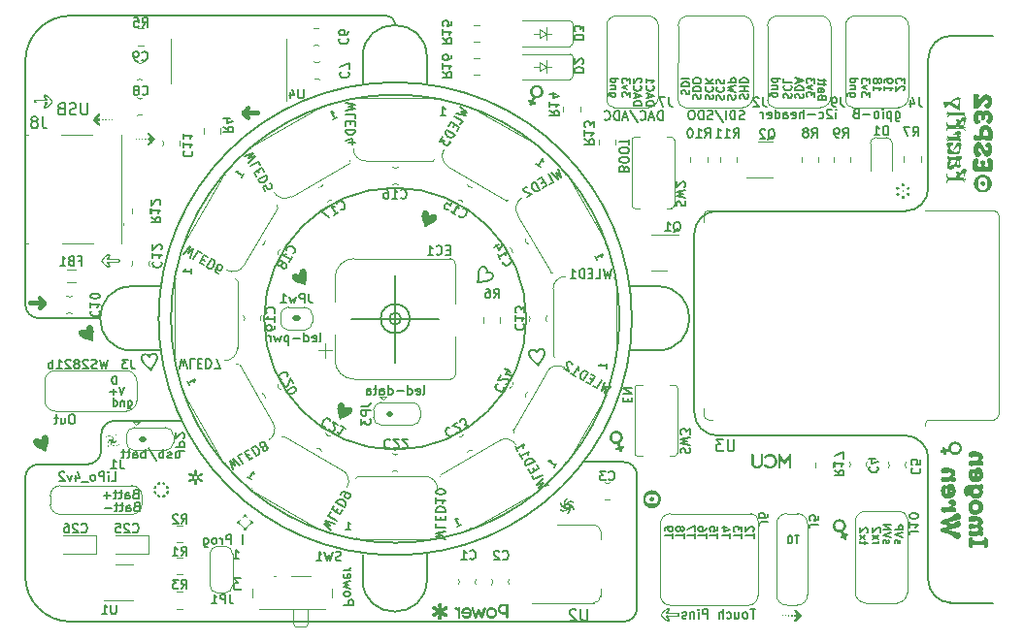
<source format=gbr>
%TF.GenerationSoftware,KiCad,Pcbnew,7.0.1*%
%TF.CreationDate,2023-03-19T17:11:43+00:00*%
%TF.ProjectId,ImogenWren,496d6f67-656e-4577-9265-6e2e6b696361,rev?*%
%TF.SameCoordinates,Original*%
%TF.FileFunction,Legend,Bot*%
%TF.FilePolarity,Positive*%
%FSLAX46Y46*%
G04 Gerber Fmt 4.6, Leading zero omitted, Abs format (unit mm)*
G04 Created by KiCad (PCBNEW 7.0.1) date 2023-03-19 17:11:43*
%MOMM*%
%LPD*%
G01*
G04 APERTURE LIST*
%ADD10C,0.300000*%
%ADD11C,0.150000*%
%ADD12C,0.120000*%
%ADD13C,0.100000*%
%ADD14C,0.500000*%
G04 APERTURE END LIST*
D10*
G36*
X126917035Y-107869636D02*
G01*
X126931873Y-107872247D01*
X126946813Y-107877263D01*
X126957152Y-107882688D01*
X126970068Y-107892019D01*
X126981338Y-107903067D01*
X126990962Y-107915832D01*
X126992689Y-107918592D01*
X126999763Y-107931655D01*
X127005737Y-107945704D01*
X127010608Y-107960738D01*
X127012839Y-107969516D01*
X127015850Y-107985504D01*
X127017875Y-108001317D01*
X127018915Y-108016956D01*
X127019067Y-108025570D01*
X127018683Y-108042699D01*
X127017529Y-108059738D01*
X127015606Y-108076687D01*
X127012914Y-108093548D01*
X127009452Y-108110319D01*
X127005221Y-108127000D01*
X127003314Y-108133647D01*
X126998670Y-108150196D01*
X126994813Y-108166871D01*
X126991743Y-108183670D01*
X126989460Y-108200595D01*
X126987965Y-108217645D01*
X126987257Y-108234820D01*
X126987194Y-108241725D01*
X126987863Y-108257730D01*
X126989873Y-108272500D01*
X126993910Y-108288167D01*
X126999770Y-108302152D01*
X127006245Y-108312800D01*
X127017487Y-108324340D01*
X127030142Y-108331733D01*
X127045427Y-108336602D01*
X127060621Y-108338766D01*
X127071824Y-108339178D01*
X127087265Y-108338480D01*
X127101992Y-108336387D01*
X127118718Y-108332034D01*
X127134415Y-108325671D01*
X127149081Y-108317299D01*
X127158286Y-108310601D01*
X127171672Y-108299619D01*
X127184904Y-108288379D01*
X127197982Y-108276882D01*
X127210905Y-108265126D01*
X127223673Y-108253114D01*
X127227895Y-108249052D01*
X127238535Y-108238856D01*
X127249390Y-108228874D01*
X127260460Y-108219106D01*
X127271744Y-108209554D01*
X127283243Y-108200216D01*
X127294957Y-108191092D01*
X127299702Y-108187503D01*
X127311915Y-108179271D01*
X127324969Y-108172433D01*
X127338863Y-108166992D01*
X127353598Y-108162945D01*
X127369174Y-108160294D01*
X127385590Y-108159038D01*
X127392392Y-108158927D01*
X127407333Y-108159597D01*
X127424507Y-108162173D01*
X127440856Y-108166681D01*
X127456380Y-108173121D01*
X127471081Y-108181493D01*
X127478122Y-108186404D01*
X127490572Y-108197609D01*
X127500447Y-108210618D01*
X127507746Y-108225430D01*
X127512468Y-108242045D01*
X127514436Y-108257269D01*
X127514758Y-108267004D01*
X127514141Y-108283059D01*
X127512289Y-108298023D01*
X127508438Y-108314540D01*
X127502810Y-108329485D01*
X127495404Y-108342859D01*
X127489479Y-108350901D01*
X127479523Y-108361905D01*
X127468613Y-108372111D01*
X127456751Y-108381517D01*
X127443935Y-108390125D01*
X127430167Y-108397935D01*
X127425365Y-108400361D01*
X127410446Y-108407286D01*
X127395089Y-108413773D01*
X127379294Y-108419822D01*
X127363060Y-108425434D01*
X127346389Y-108430607D01*
X127340735Y-108432234D01*
X127323931Y-108437146D01*
X127307591Y-108442264D01*
X127291714Y-108447587D01*
X127276301Y-108453117D01*
X127261351Y-108458853D01*
X127256471Y-108460811D01*
X127242260Y-108467066D01*
X127229028Y-108474017D01*
X127214828Y-108483005D01*
X127201960Y-108492941D01*
X127191991Y-108502210D01*
X127182141Y-108514199D01*
X127174711Y-108528046D01*
X127169699Y-108543751D01*
X127167329Y-108558692D01*
X127166712Y-108572185D01*
X127168292Y-108588260D01*
X127173032Y-108602777D01*
X127180932Y-108615737D01*
X127191991Y-108627140D01*
X127203717Y-108636174D01*
X127216775Y-108644681D01*
X127231166Y-108652663D01*
X127244561Y-108659086D01*
X127256471Y-108664143D01*
X127271228Y-108669986D01*
X127286370Y-108675701D01*
X127301899Y-108681286D01*
X127317814Y-108686743D01*
X127334116Y-108692071D01*
X127339636Y-108693818D01*
X127356079Y-108699219D01*
X127372162Y-108704981D01*
X127387884Y-108711103D01*
X127403246Y-108717586D01*
X127418247Y-108724430D01*
X127423167Y-108726791D01*
X127437266Y-108734347D01*
X127450438Y-108742728D01*
X127462683Y-108751933D01*
X127474000Y-108761962D01*
X127484390Y-108772816D01*
X127487647Y-108776617D01*
X127496238Y-108788599D01*
X127503052Y-108801741D01*
X127508088Y-108816042D01*
X127511346Y-108831503D01*
X127512828Y-108848122D01*
X127512926Y-108853920D01*
X127512400Y-108868643D01*
X127510260Y-108885437D01*
X127506475Y-108900442D01*
X127499760Y-108916087D01*
X127490675Y-108929156D01*
X127479221Y-108939649D01*
X127465645Y-108947866D01*
X127450473Y-108954384D01*
X127433703Y-108959201D01*
X127418508Y-108961916D01*
X127402204Y-108963451D01*
X127388362Y-108963829D01*
X127370949Y-108963131D01*
X127354431Y-108961038D01*
X127338807Y-108957550D01*
X127324077Y-108952666D01*
X127310242Y-108946387D01*
X127297301Y-108938713D01*
X127292375Y-108935252D01*
X127280205Y-108926170D01*
X127268196Y-108916784D01*
X127256349Y-108907094D01*
X127244662Y-108897099D01*
X127233136Y-108886800D01*
X127221771Y-108876198D01*
X127217270Y-108871871D01*
X127206033Y-108861042D01*
X127194759Y-108850534D01*
X127183450Y-108840348D01*
X127172105Y-108830484D01*
X127160724Y-108820942D01*
X127149307Y-108811722D01*
X127144730Y-108808124D01*
X127130300Y-108798413D01*
X127114763Y-108790710D01*
X127098118Y-108785017D01*
X127083400Y-108781808D01*
X127067914Y-108779994D01*
X127054971Y-108779548D01*
X127040138Y-108780591D01*
X127025274Y-108784445D01*
X127011506Y-108792328D01*
X127001174Y-108803920D01*
X126998185Y-108809223D01*
X126991613Y-108824450D01*
X126986919Y-108840456D01*
X126984352Y-108855099D01*
X126983222Y-108870339D01*
X126983164Y-108874802D01*
X126983575Y-108892741D01*
X126984809Y-108910609D01*
X126986867Y-108928405D01*
X126989747Y-108946129D01*
X126993450Y-108963782D01*
X126997976Y-108981363D01*
X127000016Y-108988375D01*
X127004871Y-109005919D01*
X127008904Y-109023516D01*
X127012113Y-109041167D01*
X127014499Y-109058872D01*
X127016063Y-109076630D01*
X127016803Y-109094442D01*
X127016869Y-109101582D01*
X127016198Y-109117789D01*
X127014186Y-109133209D01*
X127010832Y-109147842D01*
X127005036Y-109164363D01*
X126997308Y-109179751D01*
X126989392Y-109191707D01*
X126977903Y-109204283D01*
X126964044Y-109214256D01*
X126950685Y-109220580D01*
X126935679Y-109225097D01*
X126919028Y-109227807D01*
X126900732Y-109228710D01*
X126883095Y-109228184D01*
X126867003Y-109226604D01*
X126852457Y-109223970D01*
X126836449Y-109219198D01*
X126822855Y-109212779D01*
X126809730Y-109202904D01*
X126802912Y-109195005D01*
X126794570Y-109181262D01*
X126787954Y-109165587D01*
X126783759Y-109151049D01*
X126780763Y-109135169D01*
X126778965Y-109117947D01*
X126778390Y-109103204D01*
X126778366Y-109099384D01*
X126778652Y-109082264D01*
X126779511Y-109065252D01*
X126780942Y-109048347D01*
X126782946Y-109031549D01*
X126785522Y-109014859D01*
X126788670Y-108998276D01*
X126790090Y-108991673D01*
X126793362Y-108975027D01*
X126796079Y-108958292D01*
X126798242Y-108941467D01*
X126799850Y-108924553D01*
X126800903Y-108907550D01*
X126801403Y-108890457D01*
X126801447Y-108883595D01*
X126800746Y-108868007D01*
X126798642Y-108852981D01*
X126795136Y-108838515D01*
X126790227Y-108824610D01*
X126786792Y-108816917D01*
X126777587Y-108803453D01*
X126764994Y-108793836D01*
X126751194Y-108788577D01*
X126734800Y-108786262D01*
X126729640Y-108786142D01*
X126714858Y-108786813D01*
X126697994Y-108789389D01*
X126682083Y-108793897D01*
X126667125Y-108800337D01*
X126653120Y-108808709D01*
X126646475Y-108813620D01*
X126633423Y-108824117D01*
X126620371Y-108835000D01*
X126607320Y-108846270D01*
X126594268Y-108857927D01*
X126583391Y-108867936D01*
X126576866Y-108874070D01*
X126565864Y-108884134D01*
X126554612Y-108893948D01*
X126543109Y-108903511D01*
X126531356Y-108912824D01*
X126519353Y-108921887D01*
X126507099Y-108930699D01*
X126502127Y-108934153D01*
X126489024Y-108942069D01*
X126474900Y-108948643D01*
X126459758Y-108953876D01*
X126443595Y-108957767D01*
X126426413Y-108960316D01*
X126408211Y-108961523D01*
X126400644Y-108961631D01*
X126383505Y-108960961D01*
X126366985Y-108958952D01*
X126351082Y-108955603D01*
X126335798Y-108950915D01*
X126321132Y-108944887D01*
X126316381Y-108942580D01*
X126303432Y-108934173D01*
X126293162Y-108923243D01*
X126285572Y-108909787D01*
X126280660Y-108893808D01*
X126278614Y-108878563D01*
X126278279Y-108868574D01*
X126278896Y-108851946D01*
X126280747Y-108836410D01*
X126283833Y-108821965D01*
X126289166Y-108806071D01*
X126296275Y-108791748D01*
X126303558Y-108781013D01*
X126313527Y-108769060D01*
X126324475Y-108757932D01*
X126336402Y-108747628D01*
X126349308Y-108738148D01*
X126363192Y-108729493D01*
X126368038Y-108726791D01*
X126382794Y-108719093D01*
X126397937Y-108711936D01*
X126413466Y-108705320D01*
X126429381Y-108699245D01*
X126445683Y-108693711D01*
X126451203Y-108691987D01*
X126467646Y-108686740D01*
X126483729Y-108681442D01*
X126499451Y-108676093D01*
X126514813Y-108670692D01*
X126529814Y-108665239D01*
X126534734Y-108663410D01*
X126548833Y-108657494D01*
X126562005Y-108651011D01*
X126576200Y-108642731D01*
X126589133Y-108633680D01*
X126599214Y-108625308D01*
X126609064Y-108614331D01*
X126617359Y-108600026D01*
X126622024Y-108585968D01*
X126624271Y-108570474D01*
X126624482Y-108563759D01*
X126763711Y-108563759D01*
X126764255Y-108578522D01*
X126766465Y-108595737D01*
X126770373Y-108611574D01*
X126775981Y-108626034D01*
X126783289Y-108639116D01*
X126792296Y-108650820D01*
X126798516Y-108657182D01*
X126810036Y-108666470D01*
X126822845Y-108674184D01*
X126836941Y-108680323D01*
X126852326Y-108684888D01*
X126868998Y-108687879D01*
X126886959Y-108689296D01*
X126894503Y-108689422D01*
X126909404Y-108688850D01*
X126926919Y-108686524D01*
X126943200Y-108682410D01*
X126958246Y-108676506D01*
X126972058Y-108668814D01*
X126984636Y-108659333D01*
X126991590Y-108652786D01*
X127001933Y-108640746D01*
X127010524Y-108627527D01*
X127017361Y-108613126D01*
X127022445Y-108597545D01*
X127025776Y-108580783D01*
X127027353Y-108562840D01*
X127027494Y-108555333D01*
X127026818Y-108540587D01*
X127024074Y-108523442D01*
X127019219Y-108507728D01*
X127012253Y-108493446D01*
X127003176Y-108480594D01*
X126991989Y-108469174D01*
X126984263Y-108463009D01*
X126970467Y-108453932D01*
X126956098Y-108446394D01*
X126941158Y-108440394D01*
X126925644Y-108435932D01*
X126909559Y-108433009D01*
X126892901Y-108431625D01*
X126886077Y-108431502D01*
X126871262Y-108432074D01*
X126854096Y-108434400D01*
X126838433Y-108438514D01*
X126824272Y-108444417D01*
X126811614Y-108452110D01*
X126798407Y-108463702D01*
X126794486Y-108468138D01*
X126785620Y-108480133D01*
X126778257Y-108493218D01*
X126772397Y-108507395D01*
X126768039Y-108522663D01*
X126765184Y-108539023D01*
X126763832Y-108556473D01*
X126763711Y-108563759D01*
X126624482Y-108563759D01*
X126624493Y-108563393D01*
X126623283Y-108546676D01*
X126619654Y-108531466D01*
X126613606Y-108517764D01*
X126605139Y-108505570D01*
X126599214Y-108499279D01*
X126587363Y-108488961D01*
X126574250Y-108479484D01*
X126559874Y-108470849D01*
X126546548Y-108464117D01*
X126534734Y-108458979D01*
X126519853Y-108453063D01*
X126504612Y-108447404D01*
X126489010Y-108442003D01*
X126473047Y-108436860D01*
X126456724Y-108431974D01*
X126451203Y-108430403D01*
X126434772Y-108425336D01*
X126418728Y-108419755D01*
X126403070Y-108413659D01*
X126387799Y-108407047D01*
X126372914Y-108399920D01*
X126368038Y-108397430D01*
X126353827Y-108389539D01*
X126340595Y-108380978D01*
X126328342Y-108371747D01*
X126317068Y-108361847D01*
X126306772Y-108351276D01*
X126303558Y-108347604D01*
X126294967Y-108335729D01*
X126288153Y-108322359D01*
X126283117Y-108307496D01*
X126279859Y-108291138D01*
X126278501Y-108276366D01*
X126278279Y-108267004D01*
X126279128Y-108252242D01*
X126282391Y-108235756D01*
X126288102Y-108220609D01*
X126296259Y-108206802D01*
X126306863Y-108194334D01*
X126313083Y-108188602D01*
X126326625Y-108178517D01*
X126341145Y-108170519D01*
X126356643Y-108164607D01*
X126373121Y-108160781D01*
X126390578Y-108159042D01*
X126396614Y-108158927D01*
X126413378Y-108159624D01*
X126429551Y-108161717D01*
X126445134Y-108165206D01*
X126460127Y-108170089D01*
X126474529Y-108176368D01*
X126488341Y-108184043D01*
X126493701Y-108187503D01*
X126506715Y-108196594D01*
X126519425Y-108206007D01*
X126531831Y-108215742D01*
X126543933Y-108225800D01*
X126555731Y-108236179D01*
X126567224Y-108246880D01*
X126571737Y-108251250D01*
X126582903Y-108261975D01*
X126593962Y-108272395D01*
X126604913Y-108282511D01*
X126617913Y-108294249D01*
X126630759Y-108305549D01*
X126641346Y-108314631D01*
X126654217Y-108324343D01*
X126667552Y-108332045D01*
X126681351Y-108337738D01*
X126695613Y-108341422D01*
X126710340Y-108343096D01*
X126715351Y-108343208D01*
X126732417Y-108342100D01*
X126747345Y-108338777D01*
X126762059Y-108332100D01*
X126773862Y-108322408D01*
X126781663Y-108311700D01*
X126788658Y-108297247D01*
X126793935Y-108281777D01*
X126797494Y-108265291D01*
X126799177Y-108250350D01*
X126799615Y-108237329D01*
X126799284Y-108220860D01*
X126798291Y-108204427D01*
X126796637Y-108188030D01*
X126794320Y-108171669D01*
X126791341Y-108155344D01*
X126787701Y-108139054D01*
X126786060Y-108132548D01*
X126782049Y-108116273D01*
X126778718Y-108099962D01*
X126776067Y-108083615D01*
X126774096Y-108067232D01*
X126772804Y-108050814D01*
X126772192Y-108034360D01*
X126772138Y-108027768D01*
X126772584Y-108012083D01*
X126773924Y-107996902D01*
X126776156Y-107982225D01*
X126780203Y-107964586D01*
X126785645Y-107947735D01*
X126792482Y-107931671D01*
X126800714Y-107916393D01*
X126810691Y-107902673D01*
X126822760Y-107891277D01*
X126836923Y-107882208D01*
X126853179Y-107875464D01*
X126867690Y-107871743D01*
X126883541Y-107869510D01*
X126900732Y-107868766D01*
X126917035Y-107869636D01*
G37*
D11*
X190799999Y-106900001D02*
G75*
G03*
X188799999Y-104900001I-1999999J1D01*
G01*
X119858098Y-103597598D02*
G75*
G03*
X118658098Y-104797666I2J-1200002D01*
G01*
X145570000Y-94700000D02*
G75*
G03*
X145570000Y-94700000I-1270000J0D01*
G01*
X112034623Y-93455077D02*
G75*
G03*
X113234571Y-94655077I1199977J-23D01*
G01*
X167158215Y-97471785D02*
G75*
G03*
X167158215Y-91868215I-15J2801785D01*
G01*
X116008869Y-68236529D02*
X143530000Y-68236529D01*
X141458215Y-117470000D02*
X141458215Y-115270000D01*
X164200000Y-121150000D02*
X116000000Y-121150000D01*
X121361785Y-97471785D02*
X123860000Y-97471785D01*
X164201617Y-121149917D02*
G75*
G03*
X165401617Y-119949855I-17J1200017D01*
G01*
X112027660Y-117177660D02*
X112027660Y-108600000D01*
X188800000Y-85300000D02*
X172400000Y-85300000D01*
X147061785Y-117570000D02*
X147061785Y-115170000D01*
X163858412Y-94700000D02*
G75*
G03*
X163858412Y-94700000I-19558412J0D01*
G01*
X147061785Y-71871785D02*
X147061785Y-74170000D01*
X196400000Y-70000000D02*
X192800000Y-70000000D01*
X155730000Y-94700000D02*
G75*
G03*
X155730000Y-94700000I-11430000J0D01*
G01*
X147061785Y-71871785D02*
G75*
G03*
X141458215Y-71871785I-2801785J0D01*
G01*
X190800000Y-106800000D02*
X190800000Y-117500000D01*
X144307671Y-69014179D02*
G75*
G03*
X143530000Y-68236529I-777671J-21D01*
G01*
X121361785Y-91868215D02*
X123860000Y-91868215D01*
X113228369Y-107399669D02*
G75*
G03*
X112028369Y-108599700I31J-1200031D01*
G01*
X167158215Y-91868215D02*
X164760000Y-91868215D01*
X116008869Y-68236529D02*
G75*
G03*
X112036529Y-72208869I31J-3972371D01*
G01*
X144300000Y-90890000D02*
X144300000Y-98510000D01*
X164940000Y-94700000D02*
G75*
G03*
X164940000Y-94700000I-20640000J0D01*
G01*
X144808000Y-94700000D02*
G75*
G03*
X144808000Y-94700000I-508000J0D01*
G01*
X117451472Y-107399972D02*
G75*
G03*
X118651472Y-106200000I28J1199972D01*
G01*
X192700000Y-119500000D02*
X196400000Y-119500000D01*
X113200000Y-94650000D02*
X118560000Y-94650000D01*
X160800000Y-107200000D02*
X164200000Y-107200000D01*
X190800000Y-72000000D02*
X190800000Y-83300000D01*
X113200000Y-107400000D02*
X117500000Y-107400000D01*
X121361785Y-91868215D02*
G75*
G03*
X121361785Y-97471785I15J-2801785D01*
G01*
X170400001Y-102900000D02*
G75*
G03*
X172400001Y-104899999I1999999J0D01*
G01*
X118650000Y-104800000D02*
X118650000Y-106300000D01*
X172391313Y-85300013D02*
G75*
G03*
X170391313Y-87300001I-13J-1999987D01*
G01*
X165400000Y-108400000D02*
G75*
G03*
X164200000Y-107200000I-1200000J0D01*
G01*
X170391313Y-87300001D02*
X170391313Y-102900000D01*
X141458215Y-71871785D02*
X141458215Y-74170000D01*
X119858098Y-103597666D02*
X125600000Y-103597666D01*
X144307650Y-68944179D02*
X144307650Y-69084179D01*
X165401617Y-108349855D02*
X165401617Y-119949855D01*
X172300000Y-104900001D02*
X188799999Y-104900001D01*
X188800000Y-85300000D02*
G75*
G03*
X190800000Y-83300000I0J2000000D01*
G01*
X192800000Y-70000000D02*
G75*
G03*
X190800000Y-72000000I0J-2000000D01*
G01*
X190796401Y-117499999D02*
G75*
G03*
X192796403Y-119499999I1999999J-1D01*
G01*
X112027700Y-117177660D02*
G75*
G03*
X116000000Y-121150000I3972300J-40D01*
G01*
X167158215Y-97471785D02*
X164860000Y-97471785D01*
X141458215Y-117470000D02*
G75*
G03*
X147061785Y-117470000I2801785J0D01*
G01*
X112036529Y-93500000D02*
X112036529Y-72100000D01*
X148110000Y-94700000D02*
X140490000Y-94700000D01*
D10*
G36*
X113829975Y-75116272D02*
G01*
X113843219Y-75124619D01*
X113857473Y-75134593D01*
X113871397Y-75144891D01*
X113874406Y-75147168D01*
X113886810Y-75156762D01*
X113899845Y-75167043D01*
X113913509Y-75178011D01*
X113927803Y-75189666D01*
X113942727Y-75202008D01*
X113954333Y-75211715D01*
X113966293Y-75221809D01*
X113978607Y-75232289D01*
X113991276Y-75243155D01*
X114004199Y-75254328D01*
X114017276Y-75265726D01*
X114030508Y-75277349D01*
X114043895Y-75289197D01*
X114057436Y-75301271D01*
X114071132Y-75313570D01*
X114084982Y-75326095D01*
X114098987Y-75338845D01*
X114113146Y-75351821D01*
X114127460Y-75365022D01*
X114137089Y-75373948D01*
X114151415Y-75387411D01*
X114165541Y-75400875D01*
X114179467Y-75414339D01*
X114193194Y-75427803D01*
X114206721Y-75441267D01*
X114220049Y-75454731D01*
X114233177Y-75468195D01*
X114246105Y-75481659D01*
X114258834Y-75495122D01*
X114271363Y-75508586D01*
X114279604Y-75517562D01*
X114291639Y-75530936D01*
X114303286Y-75544129D01*
X114314548Y-75557143D01*
X114325423Y-75569975D01*
X114335911Y-75582628D01*
X114346014Y-75595100D01*
X114355729Y-75607392D01*
X114365059Y-75619503D01*
X114374002Y-75631434D01*
X114385325Y-75647062D01*
X114388048Y-75650919D01*
X114398181Y-75665946D01*
X114406962Y-75680251D01*
X114414392Y-75693835D01*
X114421780Y-75709801D01*
X114427057Y-75724640D01*
X114430604Y-75740959D01*
X114431279Y-75750936D01*
X114428715Y-75767514D01*
X114423425Y-75782232D01*
X114416814Y-75795992D01*
X114408198Y-75811112D01*
X114399864Y-75824186D01*
X114390246Y-75838131D01*
X114379576Y-75852711D01*
X114368265Y-75867692D01*
X114356312Y-75883074D01*
X114346927Y-75894873D01*
X114337181Y-75906897D01*
X114327074Y-75919147D01*
X114316607Y-75931623D01*
X114305779Y-75944323D01*
X114294591Y-75957250D01*
X114286932Y-75965992D01*
X114275135Y-75979210D01*
X114263099Y-75992486D01*
X114250826Y-76005820D01*
X114238314Y-76019212D01*
X114225564Y-76032662D01*
X114212576Y-76046170D01*
X114199349Y-76059736D01*
X114185884Y-76073360D01*
X114172181Y-76087042D01*
X114158239Y-76100781D01*
X114148812Y-76109973D01*
X114134592Y-76123668D01*
X114120506Y-76137137D01*
X114106556Y-76150381D01*
X114092741Y-76163400D01*
X114079062Y-76176193D01*
X114065517Y-76188760D01*
X114052108Y-76201103D01*
X114038834Y-76213219D01*
X114025696Y-76225111D01*
X114012692Y-76236777D01*
X114004098Y-76244429D01*
X113991335Y-76255636D01*
X113978875Y-76266450D01*
X113966718Y-76276871D01*
X113954863Y-76286899D01*
X113943310Y-76296534D01*
X113928378Y-76308770D01*
X113913984Y-76320308D01*
X113900128Y-76331147D01*
X113886810Y-76341288D01*
X113883565Y-76343714D01*
X113871194Y-76352644D01*
X113857260Y-76362132D01*
X113842783Y-76371062D01*
X113828986Y-76378095D01*
X113815055Y-76381816D01*
X113800102Y-76380923D01*
X113784921Y-76378244D01*
X113769511Y-76373779D01*
X113755839Y-76368406D01*
X113753872Y-76367527D01*
X113740385Y-76360803D01*
X113727495Y-76353132D01*
X113715201Y-76344514D01*
X113703502Y-76334950D01*
X113697085Y-76329059D01*
X113686429Y-76318075D01*
X113676579Y-76306599D01*
X113667535Y-76294633D01*
X113659298Y-76282176D01*
X113654953Y-76274837D01*
X113648387Y-76261696D01*
X113642857Y-76246292D01*
X113639434Y-76230475D01*
X113638117Y-76214247D01*
X113638101Y-76212189D01*
X113638485Y-76197481D01*
X113639962Y-76181200D01*
X113642547Y-76166414D01*
X113646962Y-76151052D01*
X113653854Y-76135985D01*
X113661868Y-76122727D01*
X113670157Y-76110431D01*
X113679811Y-76097748D01*
X113687560Y-76088724D01*
X113697484Y-76077422D01*
X113707060Y-76065772D01*
X113716289Y-76053774D01*
X113721265Y-76046959D01*
X113728881Y-76033200D01*
X113733557Y-76018974D01*
X113736265Y-76002872D01*
X113737019Y-75987241D01*
X113736378Y-75969776D01*
X113734454Y-75953833D01*
X113731249Y-75939414D01*
X113725438Y-75923530D01*
X113717625Y-75910026D01*
X113707807Y-75898901D01*
X113695986Y-75890155D01*
X113682566Y-75883189D01*
X113668180Y-75877404D01*
X113652827Y-75872799D01*
X113636509Y-75869375D01*
X113619225Y-75867132D01*
X113600975Y-75866069D01*
X113593404Y-75865975D01*
X113080861Y-75865975D01*
X113063535Y-75866189D01*
X113045906Y-75866833D01*
X113027972Y-75867907D01*
X113009734Y-75869409D01*
X112994925Y-75870921D01*
X112979921Y-75872707D01*
X112964723Y-75874767D01*
X112949622Y-75876576D01*
X112934910Y-75877790D01*
X112917068Y-75878470D01*
X112899834Y-75878219D01*
X112883208Y-75877039D01*
X112867190Y-75874928D01*
X112854814Y-75872569D01*
X112839568Y-75868727D01*
X112825430Y-75863519D01*
X112810336Y-75855718D01*
X112796749Y-75846058D01*
X112786304Y-75836299D01*
X112777339Y-75824420D01*
X112770229Y-75809938D01*
X112765721Y-75795883D01*
X112762501Y-75780021D01*
X112760569Y-75762352D01*
X112759951Y-75746916D01*
X112759925Y-75742876D01*
X112760235Y-75732984D01*
X112937246Y-75732984D01*
X112938713Y-75747768D01*
X112943715Y-75762211D01*
X112952267Y-75774750D01*
X112963121Y-75785470D01*
X112975534Y-75794459D01*
X112988170Y-75801128D01*
X113002917Y-75807071D01*
X113016999Y-75811422D01*
X113031725Y-75814770D01*
X113033233Y-75815050D01*
X113047845Y-75817175D01*
X113062761Y-75818604D01*
X113076464Y-75819080D01*
X113614653Y-75819080D01*
X113629915Y-75818754D01*
X113645107Y-75817775D01*
X113660231Y-75816143D01*
X113675287Y-75813859D01*
X113690273Y-75810923D01*
X113705191Y-75807334D01*
X113720040Y-75803092D01*
X113734821Y-75798197D01*
X113749607Y-75793217D01*
X113764473Y-75788901D01*
X113779420Y-75785249D01*
X113794447Y-75782260D01*
X113809553Y-75779936D01*
X113824740Y-75778276D01*
X113840007Y-75777280D01*
X113855355Y-75776948D01*
X113869995Y-75777771D01*
X113885064Y-75780240D01*
X113900563Y-75784354D01*
X113903715Y-75785375D01*
X113917528Y-75790549D01*
X113931925Y-75797318D01*
X113945321Y-75805161D01*
X113949144Y-75807723D01*
X113961022Y-75816982D01*
X113971469Y-75827816D01*
X113980485Y-75840223D01*
X113982117Y-75842894D01*
X113988685Y-75856797D01*
X113992821Y-75871487D01*
X113994524Y-75886965D01*
X113994573Y-75890155D01*
X113993875Y-75905296D01*
X113991196Y-75922332D01*
X113986508Y-75938131D01*
X113979810Y-75952694D01*
X113971104Y-75966021D01*
X113965997Y-75972220D01*
X113955139Y-75984091D01*
X113943998Y-75995525D01*
X113932573Y-76006520D01*
X113920865Y-76017077D01*
X113908874Y-76027196D01*
X113904814Y-76030472D01*
X113892728Y-76040102D01*
X113880926Y-76049758D01*
X113869407Y-76059439D01*
X113858171Y-76069147D01*
X113845421Y-76080504D01*
X113843631Y-76082130D01*
X113832496Y-76094123D01*
X113824096Y-76107344D01*
X113818431Y-76121793D01*
X113815501Y-76137468D01*
X113815055Y-76146976D01*
X113816264Y-76161669D01*
X113820664Y-76176669D01*
X113822382Y-76180315D01*
X113833739Y-76190757D01*
X113848902Y-76194115D01*
X113853156Y-76194237D01*
X113868212Y-76191733D01*
X113883141Y-76186123D01*
X113898308Y-76178584D01*
X113912871Y-76170169D01*
X113915438Y-76168592D01*
X113928503Y-76160184D01*
X113942050Y-76150989D01*
X113956080Y-76141007D01*
X113970593Y-76130238D01*
X113982552Y-76121056D01*
X113994819Y-76111370D01*
X114007396Y-76101181D01*
X114020070Y-76090590D01*
X114032812Y-76079702D01*
X114045624Y-76068517D01*
X114058504Y-76057034D01*
X114071452Y-76045253D01*
X114084470Y-76033174D01*
X114097556Y-76020798D01*
X114110711Y-76008124D01*
X114123751Y-75995301D01*
X114136493Y-75982479D01*
X114148938Y-75969656D01*
X114161086Y-75956833D01*
X114172935Y-75944010D01*
X114184487Y-75931188D01*
X114195741Y-75918365D01*
X114206698Y-75905542D01*
X114217260Y-75892719D01*
X114227329Y-75880080D01*
X114236906Y-75867623D01*
X114245991Y-75855350D01*
X114254583Y-75843260D01*
X114264631Y-75828405D01*
X114273910Y-75813837D01*
X114277406Y-75808089D01*
X114285322Y-75794057D01*
X114291896Y-75780812D01*
X114298014Y-75765957D01*
X114302710Y-75750059D01*
X114304857Y-75733779D01*
X114304884Y-75731885D01*
X114302623Y-75717102D01*
X114296819Y-75701286D01*
X114290121Y-75687770D01*
X114281414Y-75672838D01*
X114276307Y-75664841D01*
X114267019Y-75651073D01*
X114257016Y-75637020D01*
X114246297Y-75622680D01*
X114237206Y-75611002D01*
X114227658Y-75599141D01*
X114217652Y-75587097D01*
X114207187Y-75574870D01*
X114204500Y-75571784D01*
X114193543Y-75559299D01*
X114182289Y-75546757D01*
X114170737Y-75534157D01*
X114158887Y-75521501D01*
X114146740Y-75508787D01*
X114134295Y-75496016D01*
X114121553Y-75483187D01*
X114108512Y-75470301D01*
X114095375Y-75457536D01*
X114082340Y-75445068D01*
X114069409Y-75432898D01*
X114056580Y-75421025D01*
X114043855Y-75409450D01*
X114031232Y-75398173D01*
X114018713Y-75387194D01*
X114006297Y-75376512D01*
X113994012Y-75366225D01*
X113982071Y-75356431D01*
X113970473Y-75347129D01*
X113956459Y-75336193D01*
X113942981Y-75326027D01*
X113930041Y-75316630D01*
X113917637Y-75308002D01*
X113903722Y-75299037D01*
X113889474Y-75290923D01*
X113875810Y-75284741D01*
X113861583Y-75281624D01*
X113846574Y-75283305D01*
X113832245Y-75289924D01*
X113822331Y-75301566D01*
X113821649Y-75302873D01*
X113815600Y-75317749D01*
X113812280Y-75332175D01*
X113811035Y-75347459D01*
X113811025Y-75349035D01*
X113813285Y-75363998D01*
X113820066Y-75377976D01*
X113829889Y-75389574D01*
X113839601Y-75397761D01*
X113852223Y-75407073D01*
X113865407Y-75416735D01*
X113879151Y-75426748D01*
X113891379Y-75435609D01*
X113901883Y-75443190D01*
X113914342Y-75452451D01*
X113926441Y-75462098D01*
X113938179Y-75472132D01*
X113949556Y-75482552D01*
X113960573Y-75493358D01*
X113964165Y-75497046D01*
X113973752Y-75508565D01*
X113981355Y-75521140D01*
X113986975Y-75534771D01*
X113990612Y-75549459D01*
X113992265Y-75565203D01*
X113992375Y-75570685D01*
X113991400Y-75587349D01*
X113988475Y-75602992D01*
X113983600Y-75617617D01*
X113976776Y-75631221D01*
X113968001Y-75643806D01*
X113957277Y-75655371D01*
X113952441Y-75659712D01*
X113939543Y-75669422D01*
X113926037Y-75677486D01*
X113911923Y-75683905D01*
X113897200Y-75688677D01*
X113881870Y-75691804D01*
X113865931Y-75693285D01*
X113859385Y-75693417D01*
X113843642Y-75693119D01*
X113827923Y-75692226D01*
X113812227Y-75690738D01*
X113796553Y-75688654D01*
X113780903Y-75685975D01*
X113765275Y-75682701D01*
X113749670Y-75678831D01*
X113734088Y-75674366D01*
X113718500Y-75669815D01*
X113702878Y-75665871D01*
X113687222Y-75662534D01*
X113671531Y-75659803D01*
X113655806Y-75657679D01*
X113640047Y-75656162D01*
X113624253Y-75655252D01*
X113608425Y-75654949D01*
X113084891Y-75654949D01*
X113069726Y-75655413D01*
X113054287Y-75656652D01*
X113040560Y-75658246D01*
X113024976Y-75660507D01*
X113009820Y-75663627D01*
X112995094Y-75667606D01*
X112992200Y-75668504D01*
X112978297Y-75673943D01*
X112964739Y-75681908D01*
X112952999Y-75691952D01*
X112944030Y-75703908D01*
X112938784Y-75718115D01*
X112937246Y-75732984D01*
X112760235Y-75732984D01*
X112760423Y-75726968D01*
X112761918Y-75712033D01*
X112765186Y-75694733D01*
X112770010Y-75678953D01*
X112776391Y-75664694D01*
X112784329Y-75651955D01*
X112791799Y-75642859D01*
X112802674Y-75632832D01*
X112815606Y-75624505D01*
X112830595Y-75617877D01*
X112847641Y-75612949D01*
X112862759Y-75610230D01*
X112879194Y-75608598D01*
X112896946Y-75608054D01*
X112911981Y-75608054D01*
X112926862Y-75608054D01*
X112941588Y-75608054D01*
X112958573Y-75608054D01*
X112975348Y-75608054D01*
X112991980Y-75608054D01*
X113008857Y-75608054D01*
X113023519Y-75608054D01*
X113038361Y-75608054D01*
X113053383Y-75608054D01*
X113587176Y-75608054D01*
X113603190Y-75607661D01*
X113617970Y-75606634D01*
X113633097Y-75604969D01*
X113639932Y-75604024D01*
X113654983Y-75601001D01*
X113669222Y-75596876D01*
X113684091Y-75591001D01*
X113689758Y-75588271D01*
X113702710Y-75580156D01*
X113714087Y-75570468D01*
X113723890Y-75559205D01*
X113725662Y-75556763D01*
X113732810Y-75543025D01*
X113736980Y-75528702D01*
X113739005Y-75512525D01*
X113739217Y-75504740D01*
X113738411Y-75488631D01*
X113735991Y-75473644D01*
X113731252Y-75457891D01*
X113724405Y-75443603D01*
X113722364Y-75440259D01*
X113713732Y-75427345D01*
X113704687Y-75414980D01*
X113695231Y-75403165D01*
X113685362Y-75391899D01*
X113675493Y-75380840D01*
X113666036Y-75369643D01*
X113655890Y-75356882D01*
X113648359Y-75346837D01*
X113640212Y-75333155D01*
X113634732Y-75318488D01*
X113631917Y-75302835D01*
X113631506Y-75293714D01*
X113632312Y-75279020D01*
X113634732Y-75264432D01*
X113638764Y-75249949D01*
X113644409Y-75235571D01*
X113648359Y-75227402D01*
X113656188Y-75213292D01*
X113664928Y-75199813D01*
X113674580Y-75186965D01*
X113685144Y-75174748D01*
X113691590Y-75168051D01*
X113703446Y-75157019D01*
X113715933Y-75147003D01*
X113729051Y-75138005D01*
X113742801Y-75130023D01*
X113750941Y-75125919D01*
X113765154Y-75119781D01*
X113779261Y-75115150D01*
X113795255Y-75111704D01*
X113811112Y-75110227D01*
X113815055Y-75110165D01*
X113829975Y-75116272D01*
G37*
G36*
X135331537Y-91208542D02*
G01*
X135323917Y-91195915D01*
X135315074Y-91180009D01*
X135306990Y-91163966D01*
X135299665Y-91147787D01*
X135293098Y-91131471D01*
X135287289Y-91115019D01*
X135284168Y-91105082D01*
X135279625Y-91088477D01*
X135276063Y-91072059D01*
X135273484Y-91055829D01*
X135271887Y-91039787D01*
X135271272Y-91023933D01*
X135271640Y-91008267D01*
X135272062Y-91002053D01*
X135273847Y-90986583D01*
X135276821Y-90971361D01*
X135280984Y-90956388D01*
X135286336Y-90941664D01*
X135292877Y-90927188D01*
X135300607Y-90912960D01*
X135304031Y-90907339D01*
X135313348Y-90893552D01*
X135324015Y-90880271D01*
X135336033Y-90867497D01*
X135349400Y-90855229D01*
X135361066Y-90845779D01*
X135373595Y-90836654D01*
X135386989Y-90827852D01*
X135400005Y-90819916D01*
X135412838Y-90812490D01*
X135429664Y-90803380D01*
X135446165Y-90795175D01*
X135462340Y-90787876D01*
X135478190Y-90781482D01*
X135493715Y-90775993D01*
X135508914Y-90771409D01*
X135516392Y-90769457D01*
X135531034Y-90766099D01*
X135548903Y-90762667D01*
X135566290Y-90760083D01*
X135583196Y-90758349D01*
X135599620Y-90757465D01*
X135615562Y-90757430D01*
X135624896Y-90757817D01*
X135639955Y-90758940D01*
X135654620Y-90760582D01*
X135671701Y-90763239D01*
X135688217Y-90766644D01*
X135704167Y-90770796D01*
X135714486Y-90773981D01*
X135729338Y-90778952D01*
X135743689Y-90783901D01*
X135757541Y-90788828D01*
X135773071Y-90794549D01*
X135787920Y-90800240D01*
X135802067Y-90805436D01*
X135817557Y-90810533D01*
X135832324Y-90814731D01*
X135848073Y-90818381D01*
X135862906Y-90819971D01*
X135878725Y-90817984D01*
X135893847Y-90812045D01*
X135898248Y-90809493D01*
X135910966Y-90799768D01*
X135920810Y-90788287D01*
X135927778Y-90775047D01*
X135930407Y-90766933D01*
X135933880Y-90751272D01*
X135936487Y-90736217D01*
X135938644Y-90720093D01*
X135940160Y-90705109D01*
X135941359Y-90689390D01*
X135942710Y-90673121D01*
X135944214Y-90656302D01*
X135945625Y-90641448D01*
X135946886Y-90628761D01*
X135948843Y-90613155D01*
X135951743Y-90597355D01*
X135955585Y-90581361D01*
X135960370Y-90565173D01*
X135966096Y-90548792D01*
X135968214Y-90543288D01*
X135974074Y-90529371D01*
X135980924Y-90515383D01*
X135988764Y-90501325D01*
X135997594Y-90487197D01*
X136007413Y-90472998D01*
X136018223Y-90458730D01*
X136022824Y-90453003D01*
X136032618Y-90441618D01*
X136043437Y-90430294D01*
X136055280Y-90419033D01*
X136068148Y-90407833D01*
X136082039Y-90396696D01*
X136096955Y-90385620D01*
X136112896Y-90374607D01*
X136125523Y-90366387D01*
X136129860Y-90363655D01*
X136142822Y-90355967D01*
X136159000Y-90347531D01*
X136175148Y-90340400D01*
X136191268Y-90334573D01*
X136207360Y-90330051D01*
X136223423Y-90326834D01*
X136233047Y-90325529D01*
X136248788Y-90324257D01*
X136264263Y-90324080D01*
X136279473Y-90324996D01*
X136294417Y-90327006D01*
X136309096Y-90330111D01*
X136323509Y-90334310D01*
X136329200Y-90336295D01*
X136343091Y-90341900D01*
X136356732Y-90348421D01*
X136370123Y-90355857D01*
X136383263Y-90364210D01*
X136396152Y-90373478D01*
X136408791Y-90383662D01*
X136413777Y-90387992D01*
X136425810Y-90399283D01*
X136437398Y-90411210D01*
X136448540Y-90423775D01*
X136459236Y-90436976D01*
X136469487Y-90450815D01*
X136479292Y-90465291D01*
X136483089Y-90471260D01*
X136490781Y-90483803D01*
X136501772Y-90502611D01*
X136512106Y-90521413D01*
X136521782Y-90540207D01*
X136530800Y-90558995D01*
X136539162Y-90577776D01*
X136546866Y-90596550D01*
X136553912Y-90615317D01*
X136560302Y-90634077D01*
X136566033Y-90652830D01*
X136571108Y-90671577D01*
X136575604Y-90690377D01*
X136579716Y-90709220D01*
X136583444Y-90728105D01*
X136586789Y-90747032D01*
X136589750Y-90766002D01*
X136592327Y-90785014D01*
X136594521Y-90804068D01*
X136596331Y-90823165D01*
X136597758Y-90842304D01*
X136598801Y-90861485D01*
X136599283Y-90874296D01*
X136599700Y-90893484D01*
X136599834Y-90912705D01*
X136599684Y-90931959D01*
X136599252Y-90951246D01*
X136598536Y-90970566D01*
X136597537Y-90989918D01*
X136596254Y-91009303D01*
X136594688Y-91028721D01*
X136592839Y-91048171D01*
X136590706Y-91067654D01*
X136589127Y-91080661D01*
X136586582Y-91100265D01*
X136583987Y-91119960D01*
X136581343Y-91139746D01*
X136578649Y-91159624D01*
X136575907Y-91179594D01*
X136573115Y-91199655D01*
X136570274Y-91219807D01*
X136567385Y-91240051D01*
X136564445Y-91260386D01*
X136561457Y-91280813D01*
X136559438Y-91294482D01*
X136557220Y-91311698D01*
X136554940Y-91328862D01*
X136552597Y-91345975D01*
X136550191Y-91363036D01*
X136547723Y-91380045D01*
X136546886Y-91385703D01*
X136544503Y-91402719D01*
X136542395Y-91419836D01*
X136540564Y-91437054D01*
X136539008Y-91454374D01*
X136537728Y-91471794D01*
X136537363Y-91477623D01*
X136536784Y-91493517D01*
X136536307Y-91508827D01*
X136535829Y-91525318D01*
X136535454Y-91538865D01*
X136534862Y-91556073D01*
X136534165Y-91573650D01*
X136533506Y-91588579D01*
X136532775Y-91603764D01*
X136531971Y-91619205D01*
X136531095Y-91634902D01*
X136529994Y-91650437D01*
X136528828Y-91665463D01*
X136527343Y-91682824D01*
X136525766Y-91699453D01*
X136524096Y-91715350D01*
X136522932Y-91725541D01*
X136520742Y-91741386D01*
X136517589Y-91756745D01*
X136511044Y-91770122D01*
X136496457Y-91774871D01*
X136480978Y-91774762D01*
X136473530Y-91773692D01*
X136457562Y-91770405D01*
X136442699Y-91766312D01*
X136427369Y-91761144D01*
X136420405Y-91758502D01*
X136406598Y-91752955D01*
X136391569Y-91746592D01*
X136377075Y-91740101D01*
X136367709Y-91735702D01*
X136354310Y-91729547D01*
X136339986Y-91723527D01*
X136326934Y-91718844D01*
X136309339Y-91711782D01*
X136291657Y-91704950D01*
X136273889Y-91698347D01*
X136256035Y-91691973D01*
X136238094Y-91685829D01*
X136220068Y-91679914D01*
X136201955Y-91674228D01*
X136183756Y-91668772D01*
X136165429Y-91663424D01*
X136147027Y-91658216D01*
X136128551Y-91653148D01*
X136110002Y-91648222D01*
X136091378Y-91643436D01*
X136072680Y-91638791D01*
X136053908Y-91634287D01*
X136035062Y-91629924D01*
X136015086Y-91624667D01*
X135995219Y-91619342D01*
X135975461Y-91613949D01*
X135955813Y-91608487D01*
X135936273Y-91602957D01*
X135916843Y-91597359D01*
X135897523Y-91591693D01*
X135878311Y-91585958D01*
X135859209Y-91580155D01*
X135840215Y-91574284D01*
X135827614Y-91570332D01*
X135808792Y-91564278D01*
X135790176Y-91557944D01*
X135771764Y-91551330D01*
X135753556Y-91544436D01*
X135735554Y-91537262D01*
X135717757Y-91529809D01*
X135700164Y-91522075D01*
X135682776Y-91514062D01*
X135665593Y-91505769D01*
X135648615Y-91497196D01*
X135637410Y-91491325D01*
X135620779Y-91482247D01*
X135604367Y-91472813D01*
X135588172Y-91463023D01*
X135572195Y-91452876D01*
X135556436Y-91442373D01*
X135540894Y-91431514D01*
X135525571Y-91420298D01*
X135510465Y-91408726D01*
X135495577Y-91396798D01*
X135480907Y-91384514D01*
X135471248Y-91376126D01*
X135456902Y-91363176D01*
X135442815Y-91349656D01*
X135428986Y-91335563D01*
X135415415Y-91320900D01*
X135402102Y-91305665D01*
X135389047Y-91289859D01*
X135376250Y-91273481D01*
X135363711Y-91256532D01*
X135351431Y-91239012D01*
X135339408Y-91220920D01*
X135331537Y-91208542D01*
G37*
D11*
G36*
X154074179Y-119600001D02*
G01*
X154089522Y-119603555D01*
X154103922Y-119609252D01*
X154117199Y-119616910D01*
X154129174Y-119626345D01*
X154139668Y-119637373D01*
X154148502Y-119649811D01*
X154155498Y-119663475D01*
X154160476Y-119678181D01*
X154163257Y-119693746D01*
X154163803Y-119704509D01*
X154163803Y-120768822D01*
X154162585Y-120785336D01*
X154159052Y-120801010D01*
X154153381Y-120815672D01*
X154145753Y-120829150D01*
X154136345Y-120841275D01*
X154125338Y-120851874D01*
X154112909Y-120860777D01*
X154099238Y-120867812D01*
X154084504Y-120872809D01*
X154068885Y-120875596D01*
X154058070Y-120876142D01*
X154042043Y-120874923D01*
X154026765Y-120871380D01*
X154012418Y-120865685D01*
X153999181Y-120858008D01*
X153987236Y-120848521D01*
X153976763Y-120837394D01*
X153967943Y-120824799D01*
X153960955Y-120810907D01*
X153955981Y-120795889D01*
X153953200Y-120779916D01*
X153952655Y-120768822D01*
X153952655Y-120523064D01*
X153703405Y-120523064D01*
X153679646Y-120522462D01*
X153656196Y-120520673D01*
X153633083Y-120517729D01*
X153610337Y-120513656D01*
X153587988Y-120508485D01*
X153566063Y-120502245D01*
X153544593Y-120494965D01*
X153523607Y-120486674D01*
X153503133Y-120477401D01*
X153483202Y-120467176D01*
X153463843Y-120456026D01*
X153445084Y-120443983D01*
X153426955Y-120431073D01*
X153409486Y-120417328D01*
X153392705Y-120402776D01*
X153376642Y-120387446D01*
X153361325Y-120371366D01*
X153346785Y-120354568D01*
X153333050Y-120337078D01*
X153320150Y-120318927D01*
X153308114Y-120300144D01*
X153296972Y-120280758D01*
X153286751Y-120260797D01*
X153277482Y-120240292D01*
X153269195Y-120219271D01*
X153261917Y-120197763D01*
X153255679Y-120175797D01*
X153250509Y-120153404D01*
X153246437Y-120130610D01*
X153243493Y-120107447D01*
X153241705Y-120083943D01*
X153241102Y-120060127D01*
X153451933Y-120060127D01*
X153452261Y-120073107D01*
X153453236Y-120085903D01*
X153457060Y-120110884D01*
X153463277Y-120134948D01*
X153471757Y-120157976D01*
X153482374Y-120179849D01*
X153494998Y-120200447D01*
X153509501Y-120219650D01*
X153525755Y-120237340D01*
X153543631Y-120253396D01*
X153563001Y-120267699D01*
X153583737Y-120280130D01*
X153605709Y-120290568D01*
X153628791Y-120298895D01*
X153652853Y-120304991D01*
X153677767Y-120308736D01*
X153690504Y-120309690D01*
X153703405Y-120310011D01*
X153952655Y-120310011D01*
X153952655Y-119811829D01*
X153703405Y-119811829D01*
X153690504Y-119812150D01*
X153677767Y-119813104D01*
X153652853Y-119816846D01*
X153628791Y-119822935D01*
X153605709Y-119831247D01*
X153583737Y-119841662D01*
X153563001Y-119854058D01*
X153543631Y-119868312D01*
X153525755Y-119884302D01*
X153509501Y-119901908D01*
X153494998Y-119921006D01*
X153482374Y-119941476D01*
X153471757Y-119963195D01*
X153463277Y-119986041D01*
X153457060Y-120009893D01*
X153453236Y-120034629D01*
X153451933Y-120060127D01*
X153241102Y-120060127D01*
X153241705Y-120036482D01*
X153243493Y-120013138D01*
X153246437Y-119990122D01*
X153250509Y-119967465D01*
X153255679Y-119945196D01*
X153261917Y-119923344D01*
X153269195Y-119901940D01*
X153277482Y-119881013D01*
X153286751Y-119860592D01*
X153296972Y-119840708D01*
X153308114Y-119821389D01*
X153320150Y-119802665D01*
X153333050Y-119784567D01*
X153346785Y-119767122D01*
X153361325Y-119750362D01*
X153376642Y-119734316D01*
X153392705Y-119719012D01*
X153409486Y-119704482D01*
X153426955Y-119690754D01*
X153445084Y-119677858D01*
X153463843Y-119665824D01*
X153483202Y-119654681D01*
X153503133Y-119644458D01*
X153523607Y-119635186D01*
X153544593Y-119626894D01*
X153566063Y-119619612D01*
X153587988Y-119613369D01*
X153610337Y-119608194D01*
X153633083Y-119604118D01*
X153656196Y-119601170D01*
X153679646Y-119599380D01*
X153703405Y-119598776D01*
X154058070Y-119598776D01*
X154074179Y-119600001D01*
G37*
G36*
X152729979Y-119883926D02*
G01*
X152755434Y-119885873D01*
X152780515Y-119889079D01*
X152805191Y-119893511D01*
X152829432Y-119899139D01*
X152853206Y-119905929D01*
X152876481Y-119913850D01*
X152899227Y-119922870D01*
X152921412Y-119932958D01*
X152943004Y-119944080D01*
X152963973Y-119956205D01*
X152984288Y-119969301D01*
X153003916Y-119983336D01*
X153022827Y-119998278D01*
X153040989Y-120014096D01*
X153058372Y-120030756D01*
X153074943Y-120048228D01*
X153090672Y-120066479D01*
X153105527Y-120085477D01*
X153119477Y-120105190D01*
X153132491Y-120125587D01*
X153144538Y-120146634D01*
X153155585Y-120168302D01*
X153165603Y-120190556D01*
X153174559Y-120213366D01*
X153182422Y-120236699D01*
X153189162Y-120260523D01*
X153194746Y-120284807D01*
X153199144Y-120309519D01*
X153202324Y-120334625D01*
X153204255Y-120360096D01*
X153204905Y-120385898D01*
X153204255Y-120411498D01*
X153202324Y-120436778D01*
X153199144Y-120461708D01*
X153194746Y-120486254D01*
X153189162Y-120510384D01*
X153182422Y-120534066D01*
X153174559Y-120557267D01*
X153165603Y-120579954D01*
X153155585Y-120602096D01*
X153144538Y-120623660D01*
X153132491Y-120644614D01*
X153119477Y-120664925D01*
X153105527Y-120684561D01*
X153090672Y-120703489D01*
X153074943Y-120721678D01*
X153058372Y-120739094D01*
X153040989Y-120755706D01*
X153022827Y-120771480D01*
X153003916Y-120786386D01*
X152984288Y-120800389D01*
X152963973Y-120813458D01*
X152943004Y-120825561D01*
X152921412Y-120836665D01*
X152899227Y-120846737D01*
X152876481Y-120855746D01*
X152853206Y-120863658D01*
X152829432Y-120870442D01*
X152805191Y-120876066D01*
X152780515Y-120880496D01*
X152755434Y-120883700D01*
X152729979Y-120885646D01*
X152704183Y-120886302D01*
X152678410Y-120885646D01*
X152652967Y-120883700D01*
X152627885Y-120880496D01*
X152603198Y-120876066D01*
X152578936Y-120870442D01*
X152555132Y-120863658D01*
X152531817Y-120855746D01*
X152509025Y-120846737D01*
X152486787Y-120836665D01*
X152465134Y-120825561D01*
X152444100Y-120813458D01*
X152423716Y-120800389D01*
X152404013Y-120786386D01*
X152385025Y-120771480D01*
X152366783Y-120755706D01*
X152349320Y-120739094D01*
X152332666Y-120721678D01*
X152316855Y-120703489D01*
X152301918Y-120684561D01*
X152287887Y-120664925D01*
X152274795Y-120644614D01*
X152262673Y-120623660D01*
X152251553Y-120602096D01*
X152241468Y-120579954D01*
X152232450Y-120557267D01*
X152224530Y-120534066D01*
X152217740Y-120510384D01*
X152212114Y-120486254D01*
X152207682Y-120461708D01*
X152204476Y-120436778D01*
X152202529Y-120411498D01*
X152201873Y-120385898D01*
X152414926Y-120385898D01*
X152415302Y-120400639D01*
X152416417Y-120415204D01*
X152418253Y-120429572D01*
X152420792Y-120443725D01*
X152424016Y-120457644D01*
X152427907Y-120471309D01*
X152432447Y-120484701D01*
X152437619Y-120497802D01*
X152443403Y-120510592D01*
X152449782Y-120523053D01*
X152456739Y-120535164D01*
X152464254Y-120546908D01*
X152472310Y-120558265D01*
X152480889Y-120569215D01*
X152489973Y-120579741D01*
X152499544Y-120589822D01*
X152509584Y-120599440D01*
X152520074Y-120608576D01*
X152530998Y-120617210D01*
X152542336Y-120625324D01*
X152554070Y-120632899D01*
X152566184Y-120639915D01*
X152578658Y-120646353D01*
X152591475Y-120652194D01*
X152604616Y-120657420D01*
X152618064Y-120662010D01*
X152631801Y-120665947D01*
X152645809Y-120669211D01*
X152660068Y-120671783D01*
X152674563Y-120673643D01*
X152689274Y-120674773D01*
X152704183Y-120675154D01*
X152719121Y-120674773D01*
X152733859Y-120673643D01*
X152748379Y-120671783D01*
X152762662Y-120669211D01*
X152776692Y-120665947D01*
X152790449Y-120662010D01*
X152803916Y-120657420D01*
X152817075Y-120652194D01*
X152829908Y-120646353D01*
X152842397Y-120639915D01*
X152854523Y-120632899D01*
X152866270Y-120625324D01*
X152877620Y-120617210D01*
X152888553Y-120608576D01*
X152899052Y-120599440D01*
X152909100Y-120589822D01*
X152918678Y-120579741D01*
X152927768Y-120569215D01*
X152936352Y-120558265D01*
X152944413Y-120546908D01*
X152951932Y-120535164D01*
X152958891Y-120523053D01*
X152965273Y-120510592D01*
X152971060Y-120497802D01*
X152976233Y-120484701D01*
X152980774Y-120471309D01*
X152984667Y-120457644D01*
X152987891Y-120443725D01*
X152990431Y-120429572D01*
X152992267Y-120415204D01*
X152993382Y-120400639D01*
X152993757Y-120385898D01*
X152993382Y-120370954D01*
X152992267Y-120356200D01*
X152990431Y-120341655D01*
X152987891Y-120327336D01*
X152984667Y-120313264D01*
X152980774Y-120299456D01*
X152976233Y-120285931D01*
X152971060Y-120272708D01*
X152965273Y-120259806D01*
X152958891Y-120247242D01*
X152951932Y-120235037D01*
X152944413Y-120223207D01*
X152936352Y-120211773D01*
X152927768Y-120200753D01*
X152918678Y-120190165D01*
X152909100Y-120180028D01*
X152899052Y-120170361D01*
X152888553Y-120161183D01*
X152877620Y-120152511D01*
X152866270Y-120144366D01*
X152854523Y-120136764D01*
X152842397Y-120129726D01*
X152829908Y-120123269D01*
X152817075Y-120117413D01*
X152803916Y-120112176D01*
X152790449Y-120107577D01*
X152776692Y-120103634D01*
X152762662Y-120100366D01*
X152748379Y-120097792D01*
X152733859Y-120095930D01*
X152719121Y-120094799D01*
X152704183Y-120094418D01*
X152689274Y-120094799D01*
X152674563Y-120095930D01*
X152660068Y-120097792D01*
X152645809Y-120100366D01*
X152631801Y-120103634D01*
X152618064Y-120107577D01*
X152604616Y-120112176D01*
X152591475Y-120117413D01*
X152578658Y-120123269D01*
X152566184Y-120129726D01*
X152554070Y-120136764D01*
X152542336Y-120144366D01*
X152530998Y-120152511D01*
X152520074Y-120161183D01*
X152509584Y-120170361D01*
X152499544Y-120180028D01*
X152489973Y-120190165D01*
X152480889Y-120200753D01*
X152472310Y-120211773D01*
X152464254Y-120223207D01*
X152456739Y-120235037D01*
X152449782Y-120247242D01*
X152443403Y-120259806D01*
X152437619Y-120272708D01*
X152432447Y-120285931D01*
X152427907Y-120299456D01*
X152424016Y-120313264D01*
X152420792Y-120327336D01*
X152418253Y-120341655D01*
X152416417Y-120356200D01*
X152415302Y-120370954D01*
X152414926Y-120385898D01*
X152201873Y-120385898D01*
X152202529Y-120360096D01*
X152204476Y-120334625D01*
X152207682Y-120309519D01*
X152212114Y-120284807D01*
X152217740Y-120260523D01*
X152224530Y-120236699D01*
X152232450Y-120213366D01*
X152241468Y-120190556D01*
X152251553Y-120168302D01*
X152262673Y-120146634D01*
X152274795Y-120125587D01*
X152287887Y-120105190D01*
X152301918Y-120085477D01*
X152316855Y-120066479D01*
X152332666Y-120048228D01*
X152349320Y-120030756D01*
X152366783Y-120014096D01*
X152385025Y-119998278D01*
X152404013Y-119983336D01*
X152423716Y-119969301D01*
X152444100Y-119956205D01*
X152465134Y-119944080D01*
X152486787Y-119932958D01*
X152509025Y-119922870D01*
X152531817Y-119913850D01*
X152555132Y-119905929D01*
X152578936Y-119899139D01*
X152603198Y-119893511D01*
X152627885Y-119889079D01*
X152652967Y-119885873D01*
X152678410Y-119883926D01*
X152704183Y-119883270D01*
X152729979Y-119883926D01*
G37*
G36*
X151856416Y-120879000D02*
G01*
X151862131Y-120879000D01*
X151878168Y-120877138D01*
X151893506Y-120872863D01*
X151907921Y-120866347D01*
X151921189Y-120857766D01*
X151933089Y-120847294D01*
X151943396Y-120835108D01*
X151951887Y-120821381D01*
X151958339Y-120806288D01*
X152215209Y-120014722D01*
X152219068Y-119999251D01*
X152220533Y-119983715D01*
X152219705Y-119968353D01*
X152216682Y-119953400D01*
X152211567Y-119939093D01*
X152204459Y-119925671D01*
X152195459Y-119913369D01*
X152184668Y-119902425D01*
X152172185Y-119893076D01*
X152158112Y-119885559D01*
X152147896Y-119881683D01*
X152131984Y-119877861D01*
X152116182Y-119876494D01*
X152100696Y-119877458D01*
X152085736Y-119880628D01*
X152071511Y-119885880D01*
X152058229Y-119893092D01*
X152046100Y-119902137D01*
X152035331Y-119912893D01*
X152026132Y-119925236D01*
X152018712Y-119939041D01*
X152014856Y-119948996D01*
X151845621Y-120465912D01*
X151698293Y-120105531D01*
X151691043Y-120091153D01*
X151681842Y-120078136D01*
X151670945Y-120066652D01*
X151658604Y-120056872D01*
X151645072Y-120048968D01*
X151630603Y-120043110D01*
X151615449Y-120039469D01*
X151599863Y-120038218D01*
X151583823Y-120039469D01*
X151568459Y-120043110D01*
X151553974Y-120048968D01*
X151540567Y-120056872D01*
X151528441Y-120066652D01*
X151517796Y-120078136D01*
X151508832Y-120091153D01*
X151501751Y-120105531D01*
X151352201Y-120465912D01*
X151184870Y-119948996D01*
X151178714Y-119934285D01*
X151170581Y-119920953D01*
X151160706Y-119909126D01*
X151149323Y-119898926D01*
X151136665Y-119890478D01*
X151122966Y-119883906D01*
X151108460Y-119879334D01*
X151093381Y-119876885D01*
X151077963Y-119876685D01*
X151062440Y-119878856D01*
X151052149Y-119881683D01*
X151036943Y-119887847D01*
X151023196Y-119896001D01*
X151011027Y-119905908D01*
X151000555Y-119917331D01*
X150991900Y-119930032D01*
X150985181Y-119943776D01*
X150980518Y-119958324D01*
X150978029Y-119973440D01*
X150977834Y-119988886D01*
X150980052Y-120004427D01*
X150982930Y-120014722D01*
X151241388Y-120806288D01*
X151247385Y-120821381D01*
X151255666Y-120835108D01*
X151265957Y-120847294D01*
X151277982Y-120857766D01*
X151291465Y-120866347D01*
X151306132Y-120872863D01*
X151321706Y-120877138D01*
X151337913Y-120879000D01*
X151354104Y-120878377D01*
X151369868Y-120875209D01*
X151384925Y-120869690D01*
X151398995Y-120862012D01*
X151411800Y-120852370D01*
X151423062Y-120840957D01*
X151432500Y-120827966D01*
X151439836Y-120813591D01*
X151599863Y-120424000D01*
X151760209Y-120813591D01*
X151767286Y-120827888D01*
X151776224Y-120840689D01*
X151786798Y-120851868D01*
X151798787Y-120861298D01*
X151811966Y-120868853D01*
X151826113Y-120874405D01*
X151841004Y-120877830D01*
X151856416Y-120879000D01*
G37*
G36*
X150553289Y-119876275D02*
G01*
X150577614Y-119878132D01*
X150601514Y-119881197D01*
X150624964Y-119885444D01*
X150647939Y-119890849D01*
X150670414Y-119897386D01*
X150692363Y-119905030D01*
X150713761Y-119913757D01*
X150734583Y-119923541D01*
X150754804Y-119934357D01*
X150774397Y-119946180D01*
X150793338Y-119958985D01*
X150811602Y-119972747D01*
X150829163Y-119987441D01*
X150845996Y-120003042D01*
X150862076Y-120019524D01*
X150877377Y-120036864D01*
X150891874Y-120055035D01*
X150905543Y-120074012D01*
X150918356Y-120093771D01*
X150930290Y-120114287D01*
X150941319Y-120135534D01*
X150951418Y-120157488D01*
X150960560Y-120180123D01*
X150968722Y-120203414D01*
X150975878Y-120227336D01*
X150982002Y-120251865D01*
X150987070Y-120276974D01*
X150991055Y-120302640D01*
X150993933Y-120328836D01*
X150995679Y-120355539D01*
X150996266Y-120382722D01*
X150996133Y-120395576D01*
X150995735Y-120408358D01*
X150994148Y-120433684D01*
X150991511Y-120458668D01*
X150987832Y-120483276D01*
X150983119Y-120507475D01*
X150977379Y-120531231D01*
X150970619Y-120554510D01*
X150962848Y-120577280D01*
X150954071Y-120599507D01*
X150944298Y-120621157D01*
X150933534Y-120642197D01*
X150921789Y-120662593D01*
X150909068Y-120682312D01*
X150895380Y-120701320D01*
X150880733Y-120719584D01*
X150865132Y-120737070D01*
X150848025Y-120754996D01*
X150830180Y-120771965D01*
X150811627Y-120787949D01*
X150792396Y-120802920D01*
X150772516Y-120816851D01*
X150752015Y-120829714D01*
X150730924Y-120841483D01*
X150709272Y-120852130D01*
X150687087Y-120861626D01*
X150664400Y-120869946D01*
X150641239Y-120877061D01*
X150617634Y-120882944D01*
X150593614Y-120887567D01*
X150569208Y-120890903D01*
X150544446Y-120892925D01*
X150519357Y-120893605D01*
X150503745Y-120893439D01*
X150488286Y-120892935D01*
X150472986Y-120892087D01*
X150457853Y-120890889D01*
X150442893Y-120889335D01*
X150428112Y-120887418D01*
X150413516Y-120885133D01*
X150399113Y-120882472D01*
X150384909Y-120879430D01*
X150370909Y-120876001D01*
X150357121Y-120872177D01*
X150343551Y-120867953D01*
X150330206Y-120863323D01*
X150317091Y-120858280D01*
X150304213Y-120852818D01*
X150291580Y-120846930D01*
X150279196Y-120840611D01*
X150267069Y-120833854D01*
X150255206Y-120826653D01*
X150243612Y-120819001D01*
X150232294Y-120810893D01*
X150221258Y-120802322D01*
X150210512Y-120793281D01*
X150200061Y-120783765D01*
X150189911Y-120773766D01*
X150180070Y-120763280D01*
X150170544Y-120752300D01*
X150161339Y-120740818D01*
X150152462Y-120728830D01*
X150143919Y-120716328D01*
X150135716Y-120703307D01*
X150127861Y-120689760D01*
X150122951Y-120680351D01*
X150117475Y-120665678D01*
X150114232Y-120650557D01*
X150113187Y-120635244D01*
X150114304Y-120619992D01*
X150117546Y-120605057D01*
X150122878Y-120590692D01*
X150130262Y-120577151D01*
X150139664Y-120564689D01*
X150151047Y-120553561D01*
X150164375Y-120544020D01*
X150173780Y-120539055D01*
X150188438Y-120533509D01*
X150203534Y-120530213D01*
X150218818Y-120529132D01*
X150234040Y-120530230D01*
X150248952Y-120533469D01*
X150263304Y-120538814D01*
X150276846Y-120546230D01*
X150289328Y-120555679D01*
X150300501Y-120567126D01*
X150310115Y-120580535D01*
X150318353Y-120594237D01*
X150327336Y-120606793D01*
X150337043Y-120618238D01*
X150347453Y-120628609D01*
X150358543Y-120637941D01*
X150370293Y-120646272D01*
X150382680Y-120653637D01*
X150395685Y-120660072D01*
X150409285Y-120665615D01*
X150423459Y-120670301D01*
X150438186Y-120674167D01*
X150453443Y-120677248D01*
X150469211Y-120679582D01*
X150485466Y-120681203D01*
X150502189Y-120682150D01*
X150519357Y-120682457D01*
X150541276Y-120681549D01*
X150562586Y-120678870D01*
X150583237Y-120674487D01*
X150603177Y-120668467D01*
X150622356Y-120660876D01*
X150640724Y-120651782D01*
X150658229Y-120641252D01*
X150674821Y-120629353D01*
X150690450Y-120616151D01*
X150705064Y-120601714D01*
X150718613Y-120586109D01*
X150731046Y-120569402D01*
X150742313Y-120551661D01*
X150752363Y-120532952D01*
X150761144Y-120513343D01*
X150768607Y-120492900D01*
X150173583Y-120492900D01*
X150162488Y-120492333D01*
X150146515Y-120489439D01*
X150131497Y-120484258D01*
X150117605Y-120476976D01*
X150105010Y-120467778D01*
X150093884Y-120456849D01*
X150084396Y-120444374D01*
X150076719Y-120430539D01*
X150071024Y-120415528D01*
X150067481Y-120399528D01*
X150066263Y-120382722D01*
X150066829Y-120355204D01*
X150068514Y-120328209D01*
X150071294Y-120301760D01*
X150075149Y-120275880D01*
X150076227Y-120270322D01*
X150291699Y-120270322D01*
X150770512Y-120270322D01*
X150762594Y-120247589D01*
X150753201Y-120226414D01*
X150742443Y-120206783D01*
X150730431Y-120188686D01*
X150717275Y-120172108D01*
X150703084Y-120157038D01*
X150687970Y-120143462D01*
X150672043Y-120131369D01*
X150655412Y-120120746D01*
X150638188Y-120111580D01*
X150620482Y-120103858D01*
X150602403Y-120097569D01*
X150584061Y-120092699D01*
X150565568Y-120089236D01*
X150547032Y-120087167D01*
X150528565Y-120086480D01*
X150509772Y-120087167D01*
X150491078Y-120089236D01*
X150472577Y-120092699D01*
X150454361Y-120097569D01*
X150436523Y-120103858D01*
X150419155Y-120111580D01*
X150402349Y-120120746D01*
X150386199Y-120131369D01*
X150370797Y-120143462D01*
X150356236Y-120157038D01*
X150342607Y-120172108D01*
X150330004Y-120188686D01*
X150318519Y-120206783D01*
X150308245Y-120226414D01*
X150299274Y-120247589D01*
X150291699Y-120270322D01*
X150076227Y-120270322D01*
X150080054Y-120250593D01*
X150085989Y-120225921D01*
X150092931Y-120201888D01*
X150100857Y-120178515D01*
X150109745Y-120155827D01*
X150119574Y-120133846D01*
X150130320Y-120112595D01*
X150141962Y-120092097D01*
X150154477Y-120072375D01*
X150167843Y-120053452D01*
X150182038Y-120035351D01*
X150197039Y-120018095D01*
X150212825Y-120001707D01*
X150229372Y-119986210D01*
X150246659Y-119971627D01*
X150264663Y-119957980D01*
X150283363Y-119945293D01*
X150302735Y-119933589D01*
X150322758Y-119922891D01*
X150343409Y-119913221D01*
X150364666Y-119904603D01*
X150386507Y-119897059D01*
X150408910Y-119890613D01*
X150431852Y-119885288D01*
X150455310Y-119881106D01*
X150479264Y-119878090D01*
X150503689Y-119876264D01*
X150528565Y-119875650D01*
X150553289Y-119876275D01*
G37*
G36*
X149579193Y-119895971D02*
G01*
X149593138Y-119896204D01*
X149606986Y-119896901D01*
X149620730Y-119898056D01*
X149634362Y-119899662D01*
X149647875Y-119901715D01*
X149661261Y-119904209D01*
X149674514Y-119907138D01*
X149687625Y-119910497D01*
X149700587Y-119914280D01*
X149713393Y-119918482D01*
X149726036Y-119923097D01*
X149738507Y-119928119D01*
X149750800Y-119933543D01*
X149762906Y-119939364D01*
X149774819Y-119945575D01*
X149786531Y-119952171D01*
X149790816Y-119939752D01*
X149796463Y-119928102D01*
X149803379Y-119917320D01*
X149811469Y-119907504D01*
X149823919Y-119896090D01*
X149838066Y-119886804D01*
X149849655Y-119881378D01*
X149861979Y-119877380D01*
X149874943Y-119874908D01*
X149888454Y-119874062D01*
X149904562Y-119875280D01*
X149919906Y-119878811D01*
X149934306Y-119884477D01*
X149947582Y-119892096D01*
X149959557Y-119901487D01*
X149970051Y-119912471D01*
X149978886Y-119924866D01*
X149985882Y-119938493D01*
X149990860Y-119953171D01*
X149993641Y-119968718D01*
X149994187Y-119979478D01*
X149994187Y-120771362D01*
X149992969Y-120787389D01*
X149989435Y-120802667D01*
X149983765Y-120817014D01*
X149976136Y-120830250D01*
X149966729Y-120842195D01*
X149955721Y-120852668D01*
X149943293Y-120861489D01*
X149929622Y-120868477D01*
X149914887Y-120873451D01*
X149899269Y-120876231D01*
X149888454Y-120876777D01*
X149872426Y-120875560D01*
X149857149Y-120872028D01*
X149842802Y-120866362D01*
X149829565Y-120858744D01*
X149817620Y-120849352D01*
X149807147Y-120838368D01*
X149798326Y-120825973D01*
X149791339Y-120812346D01*
X149786364Y-120797669D01*
X149783584Y-120782121D01*
X149783039Y-120771362D01*
X149783039Y-120330967D01*
X149782030Y-120307154D01*
X149779059Y-120284232D01*
X149774212Y-120262293D01*
X149767575Y-120241423D01*
X149759231Y-120221712D01*
X149749266Y-120203250D01*
X149737765Y-120186124D01*
X149724814Y-120170424D01*
X149710497Y-120156238D01*
X149694900Y-120143655D01*
X149678107Y-120132764D01*
X149660205Y-120123654D01*
X149641277Y-120116414D01*
X149621409Y-120111133D01*
X149600686Y-120107899D01*
X149579193Y-120106801D01*
X149562679Y-120105584D01*
X149547005Y-120102052D01*
X149532344Y-120096387D01*
X149518865Y-120088768D01*
X149506740Y-120079376D01*
X149496141Y-120068393D01*
X149487238Y-120055997D01*
X149480203Y-120042370D01*
X149475206Y-120027693D01*
X149472419Y-120012145D01*
X149471873Y-120001386D01*
X149473092Y-119985359D01*
X149476635Y-119970081D01*
X149482330Y-119955734D01*
X149490007Y-119942497D01*
X149499494Y-119930552D01*
X149510621Y-119920079D01*
X149523216Y-119911259D01*
X149537108Y-119904271D01*
X149552126Y-119899297D01*
X149568099Y-119896516D01*
X149579193Y-119895971D01*
G37*
D10*
G36*
X119931163Y-104789636D02*
G01*
X119944945Y-104794788D01*
X119955043Y-104806329D01*
X119962075Y-104819312D01*
X119967581Y-104832965D01*
X119970730Y-104842393D01*
X119975793Y-104859246D01*
X119980677Y-104876833D01*
X119984455Y-104891430D01*
X119988118Y-104906497D01*
X119991668Y-104922033D01*
X119995102Y-104938038D01*
X119998422Y-104954513D01*
X120000040Y-104962927D01*
X120003234Y-104979717D01*
X120006222Y-104996380D01*
X120009004Y-105012918D01*
X120011580Y-105029330D01*
X120013950Y-105045616D01*
X120016114Y-105061776D01*
X120018072Y-105077811D01*
X120019823Y-105093719D01*
X120021369Y-105108900D01*
X120023011Y-105126009D01*
X120024331Y-105141043D01*
X120025490Y-105156344D01*
X120026315Y-105172098D01*
X120026418Y-105177983D01*
X120026092Y-105195436D01*
X120025113Y-105212993D01*
X120023481Y-105230653D01*
X120021197Y-105248416D01*
X120018261Y-105266282D01*
X120014671Y-105284251D01*
X120010429Y-105302323D01*
X120005535Y-105320498D01*
X120000080Y-105338525D01*
X119993972Y-105356150D01*
X119987211Y-105373375D01*
X119979798Y-105390199D01*
X119971732Y-105406623D01*
X119963014Y-105422645D01*
X119953643Y-105438267D01*
X119943620Y-105453489D01*
X119932978Y-105468166D01*
X119921752Y-105482157D01*
X119909943Y-105495460D01*
X119897549Y-105508077D01*
X119884572Y-105520007D01*
X119871011Y-105531249D01*
X119856866Y-105541805D01*
X119842137Y-105551674D01*
X119826852Y-105560518D01*
X119811041Y-105568183D01*
X119794704Y-105574669D01*
X119777840Y-105579976D01*
X119760449Y-105584103D01*
X119742531Y-105587051D01*
X119724087Y-105588820D01*
X119705116Y-105589410D01*
X119689935Y-105588745D01*
X119674754Y-105586749D01*
X119667747Y-105585380D01*
X119652440Y-105582533D01*
X119637560Y-105581194D01*
X119628546Y-105580983D01*
X119612360Y-105582915D01*
X119597709Y-105590053D01*
X119587616Y-105602450D01*
X119582593Y-105617262D01*
X119580965Y-105632557D01*
X119580919Y-105635938D01*
X119582065Y-105651299D01*
X119585504Y-105665785D01*
X119591236Y-105679395D01*
X119599260Y-105692129D01*
X119609577Y-105703987D01*
X119613525Y-105707745D01*
X119626328Y-105718461D01*
X119640007Y-105728353D01*
X119654561Y-105737421D01*
X119669991Y-105745664D01*
X119683519Y-105751904D01*
X119691927Y-105755373D01*
X119706195Y-105760750D01*
X119720607Y-105765662D01*
X119735161Y-105770110D01*
X119749859Y-105774092D01*
X119764699Y-105777609D01*
X119779683Y-105780660D01*
X119785717Y-105781751D01*
X119800577Y-105784178D01*
X119817441Y-105786548D01*
X119833249Y-105788326D01*
X119848001Y-105789511D01*
X119863877Y-105790144D01*
X119868148Y-105790177D01*
X119886014Y-105789731D01*
X119903709Y-105788391D01*
X119921231Y-105786159D01*
X119938582Y-105783033D01*
X119955761Y-105779015D01*
X119972768Y-105774103D01*
X119989604Y-105768298D01*
X120006268Y-105761601D01*
X120022668Y-105754394D01*
X120038714Y-105747061D01*
X120054405Y-105739602D01*
X120069740Y-105732017D01*
X120084721Y-105724306D01*
X120099347Y-105716469D01*
X120113618Y-105708507D01*
X120127534Y-105700418D01*
X120141021Y-105692329D01*
X120154004Y-105684367D01*
X120166483Y-105676530D01*
X120181374Y-105666911D01*
X120195478Y-105657489D01*
X120208794Y-105648264D01*
X120221324Y-105639235D01*
X120235238Y-105629524D01*
X120249486Y-105620733D01*
X120263150Y-105614035D01*
X120277377Y-105610659D01*
X120285680Y-105623687D01*
X120290087Y-105637895D01*
X120290200Y-105640334D01*
X120287517Y-105656134D01*
X120280513Y-105670353D01*
X120270639Y-105682993D01*
X120262723Y-105690893D01*
X120250000Y-105701865D01*
X120237979Y-105711130D01*
X120224927Y-105720266D01*
X120210845Y-105729273D01*
X120195733Y-105738152D01*
X120193114Y-105739619D01*
X120179706Y-105746760D01*
X120165815Y-105753758D01*
X120151441Y-105760613D01*
X120136585Y-105767325D01*
X120121245Y-105773894D01*
X120105422Y-105780320D01*
X120098958Y-105782850D01*
X120082887Y-105788889D01*
X120066958Y-105794642D01*
X120051173Y-105800109D01*
X120035531Y-105805290D01*
X120020032Y-105810184D01*
X120004676Y-105814792D01*
X119998574Y-105816556D01*
X119983641Y-105820666D01*
X119969065Y-105824527D01*
X119954847Y-105828137D01*
X119938257Y-105832138D01*
X119922183Y-105835779D01*
X119909181Y-105838537D01*
X119894567Y-105841401D01*
X119879470Y-105843993D01*
X119864793Y-105845968D01*
X119849098Y-105846964D01*
X119831627Y-105846517D01*
X119814018Y-105845178D01*
X119796272Y-105842945D01*
X119778389Y-105839820D01*
X119760369Y-105835801D01*
X119742211Y-105830890D01*
X119723915Y-105825085D01*
X119710104Y-105820145D01*
X119705483Y-105818387D01*
X119691807Y-105812855D01*
X119673984Y-105804938D01*
X119656631Y-105796403D01*
X119639746Y-105787250D01*
X119623332Y-105777478D01*
X119607386Y-105767088D01*
X119591910Y-105756080D01*
X119576904Y-105744454D01*
X119573225Y-105741451D01*
X119558903Y-105729012D01*
X119545244Y-105716057D01*
X119532250Y-105702588D01*
X119519919Y-105688603D01*
X119508253Y-105674103D01*
X119497250Y-105659088D01*
X119486912Y-105643557D01*
X119477238Y-105627512D01*
X119468565Y-105610991D01*
X119461049Y-105594218D01*
X119454689Y-105577194D01*
X119449486Y-105559917D01*
X119445439Y-105542389D01*
X119442548Y-105524609D01*
X119440813Y-105506577D01*
X119440235Y-105488293D01*
X119439913Y-105470685D01*
X119438947Y-105454955D01*
X119436938Y-105438559D01*
X119433422Y-105422849D01*
X119427046Y-105408059D01*
X119417064Y-105396854D01*
X119403146Y-105389798D01*
X119387256Y-105386997D01*
X119381250Y-105386810D01*
X119366436Y-105388596D01*
X119352399Y-105393954D01*
X119339141Y-105402884D01*
X119328179Y-105413629D01*
X119326662Y-105415387D01*
X119316594Y-105428450D01*
X119307228Y-105442635D01*
X119299757Y-105455687D01*
X119292802Y-105469563D01*
X119286362Y-105484263D01*
X119280575Y-105499251D01*
X119275302Y-105514265D01*
X119270545Y-105529304D01*
X119266304Y-105544370D01*
X119262577Y-105559461D01*
X119261449Y-105564497D01*
X119258461Y-105578880D01*
X119255756Y-105594162D01*
X119253695Y-105609652D01*
X119252691Y-105624561D01*
X119252657Y-105627512D01*
X119252868Y-105642229D01*
X119253504Y-105656889D01*
X119254894Y-105675134D01*
X119256946Y-105693290D01*
X119259659Y-105711356D01*
X119263035Y-105729332D01*
X119266212Y-105743649D01*
X119270661Y-105761144D01*
X119275307Y-105778139D01*
X119280149Y-105794632D01*
X119285189Y-105810625D01*
X119290425Y-105826117D01*
X119295857Y-105841108D01*
X119298086Y-105846964D01*
X119303588Y-105861191D01*
X119309908Y-105877437D01*
X119315919Y-105892781D01*
X119321620Y-105907224D01*
X119327881Y-105922934D01*
X119329593Y-105927198D01*
X119334875Y-105941050D01*
X119339760Y-105956232D01*
X119342818Y-105970774D01*
X119343148Y-105975924D01*
X119340246Y-105990342D01*
X119338752Y-105993876D01*
X119326931Y-106002892D01*
X119324464Y-106003035D01*
X119310107Y-105999806D01*
X119296712Y-105990121D01*
X119287297Y-105978619D01*
X119278422Y-105963485D01*
X119272807Y-105951378D01*
X119266107Y-105934877D01*
X119259748Y-105917661D01*
X119254905Y-105903372D01*
X119250279Y-105888626D01*
X119245872Y-105873422D01*
X119241681Y-105857760D01*
X119237709Y-105841640D01*
X119235804Y-105833408D01*
X119232163Y-105816779D01*
X119228751Y-105800229D01*
X119225568Y-105783760D01*
X119222615Y-105767371D01*
X119219890Y-105751062D01*
X119217394Y-105734833D01*
X119215127Y-105718685D01*
X119213089Y-105702616D01*
X119211372Y-105687109D01*
X119209547Y-105669447D01*
X119208080Y-105653699D01*
X119206792Y-105637329D01*
X119205941Y-105621714D01*
X119205762Y-105612857D01*
X119206031Y-105596869D01*
X119206838Y-105580594D01*
X119208183Y-105564033D01*
X119210067Y-105547186D01*
X119212488Y-105530053D01*
X119215448Y-105512633D01*
X119218945Y-105494928D01*
X119222981Y-105476936D01*
X119227555Y-105458875D01*
X119232667Y-105441147D01*
X119238317Y-105423750D01*
X119244505Y-105406685D01*
X119251231Y-105389953D01*
X119258495Y-105373552D01*
X119266298Y-105357484D01*
X119274638Y-105341747D01*
X119283528Y-105326423D01*
X119292979Y-105311774D01*
X119302992Y-105297801D01*
X119313565Y-105284503D01*
X119324699Y-105271881D01*
X119336394Y-105259934D01*
X119348650Y-105248662D01*
X119361467Y-105238066D01*
X119374971Y-105228449D01*
X119389104Y-105220114D01*
X119403868Y-105213062D01*
X119419261Y-105207292D01*
X119435283Y-105202804D01*
X119451936Y-105199598D01*
X119469218Y-105197675D01*
X119487130Y-105197034D01*
X119502265Y-105197629D01*
X119517263Y-105199415D01*
X119532124Y-105202392D01*
X119546847Y-105206559D01*
X119561570Y-105210726D01*
X119576431Y-105213703D01*
X119591429Y-105215489D01*
X119606564Y-105216084D01*
X119621754Y-105214230D01*
X119635504Y-105207378D01*
X119644975Y-105195476D01*
X119649689Y-105181257D01*
X119651217Y-105166574D01*
X119651261Y-105163328D01*
X119650140Y-105146189D01*
X119646779Y-105129668D01*
X119641176Y-105113766D01*
X119633332Y-105098482D01*
X119625083Y-105086217D01*
X119619387Y-105079064D01*
X119609174Y-105067470D01*
X119598228Y-105056503D01*
X119586549Y-105046161D01*
X119574135Y-105036446D01*
X119560989Y-105027356D01*
X119547109Y-105018893D01*
X119541352Y-105015683D01*
X119526783Y-105008070D01*
X119511928Y-105001029D01*
X119496787Y-104994560D01*
X119481359Y-104988664D01*
X119465646Y-104983340D01*
X119449646Y-104978589D01*
X119443166Y-104976849D01*
X119427363Y-104972838D01*
X119412240Y-104969507D01*
X119397796Y-104966856D01*
X119381361Y-104964572D01*
X119365905Y-104963267D01*
X119353773Y-104962927D01*
X119336966Y-104963259D01*
X119320434Y-104964255D01*
X119304176Y-104965915D01*
X119288194Y-104968239D01*
X119272486Y-104971227D01*
X119257053Y-104974879D01*
X119241895Y-104979196D01*
X119227011Y-104984176D01*
X119212459Y-104989465D01*
X119198297Y-104994892D01*
X119184524Y-105000456D01*
X119167855Y-105007605D01*
X119151795Y-105014968D01*
X119136342Y-105022545D01*
X119121498Y-105030338D01*
X119107325Y-105038139D01*
X119093885Y-105045744D01*
X119081178Y-105053151D01*
X119066899Y-105061781D01*
X119053675Y-105070127D01*
X119043463Y-105076866D01*
X119030467Y-105085003D01*
X119016077Y-105092528D01*
X119002031Y-105097239D01*
X118996934Y-105097749D01*
X118995102Y-105089322D01*
X118999100Y-105073835D01*
X119006849Y-105059510D01*
X119015985Y-105046091D01*
X119026421Y-105033659D01*
X119037180Y-105023115D01*
X119049614Y-105012674D01*
X119063722Y-105002335D01*
X119076757Y-104993799D01*
X119082297Y-104990404D01*
X119097111Y-104981996D01*
X119113159Y-104973946D01*
X119126886Y-104967764D01*
X119141403Y-104961810D01*
X119156711Y-104956086D01*
X119172808Y-104950591D01*
X119189695Y-104945324D01*
X119198435Y-104942777D01*
X119216558Y-104938054D01*
X119235575Y-104933961D01*
X119250423Y-104931305D01*
X119265774Y-104929002D01*
X119281627Y-104927054D01*
X119297983Y-104925460D01*
X119314840Y-104924221D01*
X119332200Y-104923335D01*
X119350063Y-104922804D01*
X119368428Y-104922627D01*
X119386379Y-104922976D01*
X119404331Y-104924023D01*
X119422283Y-104925769D01*
X119440235Y-104928214D01*
X119458187Y-104931356D01*
X119476139Y-104935198D01*
X119494091Y-104939737D01*
X119512042Y-104944975D01*
X119529765Y-104950802D01*
X119547030Y-104957294D01*
X119563837Y-104964449D01*
X119580186Y-104972269D01*
X119596077Y-104980753D01*
X119611510Y-104989900D01*
X119626485Y-104999712D01*
X119641003Y-105010188D01*
X119654947Y-105021293D01*
X119668205Y-105032994D01*
X119680776Y-105045290D01*
X119692660Y-105058181D01*
X119703857Y-105071668D01*
X119714367Y-105085750D01*
X119724190Y-105100428D01*
X119733326Y-105115701D01*
X119741570Y-105131552D01*
X119748714Y-105147964D01*
X119754759Y-105164937D01*
X119759705Y-105182471D01*
X119763551Y-105200566D01*
X119766299Y-105219221D01*
X119767948Y-105238438D01*
X119768463Y-105253219D01*
X119768497Y-105258216D01*
X119767936Y-105273784D01*
X119766253Y-105289071D01*
X119763448Y-105304078D01*
X119759521Y-105318804D01*
X119756774Y-105327093D01*
X119752206Y-105341516D01*
X119748760Y-105356255D01*
X119746435Y-105371309D01*
X119745233Y-105386679D01*
X119745050Y-105395603D01*
X119747385Y-105410275D01*
X119755021Y-105423442D01*
X119755675Y-105424179D01*
X119768540Y-105431533D01*
X119784196Y-105434638D01*
X119800327Y-105435526D01*
X119802569Y-105435537D01*
X119817549Y-105434429D01*
X119831987Y-105431106D01*
X119845885Y-105425568D01*
X119859241Y-105417814D01*
X119872057Y-105407845D01*
X119876209Y-105404029D01*
X119888200Y-105391639D01*
X119899444Y-105378372D01*
X119908244Y-105366648D01*
X119916524Y-105354315D01*
X119924286Y-105341375D01*
X119931530Y-105327826D01*
X119938281Y-105313901D01*
X119944567Y-105299833D01*
X119950388Y-105285622D01*
X119955744Y-105271268D01*
X119960635Y-105256771D01*
X119965060Y-105242131D01*
X119966700Y-105236234D01*
X119970395Y-105221745D01*
X119974001Y-105205395D01*
X119976706Y-105190180D01*
X119978722Y-105173861D01*
X119979511Y-105159085D01*
X119979523Y-105157100D01*
X119979389Y-105139980D01*
X119978987Y-105122968D01*
X119978316Y-105106063D01*
X119977377Y-105089265D01*
X119976169Y-105072575D01*
X119974693Y-105055992D01*
X119974028Y-105049389D01*
X119972139Y-105032956D01*
X119969677Y-105016631D01*
X119966643Y-105000413D01*
X119963037Y-104984302D01*
X119958858Y-104968298D01*
X119954107Y-104952402D01*
X119952046Y-104946074D01*
X119946640Y-104930840D01*
X119940715Y-104915596D01*
X119934667Y-104900942D01*
X119928840Y-104887406D01*
X119926767Y-104882693D01*
X119921039Y-104868933D01*
X119915855Y-104854214D01*
X119911905Y-104839153D01*
X119909980Y-104824454D01*
X119909914Y-104821510D01*
X119915130Y-104807571D01*
X119917241Y-104803558D01*
X119926114Y-104791594D01*
X119931163Y-104789636D01*
G37*
G36*
X123266438Y-97665597D02*
G01*
X123285683Y-97666821D01*
X123304461Y-97669143D01*
X123322772Y-97672564D01*
X123340616Y-97677082D01*
X123357993Y-97682699D01*
X123370719Y-97687632D01*
X123387135Y-97694901D01*
X123402993Y-97702898D01*
X123418294Y-97711621D01*
X123433039Y-97721071D01*
X123447226Y-97731247D01*
X123460856Y-97742151D01*
X123473930Y-97753781D01*
X123486446Y-97766138D01*
X123498374Y-97779058D01*
X123509697Y-97792560D01*
X123520416Y-97806643D01*
X123530531Y-97821307D01*
X123540042Y-97836553D01*
X123548949Y-97852381D01*
X123557251Y-97868790D01*
X123564950Y-97885781D01*
X123571894Y-97903084D01*
X123578132Y-97920599D01*
X123583665Y-97938325D01*
X123588493Y-97956262D01*
X123592615Y-97974411D01*
X123596031Y-97992770D01*
X123598742Y-98011340D01*
X123600747Y-98030122D01*
X123602044Y-98047385D01*
X123602918Y-98064686D01*
X123603368Y-98082023D01*
X123603394Y-98099398D01*
X123602998Y-98116809D01*
X123602178Y-98134258D01*
X123600934Y-98151744D01*
X123599267Y-98169266D01*
X123597177Y-98186826D01*
X123594663Y-98204423D01*
X123592752Y-98216174D01*
X123589583Y-98233777D01*
X123586090Y-98251304D01*
X123582274Y-98268756D01*
X123578134Y-98286133D01*
X123573671Y-98303435D01*
X123568885Y-98320662D01*
X123563776Y-98337813D01*
X123558343Y-98354890D01*
X123552587Y-98371891D01*
X123546507Y-98388817D01*
X123542275Y-98400059D01*
X123535623Y-98416791D01*
X123528731Y-98433434D01*
X123521599Y-98449987D01*
X123514226Y-98466452D01*
X123506613Y-98482829D01*
X123498759Y-98499116D01*
X123490664Y-98515314D01*
X123482329Y-98531424D01*
X123473754Y-98547445D01*
X123464938Y-98563376D01*
X123458927Y-98573948D01*
X123449700Y-98589593D01*
X123440362Y-98604995D01*
X123430912Y-98620155D01*
X123421350Y-98635072D01*
X123411676Y-98649748D01*
X123401891Y-98664180D01*
X123391994Y-98678371D01*
X123381985Y-98692319D01*
X123371865Y-98706025D01*
X123361633Y-98719488D01*
X123354749Y-98728329D01*
X123344060Y-98742454D01*
X123333419Y-98756521D01*
X123322827Y-98770529D01*
X123312284Y-98784480D01*
X123301789Y-98798372D01*
X123291343Y-98812206D01*
X123287179Y-98817723D01*
X123276855Y-98831473D01*
X123266707Y-98845387D01*
X123256735Y-98859465D01*
X123246940Y-98873708D01*
X123237320Y-98888114D01*
X123227876Y-98902685D01*
X123224148Y-98908559D01*
X123216246Y-98922529D01*
X123208468Y-98936777D01*
X123201277Y-98950253D01*
X123193442Y-98965185D01*
X123184962Y-98981575D01*
X123177713Y-98995736D01*
X123170196Y-99010369D01*
X123162553Y-99025013D01*
X123154785Y-99039667D01*
X123146891Y-99054333D01*
X123138872Y-99069009D01*
X123130727Y-99083697D01*
X123122457Y-99098396D01*
X123114061Y-99113105D01*
X123105464Y-99127614D01*
X123096772Y-99141694D01*
X123087985Y-99155346D01*
X123079103Y-99168570D01*
X123070126Y-99181365D01*
X123061055Y-99193732D01*
X123051888Y-99205670D01*
X123042626Y-99217180D01*
X123031080Y-99230374D01*
X123019692Y-99241489D01*
X123006237Y-99252083D01*
X122993012Y-99259683D01*
X122977872Y-99264766D01*
X122971479Y-99265697D01*
X122956736Y-99264980D01*
X122940835Y-99260349D01*
X122925730Y-99252948D01*
X122913801Y-99245368D01*
X122901543Y-99236640D01*
X122889416Y-99227332D01*
X122877419Y-99217443D01*
X122865552Y-99206975D01*
X122853815Y-99195926D01*
X122849932Y-99192114D01*
X122838268Y-99180420D01*
X122826831Y-99168656D01*
X122815620Y-99156819D01*
X122804635Y-99144911D01*
X122793878Y-99132932D01*
X122790342Y-99128923D01*
X122780168Y-99117267D01*
X122769329Y-99104984D01*
X122758300Y-99092681D01*
X122747625Y-99081051D01*
X122745501Y-99078785D01*
X122731826Y-99063431D01*
X122718047Y-99048222D01*
X122704164Y-99033157D01*
X122690177Y-99018238D01*
X122676087Y-99003463D01*
X122661892Y-98988833D01*
X122647595Y-98974348D01*
X122633193Y-98960008D01*
X122618688Y-98945813D01*
X122604079Y-98931762D01*
X122594283Y-98922476D01*
X122579512Y-98908538D01*
X122564673Y-98894626D01*
X122549765Y-98880740D01*
X122534788Y-98866879D01*
X122519743Y-98853043D01*
X122504628Y-98839233D01*
X122489444Y-98825448D01*
X122474192Y-98811689D01*
X122458871Y-98797955D01*
X122443480Y-98784247D01*
X122433182Y-98775122D01*
X122416954Y-98760597D01*
X122401033Y-98745784D01*
X122385421Y-98730682D01*
X122370117Y-98715292D01*
X122355121Y-98699614D01*
X122340432Y-98683647D01*
X122326052Y-98667392D01*
X122311980Y-98650848D01*
X122298216Y-98634016D01*
X122284760Y-98616896D01*
X122271613Y-98599487D01*
X122258773Y-98581790D01*
X122246241Y-98563804D01*
X122234017Y-98545530D01*
X122222102Y-98526967D01*
X122210494Y-98508117D01*
X122199334Y-98488984D01*
X122188771Y-98469666D01*
X122178803Y-98450165D01*
X122169431Y-98430479D01*
X122160655Y-98410609D01*
X122152474Y-98390555D01*
X122144890Y-98370316D01*
X122137901Y-98349893D01*
X122131508Y-98329286D01*
X122125711Y-98308495D01*
X122120510Y-98287519D01*
X122115905Y-98266359D01*
X122111896Y-98245014D01*
X122108482Y-98223485D01*
X122105665Y-98201772D01*
X122103443Y-98179875D01*
X122102167Y-98163143D01*
X122101283Y-98146616D01*
X122100792Y-98130294D01*
X122100695Y-98114177D01*
X122100990Y-98098264D01*
X122101166Y-98094239D01*
X122268077Y-98094239D01*
X122268148Y-98114967D01*
X122269268Y-98136818D01*
X122269874Y-98144352D01*
X122271379Y-98159414D01*
X122273249Y-98174354D01*
X122275483Y-98189171D01*
X122278081Y-98203867D01*
X122281043Y-98218439D01*
X122284369Y-98232890D01*
X122288060Y-98247218D01*
X122292115Y-98261424D01*
X122296534Y-98275507D01*
X122301318Y-98289468D01*
X122304709Y-98298707D01*
X122309967Y-98312476D01*
X122315461Y-98326133D01*
X122321190Y-98339679D01*
X122327156Y-98353114D01*
X122333358Y-98366438D01*
X122339795Y-98379651D01*
X122346469Y-98392753D01*
X122353378Y-98405744D01*
X122360523Y-98418623D01*
X122367905Y-98431391D01*
X122372957Y-98439842D01*
X122380706Y-98452358D01*
X122388653Y-98464766D01*
X122396797Y-98477067D01*
X122405138Y-98489260D01*
X122413677Y-98501345D01*
X122422414Y-98513323D01*
X122431348Y-98525192D01*
X122440479Y-98536954D01*
X122449808Y-98548608D01*
X122459334Y-98560154D01*
X122465794Y-98567792D01*
X122475594Y-98579078D01*
X122485492Y-98590233D01*
X122495489Y-98601257D01*
X122505584Y-98612149D01*
X122515777Y-98622909D01*
X122526069Y-98633539D01*
X122536459Y-98644036D01*
X122546948Y-98654403D01*
X122557534Y-98664638D01*
X122568220Y-98674741D01*
X122575398Y-98681404D01*
X122587623Y-98692401D01*
X122599532Y-98703698D01*
X122611251Y-98715108D01*
X122621800Y-98725543D01*
X122633394Y-98737139D01*
X122646031Y-98749896D01*
X122649354Y-98753267D01*
X122662799Y-98766853D01*
X122676493Y-98780521D01*
X122686927Y-98790825D01*
X122697500Y-98801175D01*
X122708213Y-98811572D01*
X122719066Y-98822014D01*
X122730059Y-98832502D01*
X122741191Y-98843036D01*
X122752464Y-98853616D01*
X122763876Y-98864242D01*
X122775274Y-98874785D01*
X122786505Y-98885117D01*
X122797569Y-98895237D01*
X122808465Y-98905145D01*
X122822734Y-98918027D01*
X122836706Y-98930532D01*
X122850380Y-98942662D01*
X122863757Y-98954415D01*
X122876837Y-98965792D01*
X122889103Y-98976269D01*
X122902819Y-98987340D01*
X122914741Y-98996163D01*
X122928415Y-99004736D01*
X122942796Y-99009301D01*
X122956533Y-99002391D01*
X122968077Y-98991603D01*
X122972792Y-98986450D01*
X122982658Y-98974692D01*
X122991854Y-98963072D01*
X123001574Y-98950210D01*
X123010323Y-98938196D01*
X123016370Y-98929679D01*
X123025657Y-98916274D01*
X123035143Y-98902489D01*
X123044829Y-98888324D01*
X123054715Y-98873780D01*
X123063105Y-98861371D01*
X123068206Y-98853798D01*
X123076559Y-98841063D01*
X123084780Y-98828465D01*
X123092869Y-98816004D01*
X123100827Y-98803681D01*
X123110203Y-98789074D01*
X123119389Y-98774664D01*
X123128314Y-98760665D01*
X123136905Y-98747291D01*
X123145163Y-98734540D01*
X123154376Y-98720452D01*
X123163136Y-98707214D01*
X123172248Y-98693407D01*
X123181010Y-98680312D01*
X123189575Y-98667814D01*
X123192106Y-98664225D01*
X123201365Y-98652170D01*
X123210554Y-98639972D01*
X123219673Y-98627632D01*
X123228720Y-98615149D01*
X123237697Y-98602524D01*
X123246604Y-98589756D01*
X123255439Y-98576846D01*
X123264204Y-98563793D01*
X123272899Y-98550598D01*
X123281522Y-98537260D01*
X123287232Y-98528289D01*
X123295673Y-98514673D01*
X123303926Y-98500970D01*
X123311989Y-98487180D01*
X123319865Y-98473303D01*
X123327551Y-98459339D01*
X123335049Y-98445289D01*
X123342358Y-98431151D01*
X123349479Y-98416927D01*
X123356411Y-98402615D01*
X123363155Y-98388217D01*
X123367546Y-98378570D01*
X123373853Y-98363975D01*
X123379876Y-98349314D01*
X123385616Y-98334588D01*
X123391072Y-98319795D01*
X123396244Y-98304938D01*
X123401133Y-98290014D01*
X123405737Y-98275025D01*
X123410058Y-98259970D01*
X123414096Y-98244850D01*
X123417849Y-98229664D01*
X123420194Y-98219503D01*
X123423392Y-98204215D01*
X123426138Y-98188875D01*
X123428435Y-98173485D01*
X123430281Y-98158043D01*
X123431676Y-98142550D01*
X123432620Y-98127006D01*
X123433115Y-98111411D01*
X123433158Y-98095765D01*
X123432751Y-98080068D01*
X123431894Y-98064320D01*
X123431072Y-98053793D01*
X123429043Y-98035476D01*
X123426213Y-98017754D01*
X123422581Y-98000624D01*
X123418147Y-97984089D01*
X123412913Y-97968147D01*
X123406877Y-97952800D01*
X123400039Y-97938045D01*
X123392400Y-97923885D01*
X123383960Y-97910318D01*
X123374718Y-97897345D01*
X123368112Y-97889027D01*
X123357404Y-97877410D01*
X123345771Y-97867110D01*
X123333212Y-97858125D01*
X123319727Y-97850456D01*
X123305316Y-97844102D01*
X123289980Y-97839064D01*
X123273718Y-97835342D01*
X123256530Y-97832936D01*
X123238417Y-97831846D01*
X123219378Y-97832071D01*
X123206171Y-97832952D01*
X123188265Y-97834783D01*
X123171226Y-97837066D01*
X123155054Y-97839803D01*
X123139749Y-97842992D01*
X123125311Y-97846634D01*
X123108483Y-97851824D01*
X123093010Y-97857721D01*
X123087200Y-97860278D01*
X123073301Y-97867148D01*
X123060338Y-97874673D01*
X123046021Y-97884567D01*
X123033053Y-97895403D01*
X123021434Y-97907181D01*
X123014438Y-97915556D01*
X123004806Y-97928414D01*
X122996022Y-97941509D01*
X122988086Y-97954839D01*
X122980998Y-97968406D01*
X122974758Y-97982208D01*
X122972867Y-97986862D01*
X122967360Y-98000716D01*
X122961002Y-98016515D01*
X122954715Y-98031921D01*
X122948499Y-98046932D01*
X122944102Y-98057414D01*
X122937828Y-98071308D01*
X122930340Y-98086007D01*
X122922511Y-98099449D01*
X122914343Y-98111633D01*
X122913298Y-98113067D01*
X122902348Y-98124159D01*
X122888800Y-98132161D01*
X122874577Y-98136681D01*
X122862562Y-98138469D01*
X122847777Y-98138162D01*
X122832783Y-98133943D01*
X122819300Y-98125641D01*
X122815550Y-98122355D01*
X122804432Y-98111135D01*
X122794430Y-98099805D01*
X122784317Y-98087198D01*
X122775376Y-98075118D01*
X122766219Y-98062175D01*
X122756743Y-98048803D01*
X122746948Y-98035000D01*
X122738298Y-98022828D01*
X122730910Y-98012443D01*
X122721495Y-97999946D01*
X122711471Y-97987889D01*
X122700840Y-97976273D01*
X122689601Y-97965099D01*
X122677754Y-97954366D01*
X122673670Y-97950886D01*
X122660648Y-97940815D01*
X122646588Y-97931586D01*
X122631490Y-97923197D01*
X122618115Y-97916848D01*
X122604019Y-97911084D01*
X122592223Y-97906892D01*
X122576724Y-97902421D01*
X122560296Y-97899019D01*
X122542937Y-97896686D01*
X122524648Y-97895422D01*
X122509348Y-97895180D01*
X122493452Y-97895623D01*
X122476961Y-97896749D01*
X122462273Y-97898244D01*
X122441278Y-97901182D01*
X122421526Y-97904955D01*
X122403017Y-97909563D01*
X122385751Y-97915007D01*
X122369728Y-97921285D01*
X122354949Y-97928398D01*
X122341412Y-97936347D01*
X122329119Y-97945130D01*
X122314662Y-97958140D01*
X122308262Y-97965202D01*
X122296939Y-97980605D01*
X122289670Y-97993467D01*
X122283450Y-98007454D01*
X122278278Y-98022563D01*
X122274155Y-98038797D01*
X122271080Y-98056154D01*
X122269054Y-98074635D01*
X122268077Y-98094239D01*
X122101166Y-98094239D01*
X122101678Y-98082556D01*
X122102759Y-98067053D01*
X122104232Y-98051755D01*
X122106099Y-98036662D01*
X122108358Y-98021774D01*
X122110083Y-98011962D01*
X122112958Y-97997427D01*
X122117514Y-97978597D01*
X122122895Y-97960396D01*
X122129100Y-97942824D01*
X122136131Y-97925880D01*
X122143987Y-97909566D01*
X122152668Y-97893881D01*
X122162174Y-97878824D01*
X122164679Y-97875158D01*
X122175230Y-97860915D01*
X122186634Y-97847356D01*
X122198891Y-97834481D01*
X122212000Y-97822289D01*
X122225963Y-97810782D01*
X122240778Y-97799958D01*
X122256446Y-97789819D01*
X122272967Y-97780363D01*
X122290366Y-97771687D01*
X122304009Y-97765753D01*
X122318160Y-97760312D01*
X122332820Y-97755363D01*
X122347988Y-97750906D01*
X122363665Y-97746941D01*
X122379850Y-97743468D01*
X122396543Y-97740488D01*
X122413746Y-97737999D01*
X122431456Y-97736002D01*
X122437473Y-97735446D01*
X122456180Y-97734160D01*
X122474525Y-97733607D01*
X122492509Y-97733786D01*
X122510133Y-97734698D01*
X122527395Y-97736342D01*
X122544296Y-97738719D01*
X122560836Y-97741829D01*
X122577014Y-97745671D01*
X122592781Y-97749860D01*
X122608100Y-97754191D01*
X122622972Y-97758665D01*
X122637397Y-97763282D01*
X122651375Y-97768041D01*
X122668218Y-97774190D01*
X122684362Y-97780562D01*
X122690625Y-97783173D01*
X122705699Y-97789713D01*
X122720119Y-97796165D01*
X122733886Y-97802532D01*
X122749542Y-97810057D01*
X122764256Y-97817458D01*
X122775799Y-97823531D01*
X122790624Y-97830832D01*
X122805846Y-97836740D01*
X122820776Y-97840283D01*
X122832095Y-97840671D01*
X122846900Y-97836769D01*
X122861628Y-97829468D01*
X122874710Y-97821234D01*
X122884925Y-97813984D01*
X122898111Y-97804314D01*
X122912306Y-97794349D01*
X122924906Y-97785820D01*
X122938206Y-97777085D01*
X122952206Y-97768146D01*
X122966907Y-97759002D01*
X122982357Y-97749801D01*
X122995291Y-97742506D01*
X123008737Y-97735271D01*
X123022693Y-97728094D01*
X123037160Y-97720975D01*
X123052138Y-97713916D01*
X123067627Y-97706915D01*
X123079578Y-97701703D01*
X123095819Y-97695024D01*
X123112486Y-97689009D01*
X123129578Y-97683658D01*
X123147097Y-97678970D01*
X123165041Y-97674947D01*
X123183411Y-97671587D01*
X123202207Y-97668891D01*
X123221429Y-97666859D01*
X123236695Y-97665821D01*
X123251698Y-97665400D01*
X123266438Y-97665597D01*
G37*
G36*
X112268719Y-93330420D02*
G01*
X112269238Y-93312304D01*
X112270794Y-93295279D01*
X112273388Y-93279345D01*
X112277019Y-93264503D01*
X112282747Y-93248133D01*
X112289968Y-93233333D01*
X112298327Y-93219762D01*
X112307742Y-93207350D01*
X112318214Y-93196097D01*
X112329741Y-93186004D01*
X112342325Y-93177069D01*
X112346754Y-93174349D01*
X112360553Y-93166745D01*
X112375022Y-93160146D01*
X112390160Y-93154552D01*
X112405968Y-93149963D01*
X112422446Y-93146378D01*
X112428087Y-93145406D01*
X112445192Y-93142791D01*
X112459761Y-93141026D01*
X112474616Y-93139636D01*
X112489757Y-93138621D01*
X112505184Y-93137983D01*
X112520898Y-93137720D01*
X112524075Y-93137712D01*
X113123080Y-93137712D01*
X113137972Y-93138186D01*
X113146528Y-93138811D01*
X113161812Y-93138726D01*
X113170708Y-93137712D01*
X113184675Y-93132618D01*
X113190858Y-93128187D01*
X113198288Y-93114625D01*
X113199284Y-93104373D01*
X113194995Y-93089664D01*
X113185729Y-93077262D01*
X113175811Y-93066321D01*
X113166194Y-93054873D01*
X113157049Y-93043345D01*
X113154954Y-93040626D01*
X113145735Y-93027276D01*
X113137978Y-93013755D01*
X113130634Y-92998676D01*
X113124546Y-92984206D01*
X113119121Y-92968175D01*
X113115532Y-92952899D01*
X113112922Y-92936207D01*
X113111494Y-92921214D01*
X113110746Y-92905237D01*
X113110624Y-92895179D01*
X113111052Y-92880213D01*
X113112956Y-92861139D01*
X113116382Y-92843072D01*
X113121330Y-92826014D01*
X113127802Y-92809962D01*
X113135796Y-92794918D01*
X113145313Y-92780882D01*
X113156353Y-92767853D01*
X113159350Y-92764754D01*
X113171967Y-92753247D01*
X113185637Y-92743275D01*
X113200360Y-92734838D01*
X113216137Y-92727934D01*
X113232967Y-92722564D01*
X113250850Y-92718729D01*
X113269786Y-92716428D01*
X113284680Y-92715709D01*
X113289776Y-92715661D01*
X113305404Y-92716112D01*
X113320413Y-92717464D01*
X113337143Y-92720181D01*
X113353031Y-92724126D01*
X113365980Y-92728483D01*
X113380533Y-92734354D01*
X113394701Y-92741066D01*
X113408483Y-92748619D01*
X113421879Y-92757014D01*
X113429361Y-92762189D01*
X113442096Y-92771731D01*
X113454656Y-92781764D01*
X113467040Y-92792287D01*
X113479249Y-92803302D01*
X113486147Y-92809816D01*
X113498169Y-92821409D01*
X113510190Y-92833108D01*
X113522211Y-92844911D01*
X113534233Y-92856820D01*
X113541102Y-92863672D01*
X113798656Y-93119760D01*
X113810551Y-93131873D01*
X113822057Y-93144032D01*
X113833174Y-93156237D01*
X113843902Y-93168487D01*
X113854240Y-93180783D01*
X113864189Y-93193125D01*
X113873749Y-93205513D01*
X113882920Y-93217946D01*
X113891335Y-93230780D01*
X113898628Y-93244370D01*
X113904799Y-93258716D01*
X113909848Y-93273817D01*
X113913774Y-93289673D01*
X113916579Y-93306286D01*
X113918262Y-93323654D01*
X113918823Y-93341777D01*
X113918153Y-93358772D01*
X113916140Y-93375408D01*
X113912786Y-93391687D01*
X113908090Y-93407608D01*
X113902053Y-93423172D01*
X113894673Y-93438377D01*
X113891346Y-93444359D01*
X113882482Y-93459162D01*
X113873064Y-93473804D01*
X113863091Y-93488285D01*
X113852563Y-93502605D01*
X113841481Y-93516764D01*
X113829844Y-93530763D01*
X113825034Y-93536317D01*
X113815137Y-93547336D01*
X113805044Y-93558230D01*
X113794758Y-93568998D01*
X113784276Y-93579639D01*
X113773600Y-93590155D01*
X113762729Y-93600545D01*
X113751664Y-93610809D01*
X113740404Y-93620947D01*
X113729196Y-93630867D01*
X113718285Y-93640662D01*
X113705065Y-93652728D01*
X113692310Y-93664597D01*
X113680020Y-93676270D01*
X113668196Y-93687745D01*
X113659071Y-93696784D01*
X113648359Y-93707603D01*
X113637290Y-93718995D01*
X113625862Y-93730959D01*
X113614077Y-93743496D01*
X113601934Y-93756605D01*
X113591962Y-93767504D01*
X113584333Y-93775919D01*
X113574006Y-93787225D01*
X113563542Y-93798427D01*
X113552940Y-93809527D01*
X113542201Y-93820524D01*
X113531325Y-93831417D01*
X113520311Y-93842208D01*
X113509160Y-93852895D01*
X113497871Y-93863480D01*
X113486451Y-93873818D01*
X113474904Y-93883767D01*
X113463232Y-93893327D01*
X113451434Y-93902498D01*
X113439510Y-93911279D01*
X113427460Y-93919671D01*
X113412221Y-93929614D01*
X113402983Y-93935287D01*
X113387394Y-93943731D01*
X113371770Y-93950743D01*
X113356110Y-93956325D01*
X113340414Y-93960475D01*
X113324683Y-93963194D01*
X113308916Y-93964482D01*
X113302599Y-93964596D01*
X113285599Y-93964152D01*
X113269360Y-93962819D01*
X113253880Y-93960597D01*
X113239160Y-93957487D01*
X113220716Y-93951957D01*
X113203623Y-93944847D01*
X113187881Y-93936157D01*
X113173490Y-93925888D01*
X113160449Y-93914038D01*
X113148772Y-93900769D01*
X113138651Y-93886240D01*
X113130087Y-93870452D01*
X113123080Y-93853405D01*
X113117631Y-93835098D01*
X113114565Y-93820542D01*
X113112376Y-93805277D01*
X113111062Y-93789303D01*
X113110624Y-93772622D01*
X113110964Y-93757260D01*
X113112269Y-93739984D01*
X113114553Y-93723970D01*
X113117816Y-93709218D01*
X113122860Y-93693603D01*
X113124546Y-93689457D01*
X113130581Y-93675505D01*
X113137737Y-93660718D01*
X113145167Y-93647169D01*
X113153855Y-93633403D01*
X113162571Y-93621000D01*
X113171917Y-93608578D01*
X113181783Y-93596566D01*
X113183530Y-93594569D01*
X113192307Y-93581713D01*
X113196874Y-93567481D01*
X113197086Y-93563794D01*
X113192732Y-93549552D01*
X113179672Y-93541357D01*
X113170708Y-93539614D01*
X113155545Y-93537875D01*
X113140845Y-93536639D01*
X113131507Y-93536317D01*
X112524075Y-93536317D01*
X112507089Y-93536111D01*
X112490479Y-93535494D01*
X112474245Y-93534465D01*
X112458387Y-93533025D01*
X112442904Y-93531174D01*
X112427797Y-93528911D01*
X112421859Y-93527890D01*
X112407315Y-93524812D01*
X112390760Y-93520244D01*
X112375184Y-93514722D01*
X112360587Y-93508248D01*
X112346968Y-93500820D01*
X112340526Y-93496749D01*
X112328290Y-93487639D01*
X112317136Y-93477343D01*
X112307064Y-93465863D01*
X112298074Y-93453198D01*
X112290165Y-93439347D01*
X112287770Y-93434467D01*
X112281295Y-93418754D01*
X112276923Y-93404321D01*
X112273482Y-93388672D01*
X112270970Y-93371806D01*
X112269389Y-93353724D01*
X112268793Y-93338383D01*
X112268719Y-93330420D01*
G37*
G36*
X118578349Y-76881624D02*
G01*
X118577460Y-76897848D01*
X118574794Y-76913274D01*
X118570350Y-76927902D01*
X118564129Y-76941730D01*
X118556131Y-76954761D01*
X118553070Y-76958927D01*
X118543285Y-76971051D01*
X118533166Y-76982969D01*
X118522712Y-76994681D01*
X118511922Y-77006188D01*
X118500798Y-77017488D01*
X118497016Y-77021209D01*
X118485669Y-77032354D01*
X118474708Y-77043809D01*
X118464133Y-77055572D01*
X118453945Y-77067645D01*
X118444144Y-77080027D01*
X118440962Y-77084223D01*
X118432371Y-77097314D01*
X118425558Y-77111305D01*
X118420522Y-77126199D01*
X118417263Y-77141994D01*
X118415782Y-77158691D01*
X118415683Y-77164457D01*
X118418080Y-77179770D01*
X118426254Y-77192316D01*
X118440230Y-77200361D01*
X118454352Y-77205187D01*
X118469519Y-77210188D01*
X118483876Y-77214779D01*
X118495184Y-77218312D01*
X118509999Y-77223877D01*
X118524035Y-77231044D01*
X118537293Y-77239813D01*
X118549772Y-77250186D01*
X118560351Y-77263215D01*
X118567128Y-77277959D01*
X118571095Y-77293080D01*
X118573362Y-77310494D01*
X118573952Y-77326756D01*
X118573362Y-77343740D01*
X118571591Y-77358971D01*
X118567907Y-77374933D01*
X118561461Y-77390366D01*
X118552700Y-77402362D01*
X118549772Y-77405158D01*
X118537293Y-77415027D01*
X118524035Y-77423751D01*
X118509999Y-77431330D01*
X118495184Y-77437765D01*
X118480209Y-77443741D01*
X118466058Y-77449946D01*
X118452732Y-77456381D01*
X118440230Y-77463044D01*
X118428364Y-77472958D01*
X118420381Y-77487451D01*
X118416858Y-77501890D01*
X118415683Y-77519098D01*
X118417683Y-77534554D01*
X118422818Y-77548292D01*
X118431112Y-77562031D01*
X118440962Y-77574052D01*
X118452232Y-77586089D01*
X118463923Y-77598476D01*
X118474278Y-77609372D01*
X118484943Y-77620526D01*
X118495917Y-77631938D01*
X118506891Y-77643470D01*
X118517555Y-77655259D01*
X118527911Y-77667306D01*
X118537957Y-77679611D01*
X118547694Y-77692173D01*
X118550872Y-77696418D01*
X118559462Y-77709199D01*
X118566276Y-77722264D01*
X118571979Y-77737864D01*
X118575262Y-77753850D01*
X118576151Y-77767859D01*
X118575416Y-77783384D01*
X118573214Y-77798084D01*
X118568789Y-77814193D01*
X118562365Y-77829179D01*
X118555268Y-77841132D01*
X118544762Y-77852980D01*
X118531836Y-77861919D01*
X118516492Y-77867947D01*
X118501413Y-77870798D01*
X118487491Y-77871540D01*
X118472721Y-77868141D01*
X118458977Y-77861717D01*
X118444964Y-77853560D01*
X118431712Y-77844893D01*
X118420079Y-77836735D01*
X118407720Y-77827668D01*
X118395006Y-77818051D01*
X118381938Y-77807884D01*
X118368514Y-77797168D01*
X118354735Y-77785902D01*
X118340601Y-77774087D01*
X118326113Y-77761722D01*
X118315013Y-77752088D01*
X118311269Y-77748808D01*
X118299968Y-77738816D01*
X118288596Y-77728625D01*
X118277153Y-77718234D01*
X118265640Y-77707643D01*
X118254055Y-77696853D01*
X118242400Y-77685863D01*
X118230674Y-77674674D01*
X118218877Y-77663285D01*
X118207009Y-77651696D01*
X118195070Y-77639908D01*
X118187072Y-77631938D01*
X118175085Y-77619886D01*
X118163304Y-77607912D01*
X118151729Y-77596015D01*
X118140360Y-77584196D01*
X118129198Y-77572454D01*
X118118241Y-77560789D01*
X118107491Y-77549201D01*
X118096946Y-77537691D01*
X118086608Y-77526257D01*
X118076476Y-77514902D01*
X118069835Y-77507374D01*
X118060101Y-77496221D01*
X118047613Y-77481701D01*
X118035686Y-77467582D01*
X118024321Y-77453863D01*
X118013516Y-77440545D01*
X118003272Y-77427628D01*
X117993589Y-77415111D01*
X117984467Y-77402995D01*
X117982274Y-77400029D01*
X117972142Y-77385790D01*
X117963727Y-77372838D01*
X117955896Y-77358996D01*
X117949885Y-77345192D01*
X117947103Y-77331153D01*
X117950431Y-77315224D01*
X117956719Y-77300924D01*
X117964705Y-77286601D01*
X117973189Y-77273210D01*
X117981175Y-77261543D01*
X117989899Y-77249184D01*
X117999219Y-77236470D01*
X118009133Y-77223402D01*
X118019643Y-77209978D01*
X118030749Y-77196199D01*
X118042450Y-77182065D01*
X118054746Y-77167577D01*
X118064358Y-77156477D01*
X118067637Y-77152733D01*
X118077632Y-77141422D01*
X118087833Y-77130022D01*
X118098240Y-77118530D01*
X118108853Y-77106949D01*
X118119672Y-77095278D01*
X118130697Y-77083516D01*
X118141929Y-77071664D01*
X118153366Y-77059723D01*
X118165010Y-77047690D01*
X118176859Y-77035568D01*
X118184874Y-77027437D01*
X118196853Y-77015253D01*
X118208749Y-77003295D01*
X118220561Y-76991563D01*
X118232289Y-76980055D01*
X118243934Y-76968774D01*
X118255495Y-76957717D01*
X118266972Y-76946886D01*
X118278365Y-76936281D01*
X118289675Y-76925900D01*
X118300901Y-76915746D01*
X118308338Y-76909101D01*
X118319308Y-76899367D01*
X118333653Y-76886879D01*
X118347678Y-76874952D01*
X118361382Y-76863586D01*
X118374766Y-76852781D01*
X118387829Y-76842538D01*
X118400572Y-76832855D01*
X118412994Y-76823733D01*
X118416049Y-76821540D01*
X118430491Y-76811513D01*
X118443591Y-76803186D01*
X118457540Y-76795437D01*
X118471372Y-76789488D01*
X118485292Y-76786735D01*
X118500983Y-76787254D01*
X118517709Y-76789246D01*
X118532144Y-76792732D01*
X118546086Y-76798688D01*
X118558199Y-76807984D01*
X118567014Y-76820418D01*
X118572662Y-76834566D01*
X118575968Y-76849120D01*
X118577857Y-76865915D01*
X118578349Y-76881624D01*
G37*
G36*
X118846161Y-77331153D02*
G01*
X118845646Y-77346141D01*
X118843743Y-77361576D01*
X118839850Y-77376511D01*
X118833281Y-77389864D01*
X118831507Y-77392336D01*
X118819256Y-77402382D01*
X118805334Y-77407740D01*
X118790147Y-77410475D01*
X118774898Y-77411368D01*
X118772156Y-77411386D01*
X118755090Y-77410833D01*
X118740162Y-77409171D01*
X118725448Y-77405833D01*
X118710807Y-77399325D01*
X118705844Y-77395633D01*
X118696377Y-77382409D01*
X118691328Y-77367297D01*
X118688751Y-77350767D01*
X118687909Y-77334144D01*
X118687892Y-77331153D01*
X118688639Y-77314203D01*
X118690880Y-77299622D01*
X118695383Y-77285608D01*
X118704161Y-77272328D01*
X118709141Y-77268138D01*
X118723090Y-77260877D01*
X118739187Y-77256418D01*
X118756127Y-77254056D01*
X118772768Y-77253176D01*
X118778750Y-77253117D01*
X118794228Y-77253787D01*
X118809387Y-77256261D01*
X118824292Y-77262122D01*
X118834804Y-77272168D01*
X118840793Y-77286114D01*
X118844287Y-77302153D01*
X118845762Y-77316912D01*
X118846161Y-77331153D01*
G37*
G36*
X119122766Y-77337381D02*
G01*
X119121644Y-77353696D01*
X119117086Y-77371030D01*
X119109022Y-77384965D01*
X119097451Y-77395502D01*
X119082374Y-77402640D01*
X119067789Y-77405902D01*
X119050959Y-77406990D01*
X119034129Y-77405874D01*
X119019543Y-77402525D01*
X119004466Y-77395200D01*
X118992896Y-77384386D01*
X118984831Y-77370084D01*
X118980273Y-77352293D01*
X118979151Y-77335549D01*
X118980342Y-77318204D01*
X118983914Y-77303172D01*
X118991728Y-77287633D01*
X119003263Y-77275709D01*
X119018518Y-77267397D01*
X119033402Y-77263350D01*
X119050667Y-77261616D01*
X119055355Y-77261543D01*
X119070124Y-77262213D01*
X119084750Y-77264688D01*
X119099433Y-77270548D01*
X119110310Y-77280594D01*
X119116879Y-77294326D01*
X119120710Y-77309804D01*
X119122462Y-77326045D01*
X119122766Y-77337381D01*
G37*
G36*
X119392777Y-77331153D02*
G01*
X119390915Y-77346674D01*
X119385331Y-77361504D01*
X119377023Y-77374384D01*
X119366032Y-77385010D01*
X119352751Y-77391700D01*
X119337181Y-77394455D01*
X119333792Y-77394534D01*
X119319003Y-77393114D01*
X119304133Y-77388205D01*
X119290910Y-77379790D01*
X119287264Y-77376582D01*
X119277217Y-77364217D01*
X119270892Y-77349562D01*
X119268380Y-77334416D01*
X119268213Y-77328954D01*
X119269859Y-77313978D01*
X119275471Y-77299405D01*
X119285066Y-77286823D01*
X119297647Y-77277228D01*
X119312221Y-77271616D01*
X119327197Y-77269970D01*
X119341987Y-77271216D01*
X119356856Y-77275524D01*
X119370080Y-77282908D01*
X119373726Y-77285724D01*
X119383772Y-77296929D01*
X119390098Y-77310854D01*
X119392609Y-77325711D01*
X119392777Y-77331153D01*
G37*
G36*
X119639706Y-77331153D02*
G01*
X119637715Y-77346068D01*
X119631000Y-77360168D01*
X119622853Y-77369255D01*
X119610488Y-77377598D01*
X119596564Y-77382478D01*
X119582553Y-77383909D01*
X119567458Y-77382312D01*
X119553496Y-77377521D01*
X119544818Y-77372552D01*
X119533906Y-77361092D01*
X119528771Y-77347078D01*
X119527965Y-77337381D01*
X119530086Y-77322379D01*
X119536450Y-77309108D01*
X119545917Y-77298546D01*
X119558865Y-77289577D01*
X119573025Y-77284331D01*
X119586950Y-77282793D01*
X119602114Y-77284596D01*
X119616797Y-77290619D01*
X119623952Y-77295615D01*
X119634152Y-77307490D01*
X119638952Y-77321563D01*
X119639706Y-77331153D01*
G37*
G36*
X168092133Y-119918843D02*
G01*
X168108207Y-119921797D01*
X168122347Y-119925997D01*
X168136557Y-119931705D01*
X168140630Y-119933613D01*
X168154598Y-119941013D01*
X168167969Y-119949431D01*
X168180744Y-119958865D01*
X168192923Y-119969316D01*
X168199615Y-119975744D01*
X168210700Y-119987600D01*
X168220873Y-120000088D01*
X168230134Y-120013206D01*
X168238484Y-120026955D01*
X168242846Y-120035095D01*
X168249413Y-120049413D01*
X168254366Y-120063836D01*
X168257707Y-120078365D01*
X168259435Y-120092998D01*
X168259699Y-120101407D01*
X168258366Y-120117607D01*
X168254366Y-120132822D01*
X168247701Y-120147051D01*
X168242846Y-120154530D01*
X168233134Y-120167426D01*
X168222959Y-120180149D01*
X168212320Y-120192697D01*
X168206209Y-120199593D01*
X168196341Y-120210859D01*
X168186884Y-120222674D01*
X168177839Y-120235039D01*
X168169207Y-120247953D01*
X168161834Y-120261875D01*
X168156567Y-120277262D01*
X168153687Y-120291928D01*
X168152420Y-120307716D01*
X168152354Y-120312433D01*
X168153270Y-120327637D01*
X168156490Y-120342990D01*
X168162787Y-120357874D01*
X168167008Y-120364457D01*
X168176919Y-120376035D01*
X168188332Y-120386038D01*
X168201248Y-120394467D01*
X168204011Y-120395964D01*
X168218179Y-120402383D01*
X168233206Y-120407442D01*
X168247464Y-120410832D01*
X168252371Y-120411718D01*
X168267122Y-120413666D01*
X168283308Y-120415083D01*
X168299279Y-120415713D01*
X168304029Y-120415748D01*
X168838188Y-120415748D01*
X168853099Y-120415568D01*
X168867881Y-120415027D01*
X168882534Y-120414125D01*
X168899466Y-120412617D01*
X168916223Y-120410619D01*
X168932855Y-120408620D01*
X168949733Y-120407113D01*
X168964395Y-120406211D01*
X168979237Y-120405670D01*
X168994259Y-120405490D01*
X169012016Y-120406085D01*
X169028468Y-120407871D01*
X169043615Y-120410848D01*
X169060713Y-120416243D01*
X169075772Y-120423499D01*
X169088792Y-120432615D01*
X169099772Y-120443592D01*
X169108849Y-120456216D01*
X169116387Y-120470504D01*
X169122387Y-120486455D01*
X169126849Y-120504070D01*
X169129310Y-120519360D01*
X169130787Y-120535715D01*
X169131279Y-120553135D01*
X169130856Y-120570445D01*
X169129585Y-120586474D01*
X169127467Y-120601220D01*
X169123628Y-120617849D01*
X169118465Y-120632475D01*
X169110522Y-120647382D01*
X169104168Y-120655717D01*
X169093336Y-120666347D01*
X169081448Y-120675432D01*
X169068504Y-120682971D01*
X169054503Y-120688964D01*
X169039446Y-120693412D01*
X169034193Y-120694551D01*
X169018794Y-120697406D01*
X169002823Y-120699331D01*
X168986279Y-120700326D01*
X168969163Y-120700390D01*
X168951475Y-120699524D01*
X168933214Y-120697728D01*
X168925749Y-120696749D01*
X168910808Y-120694689D01*
X168896028Y-120692903D01*
X168881407Y-120691391D01*
X168863357Y-120689889D01*
X168845558Y-120688815D01*
X168828009Y-120688171D01*
X168810711Y-120687957D01*
X168295602Y-120687957D01*
X168280639Y-120688323D01*
X168262868Y-120689811D01*
X168246135Y-120692445D01*
X168230439Y-120696223D01*
X168215781Y-120701146D01*
X168202160Y-120707214D01*
X168194486Y-120711404D01*
X168180790Y-120721695D01*
X168169928Y-120735258D01*
X168163041Y-120749059D01*
X168158121Y-120765132D01*
X168155603Y-120779626D01*
X168154343Y-120795575D01*
X168154186Y-120804094D01*
X168154957Y-120819101D01*
X168157728Y-120834534D01*
X168163253Y-120849706D01*
X168170306Y-120861247D01*
X168179341Y-120872849D01*
X168188724Y-120884160D01*
X168198455Y-120895182D01*
X168204011Y-120901181D01*
X168213935Y-120912476D01*
X168223512Y-120924931D01*
X168232740Y-120938545D01*
X168237717Y-120946610D01*
X168244609Y-120961058D01*
X168249024Y-120975767D01*
X168251932Y-120992404D01*
X168253224Y-121008199D01*
X168253470Y-121019516D01*
X168252417Y-121035087D01*
X168249257Y-121050291D01*
X168243991Y-121065129D01*
X168236618Y-121079600D01*
X168227665Y-121093545D01*
X168217658Y-121106803D01*
X168206599Y-121119373D01*
X168196058Y-121129809D01*
X168194486Y-121131257D01*
X168183128Y-121140917D01*
X168171174Y-121149700D01*
X168158625Y-121157607D01*
X168145479Y-121164637D01*
X168137699Y-121168260D01*
X168123860Y-121173542D01*
X168108301Y-121177990D01*
X168093016Y-121180743D01*
X168078007Y-121181802D01*
X168076150Y-121181816D01*
X168060451Y-121177357D01*
X168046178Y-121169876D01*
X168031293Y-121160589D01*
X168017020Y-121150824D01*
X168007640Y-121144080D01*
X167994462Y-121134211D01*
X167980758Y-121123655D01*
X167966527Y-121112412D01*
X167951769Y-121100483D01*
X167940356Y-121091085D01*
X167928646Y-121081300D01*
X167916639Y-121071129D01*
X167904337Y-121060572D01*
X167891738Y-121049628D01*
X167887473Y-121045894D01*
X167874562Y-121034516D01*
X167861524Y-121022912D01*
X167848356Y-121011083D01*
X167835060Y-120999028D01*
X167821634Y-120986748D01*
X167808080Y-120974243D01*
X167794397Y-120961512D01*
X167780586Y-120948556D01*
X167766645Y-120935374D01*
X167752576Y-120921967D01*
X167743125Y-120912904D01*
X167728959Y-120899263D01*
X167715038Y-120885680D01*
X167701362Y-120872155D01*
X167687930Y-120858688D01*
X167674743Y-120845279D01*
X167661801Y-120831928D01*
X167649103Y-120818634D01*
X167636650Y-120805399D01*
X167624442Y-120792222D01*
X167612479Y-120779103D01*
X167604639Y-120770389D01*
X167593148Y-120757450D01*
X167582031Y-120744736D01*
X167571287Y-120732248D01*
X167560916Y-120719985D01*
X167550919Y-120707947D01*
X167541296Y-120696135D01*
X167532046Y-120684549D01*
X167520293Y-120669451D01*
X167509205Y-120654753D01*
X167501325Y-120643993D01*
X167491622Y-120630134D01*
X167483212Y-120617134D01*
X167474520Y-120602091D01*
X167467849Y-120588390D01*
X167462513Y-120573720D01*
X167459966Y-120559046D01*
X167459925Y-120557165D01*
X167461275Y-120543975D01*
X167586687Y-120543975D01*
X167588002Y-120559050D01*
X167591947Y-120575421D01*
X167597421Y-120590487D01*
X167604827Y-120606505D01*
X167612474Y-120620582D01*
X167614165Y-120623476D01*
X167623136Y-120638009D01*
X167632877Y-120652757D01*
X167643386Y-120667719D01*
X167652348Y-120679844D01*
X167661802Y-120692105D01*
X167671748Y-120704505D01*
X167682187Y-120717041D01*
X167684873Y-120720197D01*
X167695830Y-120732842D01*
X167707084Y-120745499D01*
X167718636Y-120758167D01*
X167730485Y-120770846D01*
X167742633Y-120783538D01*
X167755078Y-120796240D01*
X167767820Y-120808954D01*
X167780861Y-120821680D01*
X167794015Y-120834170D01*
X167807101Y-120846363D01*
X167820119Y-120858259D01*
X167833067Y-120869856D01*
X167845947Y-120881156D01*
X167858759Y-120892159D01*
X167871501Y-120902864D01*
X167884175Y-120913271D01*
X167896672Y-120923288D01*
X167908882Y-120932825D01*
X167920806Y-120941881D01*
X167935308Y-120952525D01*
X167949364Y-120962418D01*
X167962972Y-120971559D01*
X167976133Y-120979949D01*
X167990824Y-120988540D01*
X168004125Y-120995353D01*
X168017885Y-121001056D01*
X168032793Y-121004833D01*
X168038415Y-121005228D01*
X168053510Y-121003322D01*
X168066148Y-120995578D01*
X168068823Y-120991673D01*
X168074082Y-120977494D01*
X168076086Y-120962227D01*
X168076150Y-120958700D01*
X168074800Y-120942644D01*
X168070751Y-120927815D01*
X168064001Y-120914213D01*
X168054552Y-120901839D01*
X168047940Y-120895319D01*
X168035245Y-120884259D01*
X168024057Y-120874779D01*
X168012585Y-120865300D01*
X168000830Y-120855820D01*
X167988791Y-120846340D01*
X167986757Y-120844760D01*
X167974560Y-120835062D01*
X167962697Y-120824925D01*
X167951170Y-120814351D01*
X167939977Y-120803338D01*
X167929119Y-120791888D01*
X167925574Y-120787974D01*
X167915863Y-120775442D01*
X167908161Y-120761750D01*
X167902468Y-120746900D01*
X167898784Y-120730890D01*
X167897110Y-120713721D01*
X167896998Y-120707740D01*
X167898250Y-120692177D01*
X167902007Y-120677544D01*
X167908268Y-120663841D01*
X167909821Y-120661212D01*
X167918357Y-120648683D01*
X167928397Y-120637656D01*
X167939938Y-120628132D01*
X167942427Y-120626407D01*
X167955257Y-120618243D01*
X167969017Y-120611152D01*
X167983708Y-120605134D01*
X167986757Y-120604059D01*
X168001762Y-120599616D01*
X168016553Y-120596818D01*
X168032575Y-120595641D01*
X168034018Y-120595633D01*
X168049297Y-120595965D01*
X168064541Y-120596961D01*
X168079751Y-120598621D01*
X168094926Y-120600945D01*
X168110067Y-120603933D01*
X168125174Y-120607585D01*
X168140247Y-120611902D01*
X168155285Y-120616882D01*
X168170323Y-120621776D01*
X168185395Y-120626018D01*
X168200502Y-120629607D01*
X168215643Y-120632544D01*
X168230819Y-120634828D01*
X168246029Y-120636460D01*
X168261273Y-120637438D01*
X168276551Y-120637765D01*
X168814741Y-120637765D01*
X168829802Y-120637198D01*
X168844965Y-120635683D01*
X168858338Y-120633735D01*
X168873164Y-120630522D01*
X168887418Y-120626379D01*
X168902436Y-120620747D01*
X168903767Y-120620179D01*
X168917388Y-120612635D01*
X168929537Y-120603099D01*
X168939304Y-120592702D01*
X168947648Y-120578983D01*
X168952227Y-120564557D01*
X168953902Y-120549983D01*
X168953959Y-120546540D01*
X168952713Y-120531599D01*
X168948405Y-120517174D01*
X168940113Y-120503950D01*
X168938205Y-120501844D01*
X168926509Y-120491383D01*
X168913081Y-120483173D01*
X168899371Y-120477663D01*
X168884537Y-120473320D01*
X168869346Y-120469907D01*
X168853797Y-120467424D01*
X168850644Y-120467039D01*
X168835453Y-120465300D01*
X168820148Y-120464131D01*
X168806314Y-120463742D01*
X168283146Y-120463742D01*
X168266820Y-120464039D01*
X168250631Y-120464932D01*
X168234580Y-120466421D01*
X168218666Y-120468504D01*
X168202889Y-120471183D01*
X168187250Y-120474458D01*
X168171748Y-120478328D01*
X168156384Y-120482793D01*
X168141054Y-120487258D01*
X168125655Y-120491127D01*
X168110188Y-120494402D01*
X168094652Y-120497081D01*
X168079047Y-120499164D01*
X168063373Y-120500653D01*
X168047631Y-120501546D01*
X168031820Y-120501844D01*
X168015647Y-120501021D01*
X168000099Y-120498552D01*
X167985178Y-120494438D01*
X167970883Y-120488677D01*
X167957214Y-120481271D01*
X167944172Y-120472220D01*
X167939130Y-120468138D01*
X167927520Y-120457086D01*
X167917878Y-120444997D01*
X167910204Y-120431870D01*
X167904497Y-120417706D01*
X167900758Y-120402504D01*
X167898987Y-120386264D01*
X167898830Y-120379478D01*
X167899834Y-120363382D01*
X167902848Y-120348343D01*
X167907872Y-120334359D01*
X167914904Y-120321432D01*
X167923946Y-120309561D01*
X167927406Y-120305839D01*
X167938303Y-120294904D01*
X167949560Y-120284355D01*
X167961178Y-120274193D01*
X167973156Y-120264417D01*
X167985495Y-120255027D01*
X167989688Y-120251983D01*
X168002147Y-120242907D01*
X168014246Y-120234088D01*
X168027905Y-120224126D01*
X168041074Y-120214514D01*
X168051970Y-120206554D01*
X168063105Y-120196959D01*
X168072481Y-120185264D01*
X168078760Y-120171177D01*
X168080547Y-120157827D01*
X168079509Y-120142457D01*
X168076396Y-120127946D01*
X168070576Y-120112975D01*
X168069922Y-120111666D01*
X168060410Y-120099568D01*
X168046482Y-120092492D01*
X168031802Y-120090437D01*
X168029988Y-120090416D01*
X168015596Y-120093533D01*
X168001920Y-120099716D01*
X167987738Y-120107830D01*
X167973935Y-120116795D01*
X167961434Y-120125422D01*
X167948432Y-120134820D01*
X167934930Y-120144986D01*
X167920926Y-120155921D01*
X167909363Y-120165223D01*
X167897479Y-120175018D01*
X167885274Y-120185305D01*
X167872772Y-120195987D01*
X167860178Y-120206966D01*
X167847493Y-120218243D01*
X167834716Y-120229818D01*
X167821848Y-120241691D01*
X167808887Y-120253861D01*
X167795836Y-120266329D01*
X167782692Y-120279094D01*
X167769652Y-120291980D01*
X167756909Y-120304808D01*
X167744465Y-120317579D01*
X167732317Y-120330293D01*
X167720468Y-120342950D01*
X167708916Y-120355550D01*
X167697661Y-120368092D01*
X167686705Y-120380577D01*
X167676132Y-120392862D01*
X167666028Y-120404986D01*
X167656394Y-120416950D01*
X167647229Y-120428754D01*
X167636433Y-120443283D01*
X167626371Y-120457562D01*
X167617042Y-120471591D01*
X167615264Y-120474366D01*
X167607031Y-120487658D01*
X167598994Y-120502427D01*
X167592966Y-120515908D01*
X167588473Y-120530008D01*
X167586687Y-120543975D01*
X167461275Y-120543975D01*
X167461458Y-120542189D01*
X167466056Y-120525566D01*
X167472230Y-120510453D01*
X167480532Y-120494196D01*
X167488706Y-120480365D01*
X167498243Y-120465802D01*
X167503523Y-120458246D01*
X167514680Y-120442784D01*
X167523506Y-120430970D01*
X167532725Y-120418969D01*
X167542336Y-120406782D01*
X167552341Y-120394407D01*
X167562738Y-120381846D01*
X167573528Y-120369098D01*
X167584711Y-120356163D01*
X167596287Y-120343042D01*
X167608256Y-120329734D01*
X167612333Y-120325256D01*
X167624663Y-120311792D01*
X167637200Y-120298328D01*
X167649943Y-120284864D01*
X167662891Y-120271400D01*
X167676046Y-120257937D01*
X167689407Y-120244473D01*
X167702974Y-120231009D01*
X167716747Y-120217545D01*
X167730726Y-120204081D01*
X167744911Y-120190617D01*
X167754482Y-120181641D01*
X167768837Y-120168290D01*
X167783050Y-120155164D01*
X167797122Y-120142264D01*
X167811051Y-120129589D01*
X167824839Y-120117139D01*
X167838486Y-120104915D01*
X167851990Y-120092916D01*
X167865353Y-120081143D01*
X167878575Y-120069595D01*
X167891654Y-120058272D01*
X167900295Y-120050849D01*
X167912973Y-120039983D01*
X167925317Y-120029503D01*
X167937325Y-120019409D01*
X167948999Y-120009702D01*
X167960338Y-120000381D01*
X167974935Y-119988554D01*
X167988937Y-119977415D01*
X168002343Y-119966962D01*
X168015155Y-119957196D01*
X168018265Y-119954862D01*
X168032719Y-119944202D01*
X168045169Y-119935348D01*
X168057466Y-119927110D01*
X168070500Y-119919630D01*
X168076150Y-119917859D01*
X168092133Y-119918843D01*
G37*
G36*
X187994032Y-83306938D02*
G01*
X187994962Y-83289543D01*
X187997753Y-83273078D01*
X188002404Y-83257543D01*
X188008916Y-83242938D01*
X188017288Y-83229264D01*
X188027520Y-83216520D01*
X188032134Y-83211683D01*
X188044401Y-83200706D01*
X188057615Y-83191590D01*
X188071778Y-83184335D01*
X188086888Y-83178939D01*
X188102947Y-83175404D01*
X188119954Y-83173730D01*
X188127022Y-83173581D01*
X188142021Y-83174325D01*
X188159931Y-83177349D01*
X188176911Y-83182697D01*
X188192961Y-83190372D01*
X188208081Y-83200372D01*
X188219507Y-83210046D01*
X188230337Y-83221209D01*
X188240212Y-83233293D01*
X188248770Y-83245732D01*
X188256011Y-83258526D01*
X188263212Y-83275018D01*
X188268355Y-83292064D01*
X188271440Y-83309665D01*
X188272469Y-83327821D01*
X188271759Y-83342990D01*
X188268876Y-83360053D01*
X188263774Y-83375004D01*
X188256454Y-83387845D01*
X188244741Y-83400467D01*
X188232541Y-83408664D01*
X188227040Y-83411352D01*
X188212664Y-83417157D01*
X188197931Y-83421978D01*
X188182840Y-83425815D01*
X188167391Y-83428668D01*
X188151585Y-83430537D01*
X188135420Y-83431423D01*
X188128854Y-83431502D01*
X188112856Y-83430246D01*
X188098087Y-83426926D01*
X188083103Y-83421531D01*
X188081593Y-83420877D01*
X188068398Y-83414408D01*
X188054688Y-83406065D01*
X188041979Y-83396505D01*
X188038362Y-83393400D01*
X188027099Y-83382366D01*
X188017125Y-83370330D01*
X188008438Y-83357293D01*
X188006855Y-83354565D01*
X188000093Y-83340311D01*
X187995835Y-83325485D01*
X187994082Y-83310086D01*
X187994032Y-83306938D01*
G37*
G36*
X188000260Y-83841830D02*
G01*
X188000987Y-83826465D01*
X188003941Y-83808612D01*
X188009166Y-83792262D01*
X188016663Y-83777414D01*
X188026433Y-83764069D01*
X188038474Y-83752226D01*
X188046789Y-83745842D01*
X188061483Y-83736343D01*
X188076713Y-83728454D01*
X188092480Y-83722175D01*
X188108784Y-83717506D01*
X188125625Y-83714447D01*
X188143002Y-83712998D01*
X188150103Y-83712869D01*
X188166152Y-83713540D01*
X188181323Y-83715553D01*
X188195618Y-83718907D01*
X188211615Y-83724703D01*
X188226350Y-83732431D01*
X188237664Y-83740347D01*
X188249493Y-83751617D01*
X188258874Y-83764819D01*
X188265807Y-83779953D01*
X188270294Y-83797019D01*
X188272163Y-83812716D01*
X188272469Y-83822779D01*
X188271759Y-83839294D01*
X188269630Y-83854950D01*
X188266081Y-83869748D01*
X188261112Y-83883687D01*
X188252904Y-83899903D01*
X188242479Y-83914778D01*
X188232541Y-83925711D01*
X188227040Y-83930856D01*
X188215374Y-83940216D01*
X188203089Y-83948327D01*
X188186864Y-83956712D01*
X188173188Y-83962015D01*
X188158894Y-83966071D01*
X188143982Y-83968879D01*
X188128451Y-83970439D01*
X188116398Y-83970790D01*
X188101538Y-83969815D01*
X188084673Y-83966071D01*
X188068865Y-83959519D01*
X188054113Y-83950160D01*
X188042627Y-83940216D01*
X188033966Y-83930856D01*
X188024256Y-83918057D01*
X188016192Y-83904846D01*
X188009773Y-83891223D01*
X188005000Y-83877189D01*
X188001873Y-83862744D01*
X188000392Y-83847887D01*
X188000260Y-83841830D01*
G37*
G36*
X188924598Y-83325256D02*
G01*
X188925957Y-83309507D01*
X188929505Y-83295026D01*
X188935256Y-83280256D01*
X188938519Y-83273599D01*
X188945778Y-83260364D01*
X188953998Y-83247770D01*
X188963180Y-83235817D01*
X188973324Y-83224506D01*
X188984177Y-83213996D01*
X188995855Y-83204447D01*
X189008358Y-83195861D01*
X189021684Y-83188236D01*
X189035285Y-83181824D01*
X189050258Y-83176801D01*
X189064884Y-83174096D01*
X189074440Y-83173581D01*
X189090515Y-83174493D01*
X189105767Y-83177230D01*
X189120197Y-83181792D01*
X189133803Y-83188178D01*
X189146586Y-83196389D01*
X189158547Y-83206425D01*
X189163101Y-83210950D01*
X189173444Y-83222986D01*
X189182034Y-83235737D01*
X189188871Y-83249204D01*
X189193955Y-83263386D01*
X189197286Y-83278284D01*
X189198864Y-83293897D01*
X189199004Y-83300343D01*
X189198295Y-83315066D01*
X189195411Y-83332376D01*
X189190309Y-83348469D01*
X189182989Y-83363345D01*
X189173450Y-83377005D01*
X189161694Y-83389448D01*
X189153575Y-83396331D01*
X189139101Y-83406463D01*
X189124073Y-83414878D01*
X189108490Y-83421575D01*
X189092352Y-83426556D01*
X189075660Y-83429819D01*
X189058413Y-83431364D01*
X189051360Y-83431502D01*
X189034852Y-83430523D01*
X189018576Y-83427586D01*
X189002531Y-83422692D01*
X188986719Y-83415840D01*
X188973719Y-83408634D01*
X188965997Y-83403658D01*
X188954070Y-83394306D01*
X188942427Y-83381666D01*
X188933694Y-83367481D01*
X188927872Y-83351750D01*
X188924961Y-83334474D01*
X188924598Y-83325256D01*
G37*
G36*
X188472870Y-83039125D02*
G01*
X188473351Y-83022542D01*
X188474794Y-83006863D01*
X188477198Y-82992088D01*
X188481556Y-82974891D01*
X188487416Y-82959108D01*
X188494779Y-82944738D01*
X188503645Y-82931781D01*
X188514158Y-82920382D01*
X188526693Y-82910915D01*
X188541249Y-82903380D01*
X188557827Y-82897778D01*
X188572544Y-82894686D01*
X188588556Y-82892832D01*
X188605861Y-82892213D01*
X188623605Y-82893331D01*
X188639971Y-82896686D01*
X188654960Y-82902276D01*
X188668572Y-82910102D01*
X188680806Y-82920165D01*
X188691663Y-82932463D01*
X188695620Y-82938009D01*
X188704380Y-82952508D01*
X188711655Y-82967382D01*
X188717446Y-82982633D01*
X188721752Y-82998259D01*
X188724573Y-83014260D01*
X188725909Y-83030638D01*
X188726028Y-83037294D01*
X188724991Y-83053022D01*
X188721878Y-83068606D01*
X188716690Y-83084048D01*
X188715404Y-83087119D01*
X188708877Y-83100521D01*
X188701248Y-83113111D01*
X188692519Y-83124890D01*
X188687193Y-83131083D01*
X188675473Y-83142274D01*
X188662750Y-83152034D01*
X188649026Y-83160363D01*
X188646161Y-83161857D01*
X188631327Y-83168040D01*
X188616136Y-83171933D01*
X188600587Y-83173535D01*
X188597434Y-83173581D01*
X188582739Y-83172066D01*
X188567870Y-83167520D01*
X188554203Y-83160758D01*
X188540665Y-83152029D01*
X188527985Y-83141868D01*
X188517308Y-83131499D01*
X188513903Y-83127786D01*
X188504327Y-83116190D01*
X188495794Y-83104074D01*
X188488304Y-83091435D01*
X188484594Y-83084188D01*
X188478412Y-83069713D01*
X188474256Y-83054203D01*
X188472870Y-83039125D01*
G37*
G36*
X188926796Y-83818749D02*
G01*
X188927699Y-83803407D01*
X188931168Y-83786509D01*
X188937239Y-83771259D01*
X188945911Y-83757657D01*
X188957186Y-83745705D01*
X188963798Y-83740347D01*
X188978074Y-83731009D01*
X188993148Y-83723603D01*
X189009020Y-83718129D01*
X189025691Y-83714587D01*
X189043161Y-83712977D01*
X189049161Y-83712869D01*
X189066156Y-83713701D01*
X189082792Y-83716197D01*
X189099071Y-83720356D01*
X189114992Y-83726179D01*
X189130556Y-83733665D01*
X189145761Y-83742815D01*
X189151743Y-83746941D01*
X189165359Y-83758145D01*
X189176666Y-83770691D01*
X189185666Y-83784578D01*
X189192358Y-83799806D01*
X189196743Y-83816377D01*
X189198820Y-83834289D01*
X189199004Y-83841830D01*
X189198478Y-83856702D01*
X189196338Y-83874100D01*
X189192553Y-83890175D01*
X189187122Y-83904927D01*
X189180045Y-83918354D01*
X189171322Y-83930458D01*
X189165299Y-83937084D01*
X189154095Y-83946794D01*
X189141550Y-83954859D01*
X189127662Y-83961277D01*
X189112434Y-83966050D01*
X189095863Y-83969177D01*
X189077951Y-83970658D01*
X189070410Y-83970790D01*
X189055128Y-83969718D01*
X189040194Y-83966501D01*
X189025607Y-83961139D01*
X189017654Y-83957234D01*
X189003840Y-83948766D01*
X188990838Y-83939022D01*
X188978647Y-83928003D01*
X188972225Y-83921331D01*
X188962631Y-83909905D01*
X188953998Y-83897975D01*
X188945436Y-83883952D01*
X188939618Y-83872604D01*
X188933420Y-83857679D01*
X188929250Y-83842581D01*
X188927109Y-83827308D01*
X188926796Y-83818749D01*
G37*
G36*
X188470672Y-84120999D02*
G01*
X188471710Y-84104863D01*
X188474418Y-84090158D01*
X188478807Y-84075278D01*
X188481297Y-84068609D01*
X188487853Y-84053823D01*
X188495568Y-84039964D01*
X188504442Y-84027032D01*
X188509873Y-84020249D01*
X188520464Y-84008699D01*
X188532040Y-83998366D01*
X188544601Y-83989250D01*
X188552005Y-83984712D01*
X188565867Y-83977982D01*
X188580251Y-83973455D01*
X188595156Y-83971130D01*
X188603662Y-83970790D01*
X188618800Y-83971891D01*
X188633299Y-83975195D01*
X188647161Y-83980701D01*
X188654587Y-83984712D01*
X188666990Y-83993064D01*
X188679413Y-84003569D01*
X188690403Y-84015361D01*
X188693422Y-84019150D01*
X188702552Y-84032474D01*
X188710252Y-84046799D01*
X188715957Y-84060548D01*
X188717602Y-84065312D01*
X188721675Y-84079766D01*
X188724415Y-84094279D01*
X188725896Y-84110472D01*
X188726028Y-84116969D01*
X188725484Y-84132139D01*
X188723275Y-84149974D01*
X188719366Y-84166557D01*
X188713758Y-84181888D01*
X188706450Y-84195966D01*
X188697443Y-84208793D01*
X188691223Y-84215887D01*
X188679703Y-84226336D01*
X188666895Y-84235014D01*
X188652798Y-84241921D01*
X188637414Y-84247057D01*
X188620741Y-84250422D01*
X188602781Y-84252016D01*
X188595236Y-84252158D01*
X188580277Y-84251165D01*
X188565855Y-84248186D01*
X188551970Y-84243222D01*
X188538621Y-84236272D01*
X188525809Y-84227337D01*
X188513534Y-84216416D01*
X188508774Y-84211491D01*
X188497797Y-84198463D01*
X188488681Y-84185023D01*
X188481426Y-84171171D01*
X188476030Y-84156909D01*
X188472495Y-84142234D01*
X188470821Y-84127149D01*
X188470672Y-84120999D01*
G37*
G36*
X188525627Y-83574384D02*
G01*
X188526955Y-83558584D01*
X188531624Y-83542890D01*
X188539655Y-83529398D01*
X188546876Y-83521627D01*
X188559637Y-83512064D01*
X188574426Y-83505630D01*
X188589275Y-83502539D01*
X188601464Y-83501844D01*
X188617490Y-83503495D01*
X188632183Y-83508451D01*
X188645543Y-83516710D01*
X188652389Y-83522726D01*
X188662484Y-83534933D01*
X188669275Y-83548473D01*
X188672762Y-83563347D01*
X188673272Y-83572185D01*
X188671898Y-83587779D01*
X188667068Y-83603187D01*
X188658760Y-83616334D01*
X188651290Y-83623843D01*
X188637994Y-83632875D01*
X188623250Y-83638951D01*
X188607057Y-83642071D01*
X188597434Y-83642527D01*
X188582390Y-83641360D01*
X188567163Y-83637254D01*
X188553732Y-83630193D01*
X188545777Y-83623843D01*
X188536036Y-83612376D01*
X188529484Y-83598997D01*
X188526119Y-83583706D01*
X188525627Y-83574384D01*
G37*
G36*
X157066438Y-97265597D02*
G01*
X157085683Y-97266821D01*
X157104461Y-97269143D01*
X157122772Y-97272564D01*
X157140616Y-97277082D01*
X157157993Y-97282699D01*
X157170719Y-97287632D01*
X157187135Y-97294901D01*
X157202993Y-97302898D01*
X157218294Y-97311621D01*
X157233039Y-97321071D01*
X157247226Y-97331247D01*
X157260856Y-97342151D01*
X157273930Y-97353781D01*
X157286446Y-97366138D01*
X157298374Y-97379058D01*
X157309697Y-97392560D01*
X157320416Y-97406643D01*
X157330531Y-97421307D01*
X157340042Y-97436553D01*
X157348949Y-97452381D01*
X157357251Y-97468790D01*
X157364950Y-97485781D01*
X157371894Y-97503084D01*
X157378132Y-97520599D01*
X157383665Y-97538325D01*
X157388493Y-97556262D01*
X157392615Y-97574411D01*
X157396031Y-97592770D01*
X157398742Y-97611340D01*
X157400747Y-97630122D01*
X157402044Y-97647385D01*
X157402918Y-97664686D01*
X157403368Y-97682023D01*
X157403394Y-97699398D01*
X157402998Y-97716809D01*
X157402178Y-97734258D01*
X157400934Y-97751744D01*
X157399267Y-97769266D01*
X157397177Y-97786826D01*
X157394663Y-97804423D01*
X157392752Y-97816174D01*
X157389583Y-97833777D01*
X157386090Y-97851304D01*
X157382274Y-97868756D01*
X157378134Y-97886133D01*
X157373671Y-97903435D01*
X157368885Y-97920662D01*
X157363776Y-97937813D01*
X157358343Y-97954890D01*
X157352587Y-97971891D01*
X157346507Y-97988817D01*
X157342275Y-98000059D01*
X157335623Y-98016791D01*
X157328731Y-98033434D01*
X157321599Y-98049987D01*
X157314226Y-98066452D01*
X157306613Y-98082829D01*
X157298759Y-98099116D01*
X157290664Y-98115314D01*
X157282329Y-98131424D01*
X157273754Y-98147445D01*
X157264938Y-98163376D01*
X157258927Y-98173948D01*
X157249700Y-98189593D01*
X157240362Y-98204995D01*
X157230912Y-98220155D01*
X157221350Y-98235072D01*
X157211676Y-98249748D01*
X157201891Y-98264180D01*
X157191994Y-98278371D01*
X157181985Y-98292319D01*
X157171865Y-98306025D01*
X157161633Y-98319488D01*
X157154749Y-98328329D01*
X157144060Y-98342454D01*
X157133419Y-98356521D01*
X157122827Y-98370529D01*
X157112284Y-98384480D01*
X157101789Y-98398372D01*
X157091343Y-98412206D01*
X157087179Y-98417723D01*
X157076855Y-98431473D01*
X157066707Y-98445387D01*
X157056735Y-98459465D01*
X157046940Y-98473708D01*
X157037320Y-98488114D01*
X157027876Y-98502685D01*
X157024148Y-98508559D01*
X157016246Y-98522529D01*
X157008468Y-98536777D01*
X157001277Y-98550253D01*
X156993442Y-98565185D01*
X156984962Y-98581575D01*
X156977713Y-98595736D01*
X156970196Y-98610369D01*
X156962553Y-98625013D01*
X156954785Y-98639667D01*
X156946891Y-98654333D01*
X156938872Y-98669009D01*
X156930727Y-98683697D01*
X156922457Y-98698396D01*
X156914061Y-98713105D01*
X156905464Y-98727614D01*
X156896772Y-98741694D01*
X156887985Y-98755346D01*
X156879103Y-98768570D01*
X156870126Y-98781365D01*
X156861055Y-98793732D01*
X156851888Y-98805670D01*
X156842626Y-98817180D01*
X156831080Y-98830374D01*
X156819692Y-98841489D01*
X156806237Y-98852083D01*
X156793012Y-98859683D01*
X156777872Y-98864766D01*
X156771479Y-98865697D01*
X156756736Y-98864980D01*
X156740835Y-98860349D01*
X156725730Y-98852948D01*
X156713801Y-98845368D01*
X156701543Y-98836640D01*
X156689416Y-98827332D01*
X156677419Y-98817443D01*
X156665552Y-98806975D01*
X156653815Y-98795926D01*
X156649932Y-98792114D01*
X156638268Y-98780420D01*
X156626831Y-98768656D01*
X156615620Y-98756819D01*
X156604635Y-98744911D01*
X156593878Y-98732932D01*
X156590342Y-98728923D01*
X156580168Y-98717267D01*
X156569329Y-98704984D01*
X156558300Y-98692681D01*
X156547625Y-98681051D01*
X156545501Y-98678785D01*
X156531826Y-98663431D01*
X156518047Y-98648222D01*
X156504164Y-98633157D01*
X156490177Y-98618238D01*
X156476087Y-98603463D01*
X156461892Y-98588833D01*
X156447595Y-98574348D01*
X156433193Y-98560008D01*
X156418688Y-98545813D01*
X156404079Y-98531762D01*
X156394283Y-98522476D01*
X156379512Y-98508538D01*
X156364673Y-98494626D01*
X156349765Y-98480740D01*
X156334788Y-98466879D01*
X156319743Y-98453043D01*
X156304628Y-98439233D01*
X156289444Y-98425448D01*
X156274192Y-98411689D01*
X156258871Y-98397955D01*
X156243480Y-98384247D01*
X156233182Y-98375122D01*
X156216954Y-98360597D01*
X156201033Y-98345784D01*
X156185421Y-98330682D01*
X156170117Y-98315292D01*
X156155121Y-98299614D01*
X156140432Y-98283647D01*
X156126052Y-98267392D01*
X156111980Y-98250848D01*
X156098216Y-98234016D01*
X156084760Y-98216896D01*
X156071613Y-98199487D01*
X156058773Y-98181790D01*
X156046241Y-98163804D01*
X156034017Y-98145530D01*
X156022102Y-98126967D01*
X156010494Y-98108117D01*
X155999334Y-98088984D01*
X155988771Y-98069666D01*
X155978803Y-98050165D01*
X155969431Y-98030479D01*
X155960655Y-98010609D01*
X155952474Y-97990555D01*
X155944890Y-97970316D01*
X155937901Y-97949893D01*
X155931508Y-97929286D01*
X155925711Y-97908495D01*
X155920510Y-97887519D01*
X155915905Y-97866359D01*
X155911896Y-97845014D01*
X155908482Y-97823485D01*
X155905665Y-97801772D01*
X155903443Y-97779875D01*
X155902167Y-97763143D01*
X155901283Y-97746616D01*
X155900792Y-97730294D01*
X155900695Y-97714177D01*
X155900990Y-97698264D01*
X155901166Y-97694239D01*
X156068077Y-97694239D01*
X156068148Y-97714967D01*
X156069268Y-97736818D01*
X156069874Y-97744352D01*
X156071379Y-97759414D01*
X156073249Y-97774354D01*
X156075483Y-97789171D01*
X156078081Y-97803867D01*
X156081043Y-97818439D01*
X156084369Y-97832890D01*
X156088060Y-97847218D01*
X156092115Y-97861424D01*
X156096534Y-97875507D01*
X156101318Y-97889468D01*
X156104709Y-97898707D01*
X156109967Y-97912476D01*
X156115461Y-97926133D01*
X156121190Y-97939679D01*
X156127156Y-97953114D01*
X156133358Y-97966438D01*
X156139795Y-97979651D01*
X156146469Y-97992753D01*
X156153378Y-98005744D01*
X156160523Y-98018623D01*
X156167905Y-98031391D01*
X156172957Y-98039842D01*
X156180706Y-98052358D01*
X156188653Y-98064766D01*
X156196797Y-98077067D01*
X156205138Y-98089260D01*
X156213677Y-98101345D01*
X156222414Y-98113323D01*
X156231348Y-98125192D01*
X156240479Y-98136954D01*
X156249808Y-98148608D01*
X156259334Y-98160154D01*
X156265794Y-98167792D01*
X156275594Y-98179078D01*
X156285492Y-98190233D01*
X156295489Y-98201257D01*
X156305584Y-98212149D01*
X156315777Y-98222909D01*
X156326069Y-98233539D01*
X156336459Y-98244036D01*
X156346948Y-98254403D01*
X156357534Y-98264638D01*
X156368220Y-98274741D01*
X156375398Y-98281404D01*
X156387623Y-98292401D01*
X156399532Y-98303698D01*
X156411251Y-98315108D01*
X156421800Y-98325543D01*
X156433394Y-98337139D01*
X156446031Y-98349896D01*
X156449354Y-98353267D01*
X156462799Y-98366853D01*
X156476493Y-98380521D01*
X156486927Y-98390825D01*
X156497500Y-98401175D01*
X156508213Y-98411572D01*
X156519066Y-98422014D01*
X156530059Y-98432502D01*
X156541191Y-98443036D01*
X156552464Y-98453616D01*
X156563876Y-98464242D01*
X156575274Y-98474785D01*
X156586505Y-98485117D01*
X156597569Y-98495237D01*
X156608465Y-98505145D01*
X156622734Y-98518027D01*
X156636706Y-98530532D01*
X156650380Y-98542662D01*
X156663757Y-98554415D01*
X156676837Y-98565792D01*
X156689103Y-98576269D01*
X156702819Y-98587340D01*
X156714741Y-98596163D01*
X156728415Y-98604736D01*
X156742796Y-98609301D01*
X156756533Y-98602391D01*
X156768077Y-98591603D01*
X156772792Y-98586450D01*
X156782658Y-98574692D01*
X156791854Y-98563072D01*
X156801574Y-98550210D01*
X156810323Y-98538196D01*
X156816370Y-98529679D01*
X156825657Y-98516274D01*
X156835143Y-98502489D01*
X156844829Y-98488324D01*
X156854715Y-98473780D01*
X156863105Y-98461371D01*
X156868206Y-98453798D01*
X156876559Y-98441063D01*
X156884780Y-98428465D01*
X156892869Y-98416004D01*
X156900827Y-98403681D01*
X156910203Y-98389074D01*
X156919389Y-98374664D01*
X156928314Y-98360665D01*
X156936905Y-98347291D01*
X156945163Y-98334540D01*
X156954376Y-98320452D01*
X156963136Y-98307214D01*
X156972248Y-98293407D01*
X156981010Y-98280312D01*
X156989575Y-98267814D01*
X156992106Y-98264225D01*
X157001365Y-98252170D01*
X157010554Y-98239972D01*
X157019673Y-98227632D01*
X157028720Y-98215149D01*
X157037697Y-98202524D01*
X157046604Y-98189756D01*
X157055439Y-98176846D01*
X157064204Y-98163793D01*
X157072899Y-98150598D01*
X157081522Y-98137260D01*
X157087232Y-98128289D01*
X157095673Y-98114673D01*
X157103926Y-98100970D01*
X157111989Y-98087180D01*
X157119865Y-98073303D01*
X157127551Y-98059339D01*
X157135049Y-98045289D01*
X157142358Y-98031151D01*
X157149479Y-98016927D01*
X157156411Y-98002615D01*
X157163155Y-97988217D01*
X157167546Y-97978570D01*
X157173853Y-97963975D01*
X157179876Y-97949314D01*
X157185616Y-97934588D01*
X157191072Y-97919795D01*
X157196244Y-97904938D01*
X157201133Y-97890014D01*
X157205737Y-97875025D01*
X157210058Y-97859970D01*
X157214096Y-97844850D01*
X157217849Y-97829664D01*
X157220194Y-97819503D01*
X157223392Y-97804215D01*
X157226138Y-97788875D01*
X157228435Y-97773485D01*
X157230281Y-97758043D01*
X157231676Y-97742550D01*
X157232620Y-97727006D01*
X157233115Y-97711411D01*
X157233158Y-97695765D01*
X157232751Y-97680068D01*
X157231894Y-97664320D01*
X157231072Y-97653793D01*
X157229043Y-97635476D01*
X157226213Y-97617754D01*
X157222581Y-97600624D01*
X157218147Y-97584089D01*
X157212913Y-97568147D01*
X157206877Y-97552800D01*
X157200039Y-97538045D01*
X157192400Y-97523885D01*
X157183960Y-97510318D01*
X157174718Y-97497345D01*
X157168112Y-97489027D01*
X157157404Y-97477410D01*
X157145771Y-97467110D01*
X157133212Y-97458125D01*
X157119727Y-97450456D01*
X157105316Y-97444102D01*
X157089980Y-97439064D01*
X157073718Y-97435342D01*
X157056530Y-97432936D01*
X157038417Y-97431846D01*
X157019378Y-97432071D01*
X157006171Y-97432952D01*
X156988265Y-97434783D01*
X156971226Y-97437066D01*
X156955054Y-97439803D01*
X156939749Y-97442992D01*
X156925311Y-97446634D01*
X156908483Y-97451824D01*
X156893010Y-97457721D01*
X156887200Y-97460278D01*
X156873301Y-97467148D01*
X156860338Y-97474673D01*
X156846021Y-97484567D01*
X156833053Y-97495403D01*
X156821434Y-97507181D01*
X156814438Y-97515556D01*
X156804806Y-97528414D01*
X156796022Y-97541509D01*
X156788086Y-97554839D01*
X156780998Y-97568406D01*
X156774758Y-97582208D01*
X156772867Y-97586862D01*
X156767360Y-97600716D01*
X156761002Y-97616515D01*
X156754715Y-97631921D01*
X156748499Y-97646932D01*
X156744102Y-97657414D01*
X156737828Y-97671308D01*
X156730340Y-97686007D01*
X156722511Y-97699449D01*
X156714343Y-97711633D01*
X156713298Y-97713067D01*
X156702348Y-97724159D01*
X156688800Y-97732161D01*
X156674577Y-97736681D01*
X156662562Y-97738469D01*
X156647777Y-97738162D01*
X156632783Y-97733943D01*
X156619300Y-97725641D01*
X156615550Y-97722355D01*
X156604432Y-97711135D01*
X156594430Y-97699805D01*
X156584317Y-97687198D01*
X156575376Y-97675118D01*
X156566219Y-97662175D01*
X156556743Y-97648803D01*
X156546948Y-97635000D01*
X156538298Y-97622828D01*
X156530910Y-97612443D01*
X156521495Y-97599946D01*
X156511471Y-97587889D01*
X156500840Y-97576273D01*
X156489601Y-97565099D01*
X156477754Y-97554366D01*
X156473670Y-97550886D01*
X156460648Y-97540815D01*
X156446588Y-97531586D01*
X156431490Y-97523197D01*
X156418115Y-97516848D01*
X156404019Y-97511084D01*
X156392223Y-97506892D01*
X156376724Y-97502421D01*
X156360296Y-97499019D01*
X156342937Y-97496686D01*
X156324648Y-97495422D01*
X156309348Y-97495180D01*
X156293452Y-97495623D01*
X156276961Y-97496749D01*
X156262273Y-97498244D01*
X156241278Y-97501182D01*
X156221526Y-97504955D01*
X156203017Y-97509563D01*
X156185751Y-97515007D01*
X156169728Y-97521285D01*
X156154949Y-97528398D01*
X156141412Y-97536347D01*
X156129119Y-97545130D01*
X156114662Y-97558140D01*
X156108262Y-97565202D01*
X156096939Y-97580605D01*
X156089670Y-97593467D01*
X156083450Y-97607454D01*
X156078278Y-97622563D01*
X156074155Y-97638797D01*
X156071080Y-97656154D01*
X156069054Y-97674635D01*
X156068077Y-97694239D01*
X155901166Y-97694239D01*
X155901678Y-97682556D01*
X155902759Y-97667053D01*
X155904232Y-97651755D01*
X155906099Y-97636662D01*
X155908358Y-97621774D01*
X155910083Y-97611962D01*
X155912958Y-97597427D01*
X155917514Y-97578597D01*
X155922895Y-97560396D01*
X155929100Y-97542824D01*
X155936131Y-97525880D01*
X155943987Y-97509566D01*
X155952668Y-97493881D01*
X155962174Y-97478824D01*
X155964679Y-97475158D01*
X155975230Y-97460915D01*
X155986634Y-97447356D01*
X155998891Y-97434481D01*
X156012000Y-97422289D01*
X156025963Y-97410782D01*
X156040778Y-97399958D01*
X156056446Y-97389819D01*
X156072967Y-97380363D01*
X156090366Y-97371687D01*
X156104009Y-97365753D01*
X156118160Y-97360312D01*
X156132820Y-97355363D01*
X156147988Y-97350906D01*
X156163665Y-97346941D01*
X156179850Y-97343468D01*
X156196543Y-97340488D01*
X156213746Y-97337999D01*
X156231456Y-97336002D01*
X156237473Y-97335446D01*
X156256180Y-97334160D01*
X156274525Y-97333607D01*
X156292509Y-97333786D01*
X156310133Y-97334698D01*
X156327395Y-97336342D01*
X156344296Y-97338719D01*
X156360836Y-97341829D01*
X156377014Y-97345671D01*
X156392781Y-97349860D01*
X156408100Y-97354191D01*
X156422972Y-97358665D01*
X156437397Y-97363282D01*
X156451375Y-97368041D01*
X156468218Y-97374190D01*
X156484362Y-97380562D01*
X156490625Y-97383173D01*
X156505699Y-97389713D01*
X156520119Y-97396165D01*
X156533886Y-97402532D01*
X156549542Y-97410057D01*
X156564256Y-97417458D01*
X156575799Y-97423531D01*
X156590624Y-97430832D01*
X156605846Y-97436740D01*
X156620776Y-97440283D01*
X156632095Y-97440671D01*
X156646900Y-97436769D01*
X156661628Y-97429468D01*
X156674710Y-97421234D01*
X156684925Y-97413984D01*
X156698111Y-97404314D01*
X156712306Y-97394349D01*
X156724906Y-97385820D01*
X156738206Y-97377085D01*
X156752206Y-97368146D01*
X156766907Y-97359002D01*
X156782357Y-97349801D01*
X156795291Y-97342506D01*
X156808737Y-97335271D01*
X156822693Y-97328094D01*
X156837160Y-97320975D01*
X156852138Y-97313916D01*
X156867627Y-97306915D01*
X156879578Y-97301703D01*
X156895819Y-97295024D01*
X156912486Y-97289009D01*
X156929578Y-97283658D01*
X156947097Y-97278970D01*
X156965041Y-97274947D01*
X156983411Y-97271587D01*
X157002207Y-97268891D01*
X157021429Y-97266859D01*
X157036695Y-97265821D01*
X157051698Y-97265400D01*
X157066438Y-97265597D01*
G37*
G36*
X159282453Y-110382677D02*
G01*
X159297271Y-110385942D01*
X159304029Y-110388183D01*
X159316301Y-110396859D01*
X159321542Y-110410691D01*
X159321981Y-110417493D01*
X159320796Y-110432669D01*
X159317241Y-110447975D01*
X159311316Y-110463410D01*
X159303021Y-110478973D01*
X159294299Y-110492041D01*
X159288275Y-110499924D01*
X159277590Y-110513225D01*
X159266601Y-110526794D01*
X159255308Y-110540631D01*
X159243710Y-110554736D01*
X159234214Y-110566214D01*
X159224522Y-110577863D01*
X159214636Y-110589684D01*
X159204664Y-110601711D01*
X159194898Y-110613978D01*
X159185338Y-110626486D01*
X159175985Y-110639234D01*
X159166837Y-110652223D01*
X159157895Y-110665452D01*
X159149160Y-110678922D01*
X159140630Y-110692632D01*
X159132731Y-110706623D01*
X159125884Y-110720934D01*
X159120091Y-110735565D01*
X159115351Y-110750518D01*
X159111665Y-110765790D01*
X159109031Y-110781384D01*
X159107452Y-110797298D01*
X159106925Y-110813532D01*
X159108475Y-110828474D01*
X159111321Y-110841376D01*
X159119222Y-110854526D01*
X159132204Y-110858229D01*
X159146080Y-110852716D01*
X159158536Y-110842916D01*
X159169562Y-110832350D01*
X159179851Y-110821440D01*
X159182030Y-110819028D01*
X159193496Y-110806563D01*
X159206144Y-110793668D01*
X159217112Y-110783044D01*
X159228835Y-110772145D01*
X159241315Y-110760970D01*
X159254550Y-110749522D01*
X159268540Y-110737798D01*
X159275819Y-110731833D01*
X159290983Y-110719955D01*
X159302904Y-110711204D01*
X159315296Y-110702588D01*
X159328158Y-110694108D01*
X159341490Y-110685763D01*
X159355292Y-110677553D01*
X159369564Y-110669478D01*
X159384306Y-110661539D01*
X159399518Y-110653735D01*
X159415201Y-110646066D01*
X159420533Y-110643539D01*
X159436789Y-110636337D01*
X159453548Y-110629844D01*
X159470810Y-110624058D01*
X159488573Y-110618981D01*
X159506839Y-110614613D01*
X159525608Y-110610953D01*
X159544878Y-110608001D01*
X159564651Y-110605758D01*
X159584926Y-110604223D01*
X159605704Y-110603397D01*
X159619835Y-110603239D01*
X159634696Y-110603514D01*
X159649539Y-110604205D01*
X159666101Y-110605317D01*
X159681665Y-110606605D01*
X159692741Y-110607636D01*
X159709588Y-110609495D01*
X159726332Y-110612049D01*
X159742973Y-110615299D01*
X159759511Y-110619245D01*
X159775946Y-110623886D01*
X159781401Y-110625587D01*
X159797201Y-110631182D01*
X159812176Y-110637523D01*
X159826327Y-110644611D01*
X159839653Y-110652447D01*
X159852156Y-110661029D01*
X159856140Y-110664056D01*
X159868417Y-110675549D01*
X159877678Y-110688549D01*
X159883924Y-110703057D01*
X159887155Y-110719073D01*
X159887647Y-110728902D01*
X159885416Y-110745063D01*
X159877702Y-110758874D01*
X159864479Y-110768319D01*
X159859437Y-110770301D01*
X159843769Y-110774906D01*
X159828912Y-110778004D01*
X159813355Y-110779678D01*
X159807413Y-110779827D01*
X159792152Y-110779546D01*
X159776959Y-110778705D01*
X159761835Y-110777302D01*
X159746780Y-110775339D01*
X159731793Y-110772814D01*
X159716876Y-110769729D01*
X159702026Y-110766082D01*
X159687246Y-110761875D01*
X159672431Y-110757667D01*
X159657479Y-110754021D01*
X159642389Y-110750936D01*
X159627162Y-110748411D01*
X159611798Y-110746448D01*
X159596296Y-110745045D01*
X159580657Y-110744204D01*
X159564880Y-110743923D01*
X159549813Y-110744344D01*
X159534827Y-110745265D01*
X159523847Y-110746121D01*
X159509010Y-110747677D01*
X159494172Y-110749869D01*
X159479334Y-110752700D01*
X159471091Y-110754548D01*
X159456833Y-110758573D01*
X159442350Y-110764268D01*
X159429298Y-110771252D01*
X159425662Y-110773599D01*
X159414815Y-110783626D01*
X159408118Y-110797331D01*
X159406611Y-110809502D01*
X159412667Y-110823261D01*
X159418335Y-110827821D01*
X159431746Y-110835089D01*
X159445812Y-110840643D01*
X159460581Y-110845291D01*
X159475350Y-110849616D01*
X159477319Y-110850169D01*
X159491989Y-110853934D01*
X159501499Y-110856397D01*
X159516797Y-110860802D01*
X159531780Y-110865361D01*
X159546447Y-110870075D01*
X159560799Y-110874944D01*
X159574835Y-110879967D01*
X159588555Y-110885145D01*
X159606358Y-110892289D01*
X159623600Y-110899708D01*
X159640281Y-110907402D01*
X159648411Y-110911352D01*
X159664394Y-110919784D01*
X159680285Y-110929143D01*
X159696084Y-110939430D01*
X159711792Y-110950644D01*
X159723513Y-110959663D01*
X159735182Y-110969204D01*
X159746800Y-110979267D01*
X159758366Y-110989851D01*
X159769881Y-111000957D01*
X159773708Y-111004774D01*
X159784723Y-111015726D01*
X159795514Y-111027147D01*
X159806078Y-111039038D01*
X159816418Y-111051400D01*
X159826532Y-111064232D01*
X159836421Y-111077534D01*
X159846084Y-111091305D01*
X159855522Y-111105548D01*
X159864734Y-111120260D01*
X159873721Y-111135442D01*
X159879587Y-111145825D01*
X159887837Y-111161500D01*
X159895275Y-111177200D01*
X159901902Y-111192927D01*
X159907717Y-111208679D01*
X159912721Y-111224457D01*
X159916913Y-111240261D01*
X159920294Y-111256090D01*
X159922864Y-111271946D01*
X159924622Y-111287827D01*
X159925569Y-111303733D01*
X159925749Y-111314352D01*
X159925439Y-111329759D01*
X159924783Y-111344470D01*
X159924650Y-111346959D01*
X159923259Y-111361814D01*
X159920473Y-111377325D01*
X159918422Y-111385427D01*
X159913171Y-111399348D01*
X159905757Y-111412852D01*
X159902668Y-111417301D01*
X159890856Y-111427030D01*
X159876491Y-111430737D01*
X159872993Y-111430856D01*
X159857094Y-111428980D01*
X159842739Y-111423353D01*
X159829926Y-111413974D01*
X159820172Y-111402948D01*
X159812909Y-111391655D01*
X159804657Y-111376504D01*
X159797977Y-111363189D01*
X159791477Y-111349248D01*
X159785155Y-111334682D01*
X159779012Y-111319489D01*
X159773047Y-111303669D01*
X159771876Y-111300430D01*
X159765949Y-111284128D01*
X159760077Y-111267737D01*
X159754257Y-111251256D01*
X159748492Y-111234685D01*
X159742780Y-111218025D01*
X159737122Y-111201276D01*
X159734873Y-111194551D01*
X159728977Y-111178152D01*
X159722508Y-111162845D01*
X159715467Y-111148629D01*
X159707854Y-111135504D01*
X159697962Y-111121194D01*
X159687246Y-111108456D01*
X159675568Y-111096434D01*
X159665124Y-111085127D01*
X159654471Y-111073083D01*
X159643606Y-111060303D01*
X159638886Y-111054600D01*
X159627175Y-111042609D01*
X159614483Y-111033563D01*
X159600808Y-111027462D01*
X159586152Y-111024306D01*
X159577337Y-111023825D01*
X159562393Y-111026607D01*
X159554278Y-111039641D01*
X159554256Y-111040678D01*
X159555904Y-111055344D01*
X159559797Y-111070242D01*
X159565258Y-111085730D01*
X159565979Y-111087573D01*
X159571223Y-111101609D01*
X159576082Y-111115484D01*
X159580525Y-111129687D01*
X159581733Y-111134101D01*
X159586251Y-111150401D01*
X159590324Y-111166739D01*
X159593953Y-111183116D01*
X159597137Y-111199531D01*
X159599878Y-111215986D01*
X159602174Y-111232478D01*
X159604025Y-111249010D01*
X159605432Y-111265580D01*
X159606395Y-111282189D01*
X159606913Y-111298836D01*
X159607012Y-111309956D01*
X159606755Y-111326640D01*
X159605982Y-111343169D01*
X159604694Y-111359544D01*
X159602891Y-111375764D01*
X159600572Y-111391830D01*
X159599685Y-111397151D01*
X159596744Y-111412963D01*
X159593417Y-111428801D01*
X159589703Y-111444665D01*
X159585603Y-111460554D01*
X159581116Y-111476470D01*
X159579535Y-111481781D01*
X159574290Y-111498102D01*
X159568847Y-111513069D01*
X159562527Y-111528937D01*
X159556591Y-111542849D01*
X159550047Y-111557387D01*
X159545829Y-111566411D01*
X159538305Y-111581531D01*
X159530388Y-111596436D01*
X159522076Y-111611126D01*
X159513372Y-111625602D01*
X159504273Y-111639863D01*
X159494782Y-111653909D01*
X159490875Y-111659467D01*
X159480823Y-111672990D01*
X159470360Y-111685850D01*
X159459485Y-111698048D01*
X159448199Y-111709585D01*
X159436501Y-111720460D01*
X159424392Y-111730672D01*
X159419434Y-111734572D01*
X159406741Y-111743332D01*
X159393852Y-111750608D01*
X159378126Y-111757378D01*
X159362116Y-111762011D01*
X159345823Y-111764505D01*
X159334803Y-111764980D01*
X159319357Y-111763590D01*
X159303548Y-111760240D01*
X159290473Y-111756554D01*
X159275983Y-111749642D01*
X159266243Y-111738236D01*
X159262996Y-111722848D01*
X159265596Y-111707346D01*
X159271134Y-111693364D01*
X159278750Y-111679251D01*
X159287039Y-111665947D01*
X159296152Y-111652415D01*
X159304802Y-111640386D01*
X159314084Y-111628182D01*
X159316852Y-111624663D01*
X159326486Y-111612266D01*
X159336156Y-111600079D01*
X159345861Y-111588103D01*
X159355600Y-111576337D01*
X159361182Y-111569708D01*
X159371600Y-111557366D01*
X159381952Y-111545507D01*
X159392637Y-111533925D01*
X159395986Y-111530507D01*
X159405734Y-111519243D01*
X159415285Y-111506744D01*
X159424639Y-111493010D01*
X159433796Y-111478043D01*
X159440980Y-111465180D01*
X159448039Y-111451527D01*
X159454971Y-111437084D01*
X159461411Y-111422447D01*
X159466992Y-111408210D01*
X159472761Y-111390978D01*
X159477189Y-111374372D01*
X159480275Y-111358391D01*
X159482019Y-111343037D01*
X159482448Y-111331205D01*
X159481186Y-111316471D01*
X159479517Y-111308124D01*
X159469352Y-111296817D01*
X159459367Y-111295301D01*
X159445228Y-111300855D01*
X159432039Y-111310086D01*
X159430791Y-111311055D01*
X159418126Y-111321330D01*
X159406604Y-111331312D01*
X159394967Y-111341990D01*
X159389758Y-111346959D01*
X159377892Y-111358235D01*
X159366201Y-111369396D01*
X159354683Y-111380440D01*
X159348359Y-111386526D01*
X159336910Y-111397181D01*
X159325450Y-111407287D01*
X159319783Y-111411805D01*
X159307677Y-111421658D01*
X159294946Y-111431297D01*
X159281588Y-111440721D01*
X159267604Y-111449930D01*
X159252994Y-111458924D01*
X159237758Y-111467704D01*
X159231489Y-111471156D01*
X159218317Y-111477724D01*
X159205042Y-111483963D01*
X159187182Y-111491771D01*
X159169138Y-111498996D01*
X159150911Y-111505636D01*
X159132502Y-111511692D01*
X159113909Y-111517165D01*
X159095133Y-111522054D01*
X159085676Y-111524279D01*
X159066682Y-111528229D01*
X159047620Y-111531652D01*
X159028489Y-111534549D01*
X159009289Y-111536919D01*
X158990020Y-111538762D01*
X158970683Y-111540078D01*
X158951277Y-111540868D01*
X158931803Y-111541132D01*
X158916424Y-111540552D01*
X158900808Y-111539064D01*
X158885641Y-111537010D01*
X158869071Y-111534255D01*
X158866590Y-111533804D01*
X158851632Y-111530799D01*
X158836983Y-111527279D01*
X158822643Y-111523243D01*
X158808613Y-111518692D01*
X158792634Y-111512731D01*
X158790386Y-111511823D01*
X158775134Y-111504955D01*
X158760794Y-111497177D01*
X158747365Y-111488486D01*
X158734848Y-111478884D01*
X158728104Y-111472988D01*
X158717826Y-111461848D01*
X158709171Y-111447743D01*
X158703813Y-111432173D01*
X158701829Y-111417346D01*
X158701726Y-111412904D01*
X158703220Y-111396545D01*
X158708956Y-111380574D01*
X158718993Y-111368595D01*
X158733333Y-111360610D01*
X158748569Y-111357005D01*
X158762909Y-111356118D01*
X158777747Y-111356599D01*
X158792584Y-111358041D01*
X158807422Y-111360445D01*
X158822260Y-111363811D01*
X158837006Y-111367475D01*
X158851935Y-111371139D01*
X158867048Y-111374802D01*
X158882344Y-111378466D01*
X158897502Y-111382130D01*
X158912569Y-111385793D01*
X158927544Y-111389457D01*
X158942427Y-111393121D01*
X158957219Y-111396326D01*
X158972286Y-111398616D01*
X158987628Y-111399990D01*
X159003244Y-111400448D01*
X159018048Y-111400085D01*
X159032975Y-111399312D01*
X159049039Y-111398250D01*
X159064335Y-111396899D01*
X159079814Y-111395044D01*
X159095476Y-111392686D01*
X159111321Y-111389823D01*
X159126548Y-111386297D01*
X159140722Y-111381946D01*
X159155408Y-111376067D01*
X159165910Y-111370772D01*
X159178081Y-111361721D01*
X159186263Y-111349367D01*
X159188990Y-111334502D01*
X159184099Y-111320512D01*
X159177633Y-111315451D01*
X159164039Y-111308858D01*
X159150156Y-111303728D01*
X159135387Y-111299381D01*
X159120618Y-111296644D01*
X159118649Y-111296400D01*
X159103692Y-111294065D01*
X159094102Y-111292004D01*
X159079235Y-111288683D01*
X159064723Y-111285040D01*
X159050565Y-111281075D01*
X159032238Y-111275288D01*
X159014541Y-111268928D01*
X158997473Y-111261996D01*
X158981035Y-111254491D01*
X158965227Y-111246414D01*
X158953785Y-111239980D01*
X158938747Y-111230838D01*
X158923674Y-111220998D01*
X158908567Y-111210459D01*
X158893426Y-111199222D01*
X158878251Y-111187287D01*
X158866846Y-111177877D01*
X158855423Y-111168074D01*
X158843980Y-111157879D01*
X158832518Y-111147290D01*
X158819280Y-111134150D01*
X158806492Y-111120972D01*
X158794155Y-111107755D01*
X158782269Y-111094499D01*
X158770834Y-111081205D01*
X158759849Y-111067872D01*
X158749315Y-111054501D01*
X158739233Y-111041090D01*
X158729600Y-111027641D01*
X158720419Y-111014154D01*
X158714549Y-111005141D01*
X158706214Y-110991243D01*
X158698659Y-110976753D01*
X158691883Y-110961671D01*
X158685886Y-110945996D01*
X158680669Y-110929728D01*
X158676231Y-110912869D01*
X158672572Y-110895416D01*
X158669692Y-110877371D01*
X158667592Y-110858734D01*
X158666270Y-110839504D01*
X158665822Y-110826355D01*
X158666331Y-110809931D01*
X158667856Y-110793998D01*
X158670398Y-110778555D01*
X158673957Y-110763604D01*
X158676447Y-110755280D01*
X158684118Y-110740855D01*
X158696505Y-110730551D01*
X158711214Y-110724916D01*
X158726696Y-110722597D01*
X158735432Y-110722308D01*
X158750823Y-110725814D01*
X158763990Y-110735088D01*
X158773956Y-110746680D01*
X158777563Y-110751983D01*
X158785793Y-110765632D01*
X158793812Y-110780614D01*
X158800518Y-110794516D01*
X158807070Y-110809396D01*
X158813467Y-110825256D01*
X158818787Y-110839095D01*
X158824215Y-110853363D01*
X158829750Y-110868060D01*
X158835392Y-110883187D01*
X158841141Y-110898743D01*
X158846998Y-110914729D01*
X158849371Y-110921243D01*
X158855449Y-110937295D01*
X158861779Y-110952935D01*
X158868358Y-110968164D01*
X158875188Y-110982981D01*
X158882268Y-110997387D01*
X158889599Y-111011382D01*
X158892602Y-111016864D01*
X158900319Y-111030149D01*
X158908358Y-111042753D01*
X158918430Y-111056981D01*
X158928966Y-111070231D01*
X158939966Y-111082501D01*
X158947556Y-111090137D01*
X158959307Y-111100222D01*
X158971754Y-111108221D01*
X158987153Y-111114915D01*
X159003500Y-111118770D01*
X159018265Y-111119813D01*
X159032553Y-111115600D01*
X159037316Y-111102960D01*
X159035044Y-111087860D01*
X159032919Y-111080612D01*
X159031286Y-111075483D01*
X159172138Y-111075483D01*
X159173095Y-111092620D01*
X159175966Y-111108541D01*
X159180751Y-111123246D01*
X159187451Y-111136734D01*
X159196064Y-111149006D01*
X159206592Y-111160061D01*
X159211339Y-111164143D01*
X159223868Y-111173220D01*
X159237185Y-111180758D01*
X159251288Y-111186758D01*
X159266179Y-111191220D01*
X159281857Y-111194143D01*
X159298322Y-111195527D01*
X159305128Y-111195650D01*
X159321917Y-111194801D01*
X159337936Y-111192251D01*
X159353186Y-111188003D01*
X159367667Y-111182055D01*
X159381379Y-111174407D01*
X159394322Y-111165060D01*
X159399284Y-111160846D01*
X159410471Y-111149433D01*
X159419763Y-111136946D01*
X159427158Y-111123386D01*
X159432657Y-111108753D01*
X159436260Y-111093047D01*
X159437966Y-111076267D01*
X159438118Y-111069255D01*
X159437170Y-111051994D01*
X159434326Y-111035931D01*
X159429585Y-111021067D01*
X159422948Y-111007402D01*
X159414415Y-110994935D01*
X159403986Y-110983667D01*
X159399284Y-110979495D01*
X159386649Y-110970102D01*
X159373245Y-110962301D01*
X159359071Y-110956091D01*
X159344129Y-110951474D01*
X159328417Y-110948449D01*
X159311936Y-110947016D01*
X159305128Y-110946889D01*
X159288348Y-110947765D01*
X159272356Y-110950395D01*
X159257150Y-110954778D01*
X159242732Y-110960914D01*
X159229100Y-110968803D01*
X159216256Y-110978445D01*
X159211339Y-110982793D01*
X159200045Y-110994426D01*
X159190666Y-111007114D01*
X159183201Y-111020858D01*
X159177650Y-111035658D01*
X159174014Y-111051513D01*
X159172291Y-111068423D01*
X159172138Y-111075483D01*
X159031286Y-111075483D01*
X159028340Y-111066232D01*
X159023714Y-111051919D01*
X159023394Y-111050936D01*
X159018585Y-111036387D01*
X159013456Y-111022111D01*
X159013136Y-111021261D01*
X159008227Y-111007296D01*
X159005442Y-110996348D01*
X159001574Y-110982021D01*
X158997937Y-110967617D01*
X158994533Y-110953136D01*
X158991360Y-110938577D01*
X158988419Y-110923941D01*
X158987490Y-110919045D01*
X158985000Y-110904104D01*
X158983025Y-110888958D01*
X158981565Y-110873605D01*
X158980621Y-110858046D01*
X158980191Y-110842280D01*
X158980163Y-110836980D01*
X158980422Y-110819620D01*
X158981200Y-110802118D01*
X158982497Y-110784472D01*
X158984313Y-110766683D01*
X158986648Y-110748752D01*
X158989501Y-110730677D01*
X158990787Y-110723407D01*
X158993627Y-110708809D01*
X158996832Y-110694327D01*
X159000404Y-110679958D01*
X159004343Y-110665704D01*
X159008648Y-110651565D01*
X159013319Y-110637540D01*
X159018356Y-110623630D01*
X159023760Y-110609834D01*
X159029439Y-110596215D01*
X159035484Y-110582837D01*
X159043555Y-110566453D01*
X159052199Y-110550444D01*
X159061416Y-110534811D01*
X159071204Y-110519554D01*
X159079448Y-110507618D01*
X159090294Y-110493021D01*
X159101766Y-110478996D01*
X159113864Y-110465543D01*
X159126588Y-110452663D01*
X159139939Y-110440356D01*
X159153915Y-110428621D01*
X159159681Y-110424087D01*
X159173012Y-110414926D01*
X159187038Y-110406403D01*
X159200090Y-110399362D01*
X159210240Y-110394412D01*
X159224116Y-110388802D01*
X159238266Y-110384795D01*
X159254515Y-110382202D01*
X159267392Y-110381589D01*
X159282453Y-110382677D01*
G37*
G36*
X147515631Y-119944289D02*
G01*
X147516340Y-119926881D01*
X147518470Y-119910561D01*
X147522019Y-119895328D01*
X147526988Y-119881183D01*
X147535195Y-119865031D01*
X147545621Y-119850579D01*
X147558265Y-119837826D01*
X147561060Y-119835479D01*
X147575793Y-119824819D01*
X147591600Y-119815966D01*
X147608480Y-119808920D01*
X147622756Y-119804583D01*
X147637720Y-119801403D01*
X147653371Y-119799380D01*
X147669708Y-119798513D01*
X147673900Y-119798476D01*
X147692985Y-119798940D01*
X147711223Y-119800331D01*
X147728614Y-119802650D01*
X147745158Y-119805895D01*
X147760854Y-119810068D01*
X147775703Y-119815169D01*
X147789705Y-119821197D01*
X147802860Y-119828152D01*
X147818355Y-119837604D01*
X147833243Y-119847415D01*
X147847521Y-119857583D01*
X147861192Y-119868109D01*
X147874255Y-119878992D01*
X147886709Y-119890234D01*
X147891520Y-119894830D01*
X147903143Y-119906109D01*
X147914425Y-119917048D01*
X147925368Y-119927647D01*
X147935971Y-119937907D01*
X147948245Y-119949769D01*
X147960030Y-119961142D01*
X147971627Y-119971227D01*
X147985644Y-119980356D01*
X148000187Y-119986645D01*
X148015257Y-119990093D01*
X148026342Y-119990818D01*
X148041015Y-119989449D01*
X148054919Y-119984590D01*
X148064402Y-119972367D01*
X148066276Y-119958944D01*
X148065818Y-119943259D01*
X148064444Y-119927711D01*
X148062154Y-119912301D01*
X148058949Y-119897028D01*
X148055216Y-119881664D01*
X148051347Y-119866345D01*
X148047340Y-119851073D01*
X148043195Y-119835846D01*
X148039051Y-119820413D01*
X148035043Y-119804888D01*
X148031174Y-119789272D01*
X148027441Y-119773564D01*
X148024236Y-119757512D01*
X148021946Y-119741232D01*
X148020572Y-119724723D01*
X148020114Y-119707984D01*
X148020449Y-119692962D01*
X148021454Y-119678120D01*
X148023128Y-119663458D01*
X148025472Y-119648977D01*
X148029054Y-119632310D01*
X148029640Y-119629949D01*
X148034350Y-119613700D01*
X148040148Y-119598293D01*
X148047033Y-119583727D01*
X148055005Y-119570003D01*
X148060048Y-119562538D01*
X148069763Y-119550116D01*
X148080634Y-119538816D01*
X148092663Y-119528638D01*
X148105849Y-119519582D01*
X148113903Y-119514911D01*
X148128835Y-119507916D01*
X148145099Y-119502639D01*
X148160100Y-119499483D01*
X148176079Y-119497590D01*
X148193038Y-119496959D01*
X148207793Y-119497370D01*
X148224554Y-119498950D01*
X148240285Y-119501715D01*
X148254985Y-119505665D01*
X148270833Y-119511771D01*
X148275104Y-119513811D01*
X148289254Y-119521798D01*
X148302212Y-119531012D01*
X148313978Y-119541453D01*
X148324551Y-119553121D01*
X148330058Y-119560340D01*
X148338741Y-119573636D01*
X148346197Y-119587879D01*
X148352425Y-119603068D01*
X148357427Y-119619204D01*
X148359734Y-119628850D01*
X148362597Y-119643606D01*
X148364869Y-119658749D01*
X148366547Y-119674278D01*
X148367634Y-119690193D01*
X148368127Y-119706495D01*
X148368160Y-119712015D01*
X148367800Y-119727808D01*
X148366718Y-119743499D01*
X148364914Y-119759087D01*
X148362390Y-119774571D01*
X148359144Y-119789953D01*
X148355177Y-119805231D01*
X148350489Y-119820407D01*
X148345079Y-119835479D01*
X148339584Y-119850489D01*
X148334821Y-119865475D01*
X148330791Y-119880439D01*
X148327494Y-119895380D01*
X148324929Y-119910298D01*
X148323097Y-119925193D01*
X148321998Y-119940065D01*
X148321632Y-119954914D01*
X148323590Y-119969906D01*
X148332291Y-119982683D01*
X148335554Y-119984590D01*
X148350483Y-119989261D01*
X148365800Y-119990793D01*
X148368160Y-119990818D01*
X148384143Y-119988917D01*
X148398203Y-119984136D01*
X148412333Y-119976445D01*
X148424500Y-119967536D01*
X148432640Y-119960409D01*
X148445138Y-119948650D01*
X148455966Y-119938516D01*
X148467170Y-119928078D01*
X148478750Y-119917336D01*
X148490705Y-119906289D01*
X148503036Y-119894939D01*
X148505547Y-119892632D01*
X148518160Y-119881230D01*
X148531042Y-119870149D01*
X148544192Y-119859391D01*
X148557611Y-119848955D01*
X148571297Y-119838840D01*
X148585252Y-119829048D01*
X148590910Y-119825221D01*
X148605384Y-119816355D01*
X148620412Y-119808992D01*
X148635995Y-119803132D01*
X148652133Y-119798774D01*
X148668825Y-119795919D01*
X148686071Y-119794567D01*
X148693125Y-119794446D01*
X148707836Y-119794797D01*
X148722477Y-119795849D01*
X148737048Y-119797602D01*
X148751549Y-119800056D01*
X148759804Y-119801774D01*
X148775649Y-119806033D01*
X148790578Y-119811482D01*
X148804592Y-119818123D01*
X148817689Y-119825954D01*
X148829756Y-119834976D01*
X148840678Y-119845188D01*
X148850456Y-119856591D01*
X148859088Y-119869185D01*
X148865981Y-119883244D01*
X148870904Y-119899043D01*
X148873596Y-119914296D01*
X148874780Y-119930880D01*
X148874842Y-119935863D01*
X148874413Y-119952939D01*
X148873125Y-119969179D01*
X148870978Y-119984584D01*
X148867973Y-119999153D01*
X148863008Y-120016188D01*
X148856703Y-120031918D01*
X148849055Y-120046342D01*
X148847365Y-120049070D01*
X148838420Y-120062186D01*
X148828760Y-120074515D01*
X148818385Y-120086057D01*
X148807294Y-120096811D01*
X148795487Y-120106779D01*
X148782965Y-120115960D01*
X148777755Y-120119412D01*
X148764332Y-120127510D01*
X148750622Y-120135089D01*
X148736625Y-120142150D01*
X148722343Y-120148692D01*
X148707774Y-120154715D01*
X148692919Y-120160220D01*
X148686897Y-120162276D01*
X148671831Y-120167269D01*
X148657087Y-120172172D01*
X148642665Y-120176986D01*
X148628565Y-120181711D01*
X148612070Y-120187262D01*
X148596039Y-120192684D01*
X148580754Y-120198021D01*
X148566501Y-120203589D01*
X148551173Y-120210379D01*
X148537249Y-120217484D01*
X148526430Y-120223825D01*
X148514408Y-120233374D01*
X148504990Y-120246360D01*
X148499918Y-120261723D01*
X148498952Y-120273285D01*
X148503487Y-120287852D01*
X148514408Y-120298289D01*
X148526430Y-120304792D01*
X148541084Y-120310745D01*
X148555410Y-120316105D01*
X148571137Y-120321605D01*
X148585735Y-120326430D01*
X148596039Y-120329705D01*
X148612070Y-120334629D01*
X148628565Y-120339785D01*
X148642665Y-120344259D01*
X148657087Y-120348894D01*
X148671831Y-120353690D01*
X148686897Y-120358647D01*
X148701867Y-120363980D01*
X148716550Y-120369903D01*
X148730947Y-120376416D01*
X148745057Y-120383520D01*
X148758882Y-120391214D01*
X148772420Y-120399498D01*
X148777755Y-120402978D01*
X148790564Y-120412081D01*
X148802657Y-120421990D01*
X148814034Y-120432703D01*
X148824696Y-120444222D01*
X148834642Y-120456546D01*
X148843873Y-120469674D01*
X148847365Y-120475151D01*
X148855280Y-120489470D01*
X148861855Y-120504718D01*
X148867087Y-120520897D01*
X148870978Y-120538006D01*
X148873527Y-120556045D01*
X148874600Y-120571146D01*
X148874842Y-120582862D01*
X148873926Y-120599257D01*
X148871178Y-120614736D01*
X148866599Y-120629299D01*
X148860187Y-120642946D01*
X148852173Y-120655609D01*
X148843151Y-120667218D01*
X148831798Y-120679019D01*
X148822086Y-120687276D01*
X148809995Y-120695725D01*
X148797173Y-120703121D01*
X148783617Y-120709464D01*
X148769329Y-120714754D01*
X148754354Y-120718921D01*
X148739104Y-120721898D01*
X148723579Y-120723684D01*
X148707780Y-120724279D01*
X148690246Y-120723804D01*
X148673365Y-120722378D01*
X148657136Y-120720003D01*
X148641560Y-120716677D01*
X148626636Y-120712401D01*
X148612365Y-120707174D01*
X148598746Y-120700998D01*
X148585781Y-120693871D01*
X148573238Y-120686097D01*
X148558092Y-120676154D01*
X148543536Y-120665961D01*
X148529570Y-120655518D01*
X148516194Y-120644824D01*
X148503409Y-120633879D01*
X148496021Y-120627192D01*
X148483986Y-120616107D01*
X148472379Y-120605289D01*
X148461202Y-120594740D01*
X148450455Y-120584459D01*
X148438124Y-120572477D01*
X148426412Y-120560881D01*
X148414910Y-120550422D01*
X148401589Y-120540955D01*
X148388373Y-120534434D01*
X148373398Y-120530587D01*
X148365962Y-120530106D01*
X148349545Y-120531824D01*
X148335721Y-120537995D01*
X148326463Y-120550302D01*
X148323830Y-120566010D01*
X148324288Y-120581695D01*
X148325662Y-120597242D01*
X148327952Y-120612652D01*
X148331157Y-120627925D01*
X148334958Y-120643221D01*
X148339034Y-120658700D01*
X148343385Y-120674362D01*
X148348010Y-120690207D01*
X148352658Y-120706029D01*
X148357078Y-120721989D01*
X148361268Y-120738086D01*
X148365229Y-120754321D01*
X148368435Y-120770693D01*
X148370725Y-120787202D01*
X148372099Y-120803849D01*
X148372549Y-120818527D01*
X148372557Y-120820633D01*
X148372112Y-120835827D01*
X148370779Y-120850635D01*
X148367619Y-120869777D01*
X148362879Y-120888233D01*
X148356560Y-120906001D01*
X148348660Y-120923083D01*
X148339180Y-120939478D01*
X148328121Y-120955186D01*
X148321998Y-120962782D01*
X148308712Y-120976778D01*
X148294315Y-120988908D01*
X148278807Y-120999172D01*
X148262189Y-121007570D01*
X148244461Y-121014102D01*
X148225622Y-121018767D01*
X148210763Y-121021042D01*
X148195281Y-121022266D01*
X148184612Y-121022500D01*
X148169808Y-121021868D01*
X148153319Y-121019537D01*
X148137671Y-121015487D01*
X148122865Y-121009719D01*
X148112804Y-121004548D01*
X148099385Y-120996150D01*
X148087019Y-120986666D01*
X148075703Y-120976095D01*
X148065440Y-120964436D01*
X148060048Y-120957287D01*
X148051402Y-120944148D01*
X148043739Y-120930379D01*
X148037057Y-120915978D01*
X148031357Y-120900947D01*
X148028540Y-120892074D01*
X148024401Y-120876383D01*
X148021278Y-120860728D01*
X148019171Y-120845108D01*
X148018082Y-120829523D01*
X148017916Y-120820633D01*
X148018374Y-120803917D01*
X148019748Y-120787477D01*
X148022038Y-120771311D01*
X148025243Y-120755420D01*
X148029044Y-120739506D01*
X148033120Y-120723638D01*
X148037471Y-120707815D01*
X148042096Y-120692039D01*
X148046721Y-120676354D01*
X148051072Y-120660806D01*
X148055148Y-120645396D01*
X148058949Y-120630123D01*
X148062154Y-120614828D01*
X148064444Y-120599349D01*
X148065818Y-120583687D01*
X148066276Y-120567841D01*
X148064365Y-120553138D01*
X148056293Y-120539540D01*
X148041902Y-120531912D01*
X148026342Y-120530106D01*
X148009936Y-120531614D01*
X147994055Y-120536137D01*
X147978700Y-120543675D01*
X147965958Y-120552536D01*
X147955634Y-120561613D01*
X147943252Y-120573622D01*
X147932698Y-120583924D01*
X147921928Y-120594494D01*
X147910945Y-120605333D01*
X147899746Y-120616441D01*
X147888333Y-120627816D01*
X147886025Y-120630123D01*
X147874211Y-120641562D01*
X147861896Y-120652749D01*
X147849081Y-120663686D01*
X147835764Y-120674373D01*
X147821947Y-120684810D01*
X147807629Y-120694996D01*
X147801761Y-120699000D01*
X147786341Y-120708077D01*
X147769847Y-120715615D01*
X147755880Y-120720538D01*
X147741225Y-120724476D01*
X147725884Y-120727430D01*
X147709855Y-120729399D01*
X147693140Y-120730384D01*
X147684524Y-120730507D01*
X147666475Y-120729780D01*
X147649331Y-120727599D01*
X147633090Y-120723964D01*
X147617755Y-120718875D01*
X147603323Y-120712332D01*
X147589796Y-120704335D01*
X147577174Y-120694884D01*
X147565456Y-120683979D01*
X147554809Y-120671923D01*
X147545581Y-120659020D01*
X147537773Y-120645270D01*
X147531384Y-120630673D01*
X147526415Y-120615228D01*
X147522866Y-120598937D01*
X147520737Y-120581798D01*
X147520027Y-120563811D01*
X147520698Y-120545660D01*
X147522710Y-120528527D01*
X147526064Y-120512415D01*
X147530760Y-120497322D01*
X147536798Y-120483249D01*
X147544177Y-120470195D01*
X147547504Y-120465259D01*
X147556298Y-120453472D01*
X147567701Y-120440249D01*
X147580032Y-120428030D01*
X147593290Y-120416816D01*
X147607475Y-120406606D01*
X147614915Y-120401878D01*
X147627582Y-120394335D01*
X147640625Y-120387274D01*
X147654044Y-120380696D01*
X147667838Y-120374601D01*
X147682007Y-120368990D01*
X147696553Y-120363861D01*
X147702476Y-120361945D01*
X147717075Y-120357278D01*
X147731335Y-120352664D01*
X147747997Y-120347199D01*
X147764170Y-120341810D01*
X147779854Y-120336500D01*
X147790037Y-120333002D01*
X147804575Y-120327618D01*
X147818236Y-120322183D01*
X147833067Y-120315776D01*
X147846706Y-120309300D01*
X147857448Y-120303693D01*
X147870731Y-120294374D01*
X147880391Y-120281981D01*
X147884684Y-120267441D01*
X147884926Y-120262660D01*
X147882242Y-120247369D01*
X147874192Y-120234009D01*
X147862359Y-120223638D01*
X147857448Y-120220528D01*
X147842863Y-120212674D01*
X147828710Y-120206140D01*
X147813260Y-120199922D01*
X147798985Y-120194843D01*
X147788938Y-120191585D01*
X147773319Y-120186614D01*
X147757236Y-120181590D01*
X147740690Y-120176516D01*
X147726547Y-120172247D01*
X147712082Y-120167943D01*
X147700278Y-120164474D01*
X147685556Y-120159811D01*
X147671155Y-120154521D01*
X147657076Y-120148605D01*
X147643320Y-120142063D01*
X147629885Y-120134895D01*
X147616773Y-120127101D01*
X147611618Y-120123808D01*
X147599126Y-120114969D01*
X147587296Y-120105397D01*
X147576128Y-120095091D01*
X147565622Y-120084052D01*
X147555778Y-120072279D01*
X147546595Y-120059773D01*
X147543108Y-120054565D01*
X147535192Y-120040764D01*
X147528618Y-120025692D01*
X147523385Y-120009351D01*
X147519495Y-119991739D01*
X147517348Y-119976736D01*
X147516060Y-119960919D01*
X147515631Y-119944289D01*
G37*
G36*
X132518823Y-76730420D02*
G01*
X132518526Y-76746151D01*
X132517633Y-76761103D01*
X132515679Y-76778698D01*
X132512796Y-76795078D01*
X132508982Y-76810240D01*
X132504238Y-76824186D01*
X132499773Y-76834467D01*
X132492113Y-76848713D01*
X132483424Y-76861773D01*
X132473703Y-76873648D01*
X132462953Y-76884339D01*
X132451172Y-76893844D01*
X132447016Y-76896749D01*
X132433926Y-76904653D01*
X132419934Y-76911604D01*
X132405040Y-76917602D01*
X132389245Y-76922647D01*
X132372548Y-76926738D01*
X132366782Y-76927890D01*
X132352045Y-76930318D01*
X132336915Y-76932334D01*
X132321391Y-76933939D01*
X132305474Y-76935132D01*
X132289162Y-76935913D01*
X132272458Y-76936284D01*
X132265666Y-76936317D01*
X131655669Y-76936317D01*
X131640770Y-76936317D01*
X131638816Y-76936317D01*
X131623733Y-76938020D01*
X131617934Y-76939614D01*
X131603796Y-76944963D01*
X131598883Y-76947674D01*
X131590399Y-76959637D01*
X131590090Y-76963428D01*
X131593570Y-76978082D01*
X131601524Y-76990529D01*
X131604012Y-76993469D01*
X131613764Y-77005123D01*
X131623381Y-77017144D01*
X131632648Y-77029126D01*
X131634786Y-77031938D01*
X131644005Y-77045468D01*
X131651762Y-77058760D01*
X131659106Y-77073243D01*
X131665195Y-77086892D01*
X131670477Y-77101856D01*
X131674461Y-77118539D01*
X131676844Y-77134205D01*
X131678274Y-77151133D01*
X131678737Y-77166205D01*
X131678750Y-77169324D01*
X131678306Y-77185738D01*
X131676973Y-77201456D01*
X131674751Y-77216478D01*
X131671640Y-77230805D01*
X131666111Y-77248825D01*
X131659001Y-77265609D01*
X131650311Y-77281157D01*
X131640042Y-77295468D01*
X131628192Y-77308543D01*
X131614923Y-77320221D01*
X131600394Y-77330341D01*
X131584606Y-77338905D01*
X131567559Y-77345912D01*
X131549252Y-77351362D01*
X131534695Y-77354427D01*
X131519430Y-77356617D01*
X131503457Y-77357930D01*
X131486775Y-77358368D01*
X131471003Y-77357653D01*
X131455284Y-77355506D01*
X131439618Y-77351928D01*
X131424007Y-77346919D01*
X131408449Y-77340479D01*
X131392945Y-77332608D01*
X131386758Y-77329059D01*
X131371277Y-77319490D01*
X131359021Y-77311410D01*
X131346879Y-77302952D01*
X131334852Y-77294117D01*
X131322940Y-77284903D01*
X131311142Y-77275312D01*
X131299458Y-77265343D01*
X131290770Y-77257618D01*
X131279241Y-77247039D01*
X131267918Y-77236369D01*
X131256802Y-77225607D01*
X131245891Y-77214754D01*
X131235186Y-77203808D01*
X131224687Y-77192772D01*
X131214395Y-77181643D01*
X131204308Y-77170423D01*
X131194336Y-77159249D01*
X131182161Y-77145797D01*
X131170308Y-77132917D01*
X131158777Y-77120609D01*
X131147568Y-77108874D01*
X131136681Y-77097712D01*
X131130303Y-77091289D01*
X131118850Y-77080076D01*
X131106933Y-77068649D01*
X131094550Y-77057007D01*
X131081702Y-77045150D01*
X131068389Y-77033078D01*
X131057404Y-77023267D01*
X131048970Y-77015818D01*
X131037699Y-77005685D01*
X131026599Y-76995439D01*
X131015671Y-76985077D01*
X131004915Y-76974602D01*
X130994330Y-76964012D01*
X130983917Y-76953307D01*
X130973676Y-76942488D01*
X130963607Y-76931554D01*
X130953738Y-76920426D01*
X130944281Y-76909206D01*
X130933040Y-76895052D01*
X130922443Y-76880755D01*
X130912489Y-76866315D01*
X130903180Y-76851732D01*
X130896196Y-76839963D01*
X130888280Y-76825015D01*
X130881706Y-76809709D01*
X130876474Y-76794046D01*
X130872583Y-76778024D01*
X130870034Y-76761645D01*
X130868826Y-76744909D01*
X130868719Y-76738114D01*
X130869297Y-76720082D01*
X130871031Y-76702805D01*
X130873922Y-76686285D01*
X130877969Y-76670519D01*
X130883173Y-76655510D01*
X130889533Y-76641256D01*
X130897049Y-76627758D01*
X130905722Y-76615015D01*
X130915070Y-76602668D01*
X130924795Y-76590354D01*
X130934899Y-76578075D01*
X130945381Y-76565831D01*
X130956240Y-76553621D01*
X130967477Y-76541445D01*
X130979092Y-76529303D01*
X130991084Y-76517196D01*
X131248272Y-76262939D01*
X131259285Y-76252687D01*
X131270065Y-76242537D01*
X131282349Y-76230826D01*
X131294318Y-76219256D01*
X131304326Y-76209450D01*
X131315972Y-76198172D01*
X131327828Y-76187421D01*
X131339894Y-76177195D01*
X131352171Y-76167496D01*
X131359281Y-76162189D01*
X131372028Y-76153313D01*
X131385267Y-76145279D01*
X131398996Y-76138086D01*
X131413216Y-76131735D01*
X131421562Y-76128483D01*
X131436817Y-76123487D01*
X131453088Y-76119718D01*
X131467845Y-76117464D01*
X131483348Y-76116112D01*
X131499598Y-76115661D01*
X131514692Y-76116092D01*
X131533906Y-76118010D01*
X131552079Y-76121462D01*
X131569209Y-76126448D01*
X131585298Y-76132968D01*
X131600344Y-76141022D01*
X131614349Y-76150611D01*
X131627312Y-76161733D01*
X131630390Y-76164754D01*
X131641724Y-76177530D01*
X131651548Y-76191315D01*
X131659860Y-76206107D01*
X131666660Y-76221906D01*
X131671950Y-76238713D01*
X131675728Y-76256528D01*
X131677995Y-76275350D01*
X131678703Y-76290127D01*
X131678750Y-76295179D01*
X131678419Y-76311746D01*
X131677426Y-76327329D01*
X131675772Y-76341928D01*
X131672912Y-76358148D01*
X131669100Y-76372952D01*
X131665195Y-76384206D01*
X131659054Y-76398676D01*
X131652492Y-76411955D01*
X131644478Y-76425671D01*
X131635914Y-76437829D01*
X131633687Y-76440626D01*
X131623937Y-76452411D01*
X131613919Y-76464146D01*
X131603892Y-76475402D01*
X131602180Y-76477262D01*
X131592663Y-76489664D01*
X131588258Y-76504373D01*
X131590636Y-76519305D01*
X131596685Y-76528187D01*
X131609829Y-76535838D01*
X131616835Y-76537712D01*
X131632033Y-76539000D01*
X131642114Y-76538811D01*
X131657178Y-76537894D01*
X131666294Y-76537712D01*
X132265666Y-76537712D01*
X132281340Y-76537900D01*
X132296764Y-76538464D01*
X132311937Y-76539403D01*
X132326860Y-76540718D01*
X132341532Y-76542408D01*
X132358809Y-76544933D01*
X132361653Y-76545406D01*
X132378316Y-76548656D01*
X132394231Y-76552911D01*
X132409399Y-76558170D01*
X132423821Y-76564434D01*
X132437495Y-76571703D01*
X132441887Y-76574349D01*
X132454462Y-76582897D01*
X132466084Y-76592604D01*
X132476753Y-76603470D01*
X132486469Y-76615496D01*
X132495232Y-76628681D01*
X132497941Y-76633333D01*
X132505038Y-76648133D01*
X132510666Y-76664503D01*
X132514235Y-76679345D01*
X132516784Y-76695279D01*
X132518314Y-76712304D01*
X132518823Y-76730420D01*
G37*
G36*
X191883710Y-112485641D02*
G01*
X191884420Y-112500542D01*
X191887304Y-112518057D01*
X191892406Y-112534338D01*
X191899726Y-112549384D01*
X191909264Y-112563196D01*
X191921021Y-112575774D01*
X191929139Y-112582728D01*
X191943758Y-112593617D01*
X191956226Y-112601851D01*
X191969381Y-112609662D01*
X191983223Y-112617050D01*
X191997751Y-112624014D01*
X192012967Y-112630554D01*
X192028869Y-112636670D01*
X192041247Y-112640980D01*
X192058294Y-112646349D01*
X192075731Y-112651467D01*
X192093557Y-112656333D01*
X192111772Y-112660947D01*
X192130376Y-112665309D01*
X192149370Y-112669419D01*
X192163871Y-112672336D01*
X192178591Y-112675112D01*
X192188525Y-112676883D01*
X192203388Y-112679444D01*
X192218025Y-112682044D01*
X192237190Y-112685570D01*
X192255955Y-112689165D01*
X192274319Y-112692829D01*
X192292282Y-112696561D01*
X192309845Y-112700362D01*
X192327007Y-112704232D01*
X192335437Y-112706193D01*
X192351941Y-112710263D01*
X192367746Y-112714596D01*
X192382853Y-112719193D01*
X192397261Y-112724053D01*
X192414290Y-112730498D01*
X192430227Y-112737355D01*
X192445073Y-112744623D01*
X192447911Y-112746126D01*
X192460999Y-112754130D01*
X192473776Y-112764915D01*
X192483358Y-112776988D01*
X192489747Y-112790348D01*
X192492941Y-112804997D01*
X192493340Y-112812805D01*
X192491743Y-112827909D01*
X192485843Y-112843772D01*
X192477325Y-112855862D01*
X192465613Y-112866561D01*
X192450706Y-112875869D01*
X192447911Y-112877285D01*
X192433283Y-112883975D01*
X192417565Y-112890308D01*
X192400754Y-112896283D01*
X192386521Y-112900805D01*
X192371588Y-112905098D01*
X192355958Y-112909163D01*
X192339629Y-112912998D01*
X192335437Y-112913921D01*
X192318476Y-112917556D01*
X192301114Y-112921134D01*
X192283351Y-112924654D01*
X192265187Y-112928118D01*
X192246623Y-112931524D01*
X192227658Y-112934873D01*
X192213171Y-112937347D01*
X192198459Y-112939788D01*
X192188525Y-112941398D01*
X192173660Y-112943811D01*
X192159013Y-112946379D01*
X192144585Y-112949101D01*
X192125689Y-112952970D01*
X192107182Y-112957115D01*
X192089064Y-112961534D01*
X192071335Y-112966228D01*
X192053996Y-112971197D01*
X192041247Y-112975104D01*
X192024829Y-112980645D01*
X192009098Y-112986644D01*
X191994055Y-112993102D01*
X191979698Y-113000017D01*
X191966028Y-113007390D01*
X191953045Y-113015221D01*
X191940749Y-113023510D01*
X191929139Y-113032257D01*
X191916052Y-113043944D01*
X191905183Y-113056793D01*
X191896532Y-113070806D01*
X191890099Y-113085981D01*
X191885884Y-113102319D01*
X191883888Y-113119819D01*
X191883710Y-113127145D01*
X191884323Y-113145698D01*
X191886160Y-113163438D01*
X191889223Y-113180365D01*
X191893510Y-113196480D01*
X191899023Y-113211781D01*
X191905761Y-113226270D01*
X191913723Y-113239945D01*
X191922911Y-113252808D01*
X191933106Y-113264927D01*
X191944092Y-113276553D01*
X191955867Y-113287687D01*
X191968432Y-113298329D01*
X191981787Y-113308478D01*
X191995932Y-113318135D01*
X192010867Y-113327300D01*
X192026592Y-113335973D01*
X192043102Y-113344205D01*
X192060206Y-113352047D01*
X192077906Y-113359500D01*
X192091572Y-113364835D01*
X192105572Y-113369950D01*
X192119908Y-113374847D01*
X192134578Y-113379524D01*
X192149583Y-113383983D01*
X192164923Y-113388223D01*
X192175336Y-113390927D01*
X192191093Y-113394827D01*
X192206901Y-113398694D01*
X192222760Y-113402529D01*
X192238671Y-113406332D01*
X192254634Y-113410103D01*
X192270648Y-113413841D01*
X192286714Y-113417547D01*
X192302831Y-113421221D01*
X192319000Y-113424863D01*
X192335220Y-113428473D01*
X192346062Y-113430861D01*
X192362388Y-113434462D01*
X192378670Y-113438121D01*
X192394906Y-113441838D01*
X192411097Y-113445613D01*
X192427243Y-113449446D01*
X192443345Y-113453337D01*
X192459401Y-113457286D01*
X192475411Y-113461292D01*
X192491377Y-113465357D01*
X192507298Y-113469480D01*
X192517887Y-113472260D01*
X192533672Y-113476485D01*
X192549155Y-113480916D01*
X192564335Y-113485552D01*
X192579213Y-113490395D01*
X192593788Y-113495444D01*
X192608060Y-113500699D01*
X192622029Y-113506160D01*
X192635696Y-113511828D01*
X192653447Y-113519704D01*
X192670661Y-113527948D01*
X192686997Y-113536482D01*
X192703307Y-113545460D01*
X192719592Y-113554883D01*
X192735851Y-113564750D01*
X192752084Y-113575062D01*
X192768291Y-113585817D01*
X192784473Y-113597018D01*
X192800628Y-113608662D01*
X192816758Y-113620751D01*
X192832863Y-113633285D01*
X192843585Y-113641887D01*
X192859724Y-113654894D01*
X192875858Y-113667810D01*
X192891984Y-113680636D01*
X192908105Y-113693373D01*
X192924219Y-113706019D01*
X192940326Y-113718574D01*
X192956427Y-113731040D01*
X192972522Y-113743416D01*
X192988610Y-113755701D01*
X193004692Y-113767896D01*
X193015409Y-113775976D01*
X193031559Y-113787918D01*
X193047721Y-113799564D01*
X193063896Y-113810913D01*
X193080084Y-113821966D01*
X193096285Y-113832723D01*
X193112499Y-113843184D01*
X193128726Y-113853349D01*
X193144965Y-113863217D01*
X193161217Y-113872789D01*
X193177483Y-113882065D01*
X193188333Y-113888084D01*
X193204636Y-113896530D01*
X193220984Y-113904145D01*
X193237377Y-113910930D01*
X193253815Y-113916883D01*
X193270298Y-113922006D01*
X193286827Y-113926299D01*
X193303400Y-113929760D01*
X193320018Y-113932391D01*
X193336682Y-113934191D01*
X193353391Y-113935160D01*
X193364555Y-113935345D01*
X193379261Y-113934950D01*
X193397273Y-113933345D01*
X193414874Y-113930506D01*
X193432063Y-113926433D01*
X193448841Y-113921125D01*
X193465208Y-113914583D01*
X193474830Y-113910066D01*
X193490404Y-113901728D01*
X193505299Y-113892513D01*
X193519513Y-113882422D01*
X193533048Y-113871454D01*
X193545903Y-113859610D01*
X193558078Y-113846889D01*
X193562758Y-113841555D01*
X193573936Y-113827733D01*
X193584346Y-113813284D01*
X193593986Y-113798209D01*
X193602857Y-113782508D01*
X193610959Y-113766181D01*
X193616887Y-113752668D01*
X193621010Y-113742271D01*
X193625990Y-113728177D01*
X193630306Y-113713923D01*
X193633958Y-113699509D01*
X193636946Y-113684935D01*
X193639271Y-113670200D01*
X193640931Y-113655305D01*
X193641927Y-113640250D01*
X193642259Y-113625034D01*
X193641847Y-113609747D01*
X193640610Y-113594659D01*
X193638549Y-113579771D01*
X193635664Y-113565082D01*
X193631955Y-113550593D01*
X193627421Y-113536304D01*
X193622063Y-113522214D01*
X193615881Y-113508324D01*
X193608874Y-113494634D01*
X193601043Y-113481143D01*
X193595364Y-113472260D01*
X193586341Y-113459308D01*
X193576718Y-113446968D01*
X193566497Y-113435240D01*
X193555677Y-113424123D01*
X193544257Y-113413619D01*
X193532239Y-113403726D01*
X193519622Y-113394445D01*
X193506406Y-113385775D01*
X193492591Y-113377718D01*
X193478178Y-113370272D01*
X193468236Y-113365648D01*
X193453604Y-113360015D01*
X193438814Y-113355370D01*
X193423989Y-113351223D01*
X193406893Y-113346826D01*
X193391580Y-113343128D01*
X193374813Y-113339270D01*
X193356953Y-113335280D01*
X193338360Y-113331187D01*
X193323934Y-113328050D01*
X193309096Y-113324854D01*
X193293846Y-113321601D01*
X193278184Y-113318290D01*
X193262110Y-113314921D01*
X193245624Y-113311494D01*
X193228725Y-113308009D01*
X193211414Y-113304465D01*
X193193824Y-113300858D01*
X193176085Y-113297180D01*
X193158197Y-113293431D01*
X193140162Y-113289611D01*
X193121979Y-113285720D01*
X193103647Y-113281758D01*
X193085168Y-113277726D01*
X193066540Y-113273622D01*
X193047764Y-113269448D01*
X193028840Y-113265203D01*
X193016142Y-113262334D01*
X192997194Y-113257921D01*
X192978541Y-113253476D01*
X192960185Y-113249000D01*
X192942125Y-113244490D01*
X192924362Y-113239949D01*
X192906894Y-113235376D01*
X192889723Y-113230770D01*
X192872848Y-113226132D01*
X192856269Y-113221462D01*
X192839987Y-113216760D01*
X192829296Y-113213607D01*
X192813620Y-113208858D01*
X192798466Y-113204089D01*
X192783833Y-113199301D01*
X192769722Y-113194493D01*
X192751719Y-113188053D01*
X192734643Y-113181579D01*
X192718494Y-113175070D01*
X192703273Y-113168527D01*
X192688979Y-113161950D01*
X192673147Y-113153680D01*
X192659999Y-113145356D01*
X192647763Y-113135297D01*
X192638371Y-113123463D01*
X192634024Y-113108094D01*
X192636932Y-113092386D01*
X192647156Y-113080080D01*
X192662423Y-113073909D01*
X192677690Y-113072226D01*
X192680553Y-113072191D01*
X192695407Y-113073375D01*
X192710020Y-113076544D01*
X192722684Y-113080617D01*
X192737339Y-113085060D01*
X192751994Y-113087858D01*
X192766648Y-113089010D01*
X192769579Y-113089043D01*
X192784695Y-113088015D01*
X192799086Y-113084932D01*
X192805483Y-113082815D01*
X192823274Y-113076593D01*
X192841661Y-113070565D01*
X192855842Y-113066172D01*
X192870358Y-113061888D01*
X192885208Y-113057714D01*
X192900394Y-113053649D01*
X192915914Y-113049694D01*
X192931770Y-113045848D01*
X192947960Y-113042112D01*
X192964485Y-113038485D01*
X192981213Y-113034897D01*
X192998011Y-113031277D01*
X193014881Y-113027624D01*
X193031821Y-113023939D01*
X193048833Y-113020222D01*
X193065915Y-113016473D01*
X193083068Y-113012692D01*
X193100292Y-113008878D01*
X193117586Y-113005032D01*
X193134952Y-113001154D01*
X193146568Y-112998551D01*
X193164043Y-112994512D01*
X193181434Y-112990364D01*
X193198742Y-112986106D01*
X193215965Y-112981739D01*
X193233105Y-112977262D01*
X193250162Y-112972675D01*
X193267134Y-112967980D01*
X193284023Y-112963174D01*
X193300828Y-112958259D01*
X193317550Y-112953235D01*
X193328651Y-112949825D01*
X193345176Y-112944544D01*
X193361366Y-112939006D01*
X193377221Y-112933210D01*
X193392742Y-112927156D01*
X193407927Y-112920845D01*
X193422778Y-112914276D01*
X193437294Y-112907450D01*
X193451475Y-112900366D01*
X193465321Y-112893024D01*
X193478832Y-112885425D01*
X193487653Y-112880216D01*
X193500529Y-112872148D01*
X193512915Y-112863746D01*
X193524812Y-112855009D01*
X193539913Y-112842839D01*
X193554144Y-112830074D01*
X193567505Y-112816713D01*
X193579995Y-112802757D01*
X193591616Y-112788205D01*
X193599760Y-112776901D01*
X193609721Y-112761176D01*
X193618353Y-112744592D01*
X193625658Y-112727150D01*
X193631634Y-112708849D01*
X193635245Y-112694559D01*
X193638109Y-112679787D01*
X193640225Y-112664532D01*
X193641595Y-112648794D01*
X193642217Y-112632572D01*
X193642259Y-112627058D01*
X193641705Y-112610138D01*
X193640043Y-112592625D01*
X193637813Y-112577579D01*
X193634813Y-112562121D01*
X193631043Y-112546252D01*
X193626505Y-112529971D01*
X193621242Y-112513664D01*
X193615299Y-112497714D01*
X193608677Y-112482122D01*
X193601375Y-112466888D01*
X193593393Y-112452012D01*
X193584731Y-112437493D01*
X193581076Y-112431786D01*
X193571471Y-112417929D01*
X193561205Y-112404752D01*
X193550277Y-112392255D01*
X193538686Y-112380438D01*
X193526434Y-112369300D01*
X193513520Y-112358842D01*
X193508169Y-112354849D01*
X193494427Y-112345667D01*
X193480220Y-112338041D01*
X193465547Y-112331971D01*
X193450410Y-112327458D01*
X193434807Y-112324501D01*
X193418739Y-112323100D01*
X193412182Y-112322976D01*
X193394499Y-112323651D01*
X193377171Y-112325678D01*
X193360198Y-112329055D01*
X193343580Y-112333783D01*
X193327317Y-112339863D01*
X193311409Y-112347293D01*
X193295856Y-112356074D01*
X193280657Y-112366207D01*
X193265619Y-112377152D01*
X193250547Y-112388372D01*
X193235440Y-112399866D01*
X193220299Y-112411636D01*
X193205123Y-112423680D01*
X193193719Y-112432893D01*
X193182296Y-112442262D01*
X193170853Y-112451784D01*
X193159391Y-112461461D01*
X193147861Y-112471073D01*
X193136215Y-112480537D01*
X193124454Y-112489852D01*
X193112576Y-112499019D01*
X193100583Y-112508039D01*
X193088473Y-112516910D01*
X193076248Y-112525633D01*
X193063907Y-112534207D01*
X193051450Y-112542634D01*
X193038877Y-112550913D01*
X193030430Y-112556350D01*
X193017643Y-112564075D01*
X193004559Y-112571041D01*
X192991179Y-112577247D01*
X192977502Y-112582694D01*
X192963530Y-112587380D01*
X192949261Y-112591306D01*
X192934696Y-112594472D01*
X192919834Y-112596879D01*
X192904677Y-112598525D01*
X192889223Y-112599412D01*
X192878756Y-112599581D01*
X192863543Y-112598758D01*
X192848591Y-112596914D01*
X192833479Y-112594438D01*
X192819019Y-112591673D01*
X192816474Y-112591154D01*
X192801112Y-112587775D01*
X192785802Y-112583959D01*
X192770544Y-112579704D01*
X192755337Y-112575011D01*
X192740181Y-112569881D01*
X192735141Y-112568073D01*
X192720488Y-112562234D01*
X192706479Y-112555983D01*
X192693113Y-112549320D01*
X192678335Y-112541025D01*
X192664433Y-112532170D01*
X192652584Y-112522575D01*
X192642606Y-112510880D01*
X192635925Y-112496793D01*
X192634024Y-112483443D01*
X192635270Y-112468374D01*
X192640178Y-112454363D01*
X192649778Y-112444609D01*
X192663848Y-112438441D01*
X192679089Y-112435539D01*
X192688979Y-112435083D01*
X192704587Y-112435689D01*
X192719676Y-112437507D01*
X192732943Y-112440212D01*
X192747768Y-112443132D01*
X192763026Y-112444840D01*
X192777273Y-112445341D01*
X192793090Y-112444259D01*
X192808301Y-112441012D01*
X192821603Y-112436182D01*
X192836212Y-112429980D01*
X192850820Y-112424470D01*
X192864101Y-112420062D01*
X192882196Y-112414870D01*
X192900760Y-112409735D01*
X192914992Y-112405922D01*
X192929487Y-112402140D01*
X192944246Y-112398391D01*
X192959270Y-112394674D01*
X192974557Y-112390989D01*
X192990109Y-112387337D01*
X193005924Y-112383717D01*
X193022004Y-112380128D01*
X193038216Y-112376521D01*
X193054427Y-112372843D01*
X193070639Y-112369093D01*
X193086851Y-112365273D01*
X193103062Y-112361383D01*
X193119274Y-112357421D01*
X193135485Y-112353388D01*
X193151697Y-112349285D01*
X193167909Y-112345111D01*
X193184120Y-112340866D01*
X193194928Y-112337997D01*
X193211085Y-112333558D01*
X193227132Y-112329036D01*
X193243070Y-112324431D01*
X193258899Y-112319741D01*
X193274618Y-112314968D01*
X193290227Y-112310111D01*
X193305727Y-112305171D01*
X193321118Y-112300147D01*
X193336399Y-112295039D01*
X193351570Y-112289847D01*
X193361624Y-112286339D01*
X193376510Y-112280872D01*
X193391080Y-112275185D01*
X193405335Y-112269280D01*
X193419275Y-112263155D01*
X193432898Y-112256812D01*
X193446207Y-112250249D01*
X193459199Y-112243468D01*
X193476032Y-112234086D01*
X193492304Y-112224314D01*
X193504139Y-112216730D01*
X193519326Y-112206140D01*
X193533746Y-112195069D01*
X193547399Y-112183517D01*
X193560285Y-112171484D01*
X193572403Y-112158970D01*
X193583755Y-112145976D01*
X193594339Y-112132501D01*
X193604157Y-112118544D01*
X193613087Y-112103964D01*
X193620826Y-112088800D01*
X193627375Y-112073052D01*
X193632733Y-112056720D01*
X193636901Y-112039805D01*
X193639877Y-112022305D01*
X193641663Y-112004221D01*
X193642259Y-111985554D01*
X193641767Y-111968363D01*
X193640291Y-111951136D01*
X193637831Y-111933873D01*
X193634388Y-111916575D01*
X193629960Y-111899240D01*
X193624549Y-111881870D01*
X193622109Y-111874912D01*
X193616808Y-111861082D01*
X193610980Y-111847618D01*
X193602955Y-111831303D01*
X193594108Y-111815561D01*
X193584437Y-111800391D01*
X193573943Y-111785794D01*
X193564956Y-111774528D01*
X193553053Y-111761060D01*
X193540470Y-111748360D01*
X193527207Y-111736430D01*
X193513264Y-111725269D01*
X193498642Y-111714878D01*
X193483340Y-111705255D01*
X193477028Y-111701622D01*
X193460855Y-111693389D01*
X193444163Y-111686552D01*
X193426952Y-111681110D01*
X193409222Y-111677064D01*
X193394665Y-111674831D01*
X193379776Y-111673492D01*
X193364555Y-111673045D01*
X193347953Y-111673464D01*
X193331397Y-111674720D01*
X193314886Y-111676813D01*
X193298420Y-111679743D01*
X193281999Y-111683510D01*
X193265623Y-111688115D01*
X193249293Y-111693557D01*
X193233007Y-111699836D01*
X193216766Y-111706952D01*
X193200571Y-111714905D01*
X193189799Y-111720673D01*
X193173725Y-111729695D01*
X193157650Y-111739040D01*
X193141576Y-111748706D01*
X193125502Y-111758694D01*
X193109428Y-111769005D01*
X193093353Y-111779637D01*
X193077279Y-111790592D01*
X193061205Y-111801868D01*
X193045131Y-111813467D01*
X193029057Y-111825387D01*
X193018340Y-111833513D01*
X193002273Y-111845835D01*
X192986218Y-111858208D01*
X192970176Y-111870633D01*
X192954147Y-111883109D01*
X192938130Y-111895637D01*
X192922127Y-111908217D01*
X192906136Y-111920848D01*
X192890159Y-111933530D01*
X192874194Y-111946264D01*
X192858242Y-111959050D01*
X192847615Y-111967602D01*
X192831746Y-111980216D01*
X192815878Y-111992366D01*
X192800010Y-112004053D01*
X192784142Y-112015275D01*
X192768274Y-112026034D01*
X192752406Y-112036330D01*
X192736538Y-112046162D01*
X192720669Y-112055530D01*
X192704801Y-112064434D01*
X192688933Y-112072875D01*
X192678354Y-112078244D01*
X192661124Y-112086493D01*
X192643321Y-112094387D01*
X192629593Y-112100075D01*
X192615543Y-112105563D01*
X192601171Y-112110851D01*
X192586477Y-112115940D01*
X192571461Y-112120829D01*
X192556123Y-112125518D01*
X192540463Y-112130008D01*
X192524481Y-112134298D01*
X192508388Y-112138403D01*
X192492256Y-112142477D01*
X192476085Y-112146518D01*
X192459875Y-112150527D01*
X192443627Y-112154503D01*
X192427340Y-112158448D01*
X192411015Y-112162360D01*
X192394651Y-112166240D01*
X192378248Y-112170088D01*
X192361807Y-112173904D01*
X192350825Y-112176430D01*
X192334367Y-112180227D01*
X192317968Y-112184063D01*
X192301626Y-112187938D01*
X192285343Y-112191852D01*
X192269117Y-112195804D01*
X192252950Y-112199794D01*
X192236840Y-112203823D01*
X192220788Y-112207891D01*
X192204795Y-112211998D01*
X192188859Y-112216143D01*
X192178267Y-112218928D01*
X192162573Y-112223153D01*
X192147226Y-112227583D01*
X192132228Y-112232220D01*
X192117577Y-112237063D01*
X192103273Y-112242112D01*
X192089318Y-112247367D01*
X192075710Y-112252828D01*
X192058108Y-112260430D01*
X192041123Y-112268399D01*
X192028790Y-112274616D01*
X192013048Y-112283305D01*
X191998062Y-112292522D01*
X191983831Y-112302265D01*
X191970355Y-112312534D01*
X191957636Y-112323331D01*
X191945672Y-112334653D01*
X191934463Y-112346503D01*
X191924010Y-112358879D01*
X191914565Y-112371920D01*
X191906379Y-112385761D01*
X191899452Y-112400404D01*
X191893785Y-112415849D01*
X191889377Y-112432095D01*
X191886229Y-112449142D01*
X191884340Y-112466991D01*
X191883710Y-112485641D01*
G37*
G36*
X192632192Y-110554169D02*
G01*
X192621592Y-110565812D01*
X192612048Y-110578486D01*
X192603560Y-110592191D01*
X192596128Y-110606925D01*
X192589753Y-110622690D01*
X192587862Y-110628174D01*
X192582882Y-110644953D01*
X192578932Y-110662040D01*
X192576428Y-110676516D01*
X192574639Y-110691206D01*
X192573566Y-110706111D01*
X192573208Y-110721231D01*
X192573568Y-110736631D01*
X192574901Y-110753589D01*
X192577215Y-110769459D01*
X192580511Y-110784243D01*
X192583466Y-110794137D01*
X192589305Y-110809021D01*
X192596197Y-110823263D01*
X192604143Y-110836865D01*
X192613142Y-110849825D01*
X192624038Y-110862649D01*
X192636119Y-110872820D01*
X192649386Y-110880338D01*
X192663837Y-110885202D01*
X192679473Y-110887413D01*
X192684949Y-110887560D01*
X192700977Y-110886919D01*
X192717555Y-110884996D01*
X192732512Y-110882261D01*
X192747889Y-110878544D01*
X192752360Y-110877302D01*
X192767857Y-110873162D01*
X192782934Y-110870039D01*
X192797590Y-110867933D01*
X192813825Y-110866771D01*
X192819771Y-110866678D01*
X192832227Y-110873272D01*
X192836624Y-110885729D01*
X192832878Y-110900616D01*
X192827898Y-110914469D01*
X192825999Y-110919434D01*
X192818981Y-110933007D01*
X192811665Y-110946431D01*
X192804052Y-110959706D01*
X192796140Y-110972832D01*
X192787932Y-110985809D01*
X192779425Y-110998637D01*
X192770621Y-111011317D01*
X192761519Y-111023848D01*
X192752079Y-111036001D01*
X192742079Y-111047730D01*
X192731517Y-111059036D01*
X192720395Y-111069918D01*
X192708711Y-111080377D01*
X192696466Y-111090412D01*
X192683661Y-111100023D01*
X192670294Y-111109211D01*
X192655216Y-111118421D01*
X192639657Y-111127186D01*
X192623617Y-111135503D01*
X192607096Y-111143374D01*
X192590095Y-111150799D01*
X192572612Y-111157777D01*
X192554649Y-111164309D01*
X192536205Y-111170394D01*
X192517635Y-111175803D01*
X192499294Y-111180492D01*
X192481182Y-111184459D01*
X192463299Y-111187704D01*
X192445644Y-111190229D01*
X192428219Y-111192032D01*
X192411023Y-111193114D01*
X192394056Y-111193475D01*
X192377386Y-111193019D01*
X192360717Y-111191651D01*
X192344047Y-111189372D01*
X192327377Y-111186182D01*
X192317852Y-111183949D01*
X192301325Y-111179747D01*
X192287131Y-111176089D01*
X192272912Y-111172379D01*
X192258667Y-111168618D01*
X192244396Y-111164806D01*
X192242015Y-111164165D01*
X192227786Y-111160220D01*
X192213404Y-111156352D01*
X192198867Y-111152561D01*
X192184175Y-111148847D01*
X192169328Y-111145210D01*
X192164345Y-111144015D01*
X192149357Y-111140778D01*
X192134343Y-111138211D01*
X192119304Y-111136313D01*
X192104239Y-111135085D01*
X192089148Y-111134527D01*
X192084112Y-111134490D01*
X192068541Y-111135017D01*
X192053337Y-111136596D01*
X192038499Y-111139230D01*
X192024028Y-111142916D01*
X192010220Y-111148045D01*
X191997008Y-111155006D01*
X191984392Y-111163799D01*
X191972370Y-111174424D01*
X191960362Y-111187007D01*
X191949616Y-111200853D01*
X191941625Y-111213356D01*
X191934510Y-111226735D01*
X191928273Y-111240991D01*
X191922911Y-111256123D01*
X191918373Y-111271659D01*
X191914604Y-111287357D01*
X191911604Y-111303215D01*
X191909373Y-111319235D01*
X191907911Y-111335415D01*
X191907219Y-111351757D01*
X191907158Y-111358338D01*
X191907551Y-111375254D01*
X191908732Y-111391884D01*
X191910700Y-111408227D01*
X191913454Y-111424284D01*
X191916996Y-111440055D01*
X191921326Y-111455539D01*
X191923278Y-111461653D01*
X191928648Y-111476408D01*
X191934913Y-111490447D01*
X191942072Y-111503771D01*
X191950125Y-111516379D01*
X191959073Y-111528271D01*
X191968916Y-111539448D01*
X191973103Y-111543719D01*
X191984546Y-111554406D01*
X191996344Y-111564304D01*
X192008497Y-111573411D01*
X192021005Y-111581729D01*
X192033868Y-111589257D01*
X192047086Y-111595994D01*
X192060658Y-111601942D01*
X192074586Y-111607100D01*
X192088806Y-111611565D01*
X192103254Y-111615435D01*
X192117932Y-111618709D01*
X192132838Y-111621388D01*
X192147973Y-111623472D01*
X192163338Y-111624960D01*
X192178931Y-111625853D01*
X192194754Y-111626151D01*
X192210862Y-111625985D01*
X192227131Y-111625487D01*
X192243560Y-111624657D01*
X192260150Y-111623495D01*
X192276899Y-111622001D01*
X192293809Y-111620174D01*
X192310880Y-111618016D01*
X192328110Y-111615526D01*
X192345421Y-111612841D01*
X192362732Y-111610099D01*
X192380042Y-111607300D01*
X192397353Y-111604444D01*
X192414664Y-111601530D01*
X192431974Y-111598559D01*
X192449285Y-111595531D01*
X192466596Y-111592445D01*
X192483889Y-111589280D01*
X192501149Y-111586194D01*
X192518373Y-111583189D01*
X192535564Y-111580264D01*
X192552720Y-111577419D01*
X192569842Y-111574654D01*
X192586929Y-111571969D01*
X192603982Y-111569364D01*
X192621036Y-111566874D01*
X192637940Y-111564716D01*
X192654695Y-111562890D01*
X192671302Y-111561396D01*
X192687760Y-111560234D01*
X192704069Y-111559404D01*
X192720229Y-111558906D01*
X192736240Y-111558740D01*
X192751357Y-111559143D01*
X192766894Y-111560353D01*
X192782853Y-111562369D01*
X192799232Y-111565191D01*
X192808780Y-111567166D01*
X192823231Y-111570442D01*
X192837734Y-111573950D01*
X192852289Y-111577689D01*
X192866895Y-111581660D01*
X192881552Y-111585864D01*
X192886449Y-111587316D01*
X192901248Y-111591472D01*
X192915970Y-111595422D01*
X192930615Y-111599166D01*
X192945182Y-111602703D01*
X192959672Y-111606035D01*
X192964485Y-111607100D01*
X192981192Y-111610383D01*
X192997654Y-111612860D01*
X193013870Y-111614530D01*
X193029841Y-111615395D01*
X193038857Y-111615526D01*
X193053717Y-111615068D01*
X193070052Y-111613458D01*
X193085982Y-111610689D01*
X193096376Y-111608199D01*
X193111690Y-111602976D01*
X193126309Y-111595551D01*
X193138720Y-111587101D01*
X193147667Y-111579622D01*
X193158554Y-111569284D01*
X193168547Y-111557963D01*
X193177645Y-111545657D01*
X193185849Y-111532367D01*
X193193158Y-111518094D01*
X193199573Y-111502836D01*
X193201889Y-111496458D01*
X193207166Y-111480234D01*
X193211549Y-111463850D01*
X193215037Y-111447305D01*
X193217631Y-111430598D01*
X193219331Y-111413731D01*
X193220136Y-111396702D01*
X193220207Y-111389846D01*
X193219280Y-111374836D01*
X193217090Y-111358708D01*
X193214411Y-111343435D01*
X193213613Y-111339288D01*
X193210625Y-111324594D01*
X193207111Y-111310006D01*
X193203071Y-111295522D01*
X193198506Y-111281144D01*
X193195661Y-111272976D01*
X193190376Y-111258918D01*
X193183564Y-111243754D01*
X193175928Y-111229552D01*
X193167467Y-111216311D01*
X193166352Y-111214724D01*
X193155674Y-111202504D01*
X193142451Y-111193617D01*
X193127796Y-111189667D01*
X193123121Y-111189445D01*
X193108077Y-111189971D01*
X193092621Y-111191551D01*
X193076753Y-111194184D01*
X193060472Y-111197871D01*
X193044627Y-111201557D01*
X193029698Y-111204191D01*
X193013997Y-111205894D01*
X193002587Y-111206297D01*
X192987673Y-111203963D01*
X192974530Y-111196959D01*
X192972911Y-111195673D01*
X192963970Y-111183458D01*
X192960564Y-111167991D01*
X192960455Y-111164165D01*
X192962423Y-111148974D01*
X192968326Y-111134999D01*
X192978165Y-111122241D01*
X192980605Y-111119835D01*
X192992577Y-111109206D01*
X193004289Y-111099904D01*
X193017009Y-111090739D01*
X193028965Y-111082833D01*
X193041555Y-111075031D01*
X193054320Y-111067335D01*
X193067260Y-111059744D01*
X193080376Y-111052258D01*
X193087950Y-111048028D01*
X193101045Y-111040444D01*
X193113405Y-111032440D01*
X193126628Y-111022777D01*
X193138890Y-111012565D01*
X193141805Y-111009926D01*
X193154487Y-110997062D01*
X193165969Y-110983429D01*
X193176254Y-110969027D01*
X193185340Y-110953855D01*
X193193227Y-110937914D01*
X193199915Y-110921204D01*
X193202255Y-110914305D01*
X193206463Y-110900108D01*
X193210109Y-110885545D01*
X193213195Y-110870616D01*
X193215719Y-110855320D01*
X193217683Y-110839658D01*
X193219085Y-110823630D01*
X193219927Y-110807235D01*
X193220207Y-110790474D01*
X193219878Y-110772805D01*
X193218890Y-110755612D01*
X193217245Y-110738894D01*
X193214941Y-110722651D01*
X193211978Y-110706883D01*
X193208358Y-110691590D01*
X193204078Y-110676772D01*
X193199141Y-110662430D01*
X193193546Y-110648562D01*
X193187292Y-110635170D01*
X193176676Y-110615972D01*
X193164580Y-110597844D01*
X193151002Y-110580784D01*
X193135943Y-110564793D01*
X193124483Y-110554507D01*
X193112267Y-110544712D01*
X193099295Y-110535410D01*
X193085568Y-110526600D01*
X193071085Y-110518282D01*
X193055847Y-110510457D01*
X193039853Y-110503124D01*
X193023103Y-110496283D01*
X193005930Y-110490101D01*
X192988665Y-110484743D01*
X192971308Y-110480209D01*
X192953860Y-110476500D01*
X192936321Y-110473615D01*
X192918689Y-110471554D01*
X192900966Y-110470317D01*
X192883152Y-110469905D01*
X192864771Y-110470237D01*
X192846630Y-110471233D01*
X192828730Y-110472893D01*
X192811070Y-110475217D01*
X192793650Y-110478206D01*
X192776471Y-110481858D01*
X192759533Y-110486174D01*
X192742834Y-110491154D01*
X192726600Y-110496707D01*
X192711052Y-110502924D01*
X192696192Y-110509804D01*
X192682018Y-110517349D01*
X192668531Y-110525558D01*
X192655731Y-110534431D01*
X192643618Y-110543968D01*
X192632192Y-110554169D01*
G37*
G36*
X192775561Y-109097287D02*
G01*
X192792225Y-109098833D01*
X192808580Y-109101409D01*
X192824625Y-109105015D01*
X192840362Y-109109652D01*
X192855789Y-109115319D01*
X192870907Y-109122017D01*
X192885717Y-109129745D01*
X192900308Y-109138228D01*
X192914591Y-109147376D01*
X192928564Y-109157188D01*
X192942228Y-109167663D01*
X192955583Y-109178803D01*
X192968629Y-109190607D01*
X192981366Y-109203075D01*
X192993794Y-109216207D01*
X193005884Y-109229819D01*
X193017608Y-109243913D01*
X193028965Y-109258487D01*
X193039956Y-109273543D01*
X193050580Y-109289079D01*
X193060839Y-109305096D01*
X193070730Y-109321594D01*
X193080256Y-109338572D01*
X193089415Y-109355751D01*
X193098208Y-109373033D01*
X193106634Y-109390419D01*
X193114694Y-109407907D01*
X193122388Y-109425498D01*
X193129715Y-109443192D01*
X193136676Y-109460989D01*
X193143271Y-109478890D01*
X193149499Y-109496693D01*
X193155361Y-109514381D01*
X193160856Y-109531955D01*
X193165985Y-109549415D01*
X193170748Y-109566760D01*
X193175144Y-109583991D01*
X193179174Y-109601107D01*
X193182838Y-109618108D01*
X193183694Y-109622307D01*
X193186849Y-109638816D01*
X193189568Y-109654868D01*
X193191852Y-109670461D01*
X193193701Y-109685596D01*
X193195400Y-109703872D01*
X193196420Y-109721431D01*
X193196760Y-109738276D01*
X193196655Y-109750895D01*
X193196107Y-109769749D01*
X193195088Y-109788513D01*
X193193600Y-109807187D01*
X193191641Y-109825771D01*
X193189212Y-109844264D01*
X193186313Y-109862668D01*
X193182943Y-109880981D01*
X193179104Y-109899204D01*
X193174795Y-109917337D01*
X193170015Y-109935380D01*
X193166626Y-109947325D01*
X193161200Y-109965045D01*
X193155361Y-109982526D01*
X193149110Y-109999769D01*
X193142446Y-110016774D01*
X193135371Y-110033541D01*
X193127883Y-110050069D01*
X193119984Y-110066359D01*
X193111672Y-110082410D01*
X193102948Y-110098224D01*
X193093811Y-110113799D01*
X193087492Y-110123993D01*
X193077669Y-110139042D01*
X193067433Y-110153801D01*
X193056786Y-110168271D01*
X193045726Y-110182451D01*
X193034254Y-110196341D01*
X193022370Y-110209941D01*
X193010074Y-110223251D01*
X192997366Y-110236272D01*
X192984246Y-110249003D01*
X192970713Y-110261444D01*
X192961520Y-110269490D01*
X192947429Y-110281161D01*
X192932978Y-110292356D01*
X192918166Y-110303074D01*
X192902993Y-110313316D01*
X192887460Y-110323081D01*
X192871566Y-110332370D01*
X192855311Y-110341182D01*
X192838696Y-110349517D01*
X192821720Y-110357376D01*
X192804384Y-110364759D01*
X192788349Y-110371399D01*
X192772121Y-110377581D01*
X192755697Y-110383306D01*
X192739079Y-110388572D01*
X192722267Y-110393381D01*
X192705259Y-110397731D01*
X192688057Y-110401624D01*
X192670661Y-110405059D01*
X192653132Y-110407978D01*
X192635536Y-110410508D01*
X192617870Y-110412649D01*
X192600136Y-110414401D01*
X192582333Y-110415763D01*
X192564461Y-110416736D01*
X192546520Y-110417320D01*
X192528511Y-110417515D01*
X192510502Y-110417320D01*
X192492562Y-110416736D01*
X192474690Y-110415763D01*
X192456887Y-110414401D01*
X192439153Y-110412649D01*
X192421487Y-110410508D01*
X192403890Y-110407978D01*
X192386362Y-110405059D01*
X192368971Y-110401624D01*
X192351786Y-110397731D01*
X192334808Y-110393381D01*
X192318035Y-110388572D01*
X192301469Y-110383306D01*
X192285108Y-110377581D01*
X192268954Y-110371399D01*
X192253005Y-110364759D01*
X192241664Y-110359853D01*
X192224882Y-110351957D01*
X192208378Y-110343418D01*
X192192150Y-110334234D01*
X192176199Y-110324407D01*
X192160525Y-110313936D01*
X192145128Y-110302820D01*
X192130008Y-11029
... [656495 chars truncated]
</source>
